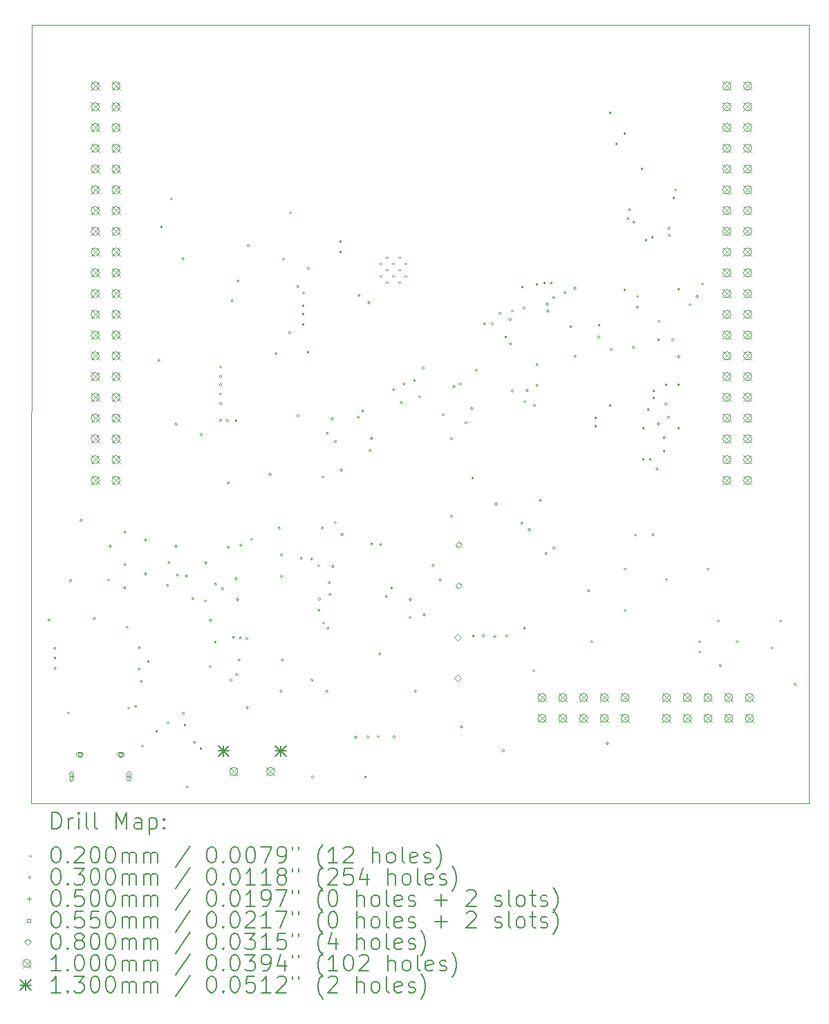
<source format=gbr>
%TF.GenerationSoftware,KiCad,Pcbnew,9.0.6-9.0.6~ubuntu25.04.1*%
%TF.CreationDate,2025-11-16T21:21:57+01:00*%
%TF.ProjectId,CPU,4350552e-6b69-4636-9164-5f7063625858,V0.2*%
%TF.SameCoordinates,Original*%
%TF.FileFunction,Drillmap*%
%TF.FilePolarity,Positive*%
%FSLAX45Y45*%
G04 Gerber Fmt 4.5, Leading zero omitted, Abs format (unit mm)*
G04 Created by KiCad (PCBNEW 9.0.6-9.0.6~ubuntu25.04.1) date 2025-11-16 21:21:57*
%MOMM*%
%LPD*%
G01*
G04 APERTURE LIST*
%ADD10C,0.050000*%
%ADD11C,0.200000*%
%ADD12C,0.100000*%
%ADD13C,0.130000*%
G04 APERTURE END LIST*
D10*
X18284400Y-15737000D02*
X18284400Y-6212000D01*
X8764400Y-6212000D02*
X8759400Y-15737000D01*
X8759400Y-15737000D02*
X18284400Y-15737000D01*
X18284400Y-6212000D02*
X8764400Y-6212000D01*
D11*
D12*
X13028900Y-9124750D02*
X13048900Y-9144750D01*
X13048900Y-9124750D02*
X13028900Y-9144750D01*
X13028900Y-9277250D02*
X13048900Y-9297250D01*
X13048900Y-9277250D02*
X13028900Y-9297250D01*
X13105150Y-9048500D02*
X13125150Y-9068500D01*
X13125150Y-9048500D02*
X13105150Y-9068500D01*
X13105150Y-9201000D02*
X13125150Y-9221000D01*
X13125150Y-9201000D02*
X13105150Y-9221000D01*
X13105150Y-9353500D02*
X13125150Y-9373500D01*
X13125150Y-9353500D02*
X13105150Y-9373500D01*
X13181400Y-9124750D02*
X13201400Y-9144750D01*
X13201400Y-9124750D02*
X13181400Y-9144750D01*
X13181400Y-9277250D02*
X13201400Y-9297250D01*
X13201400Y-9277250D02*
X13181400Y-9297250D01*
X13257650Y-9048500D02*
X13277650Y-9068500D01*
X13277650Y-9048500D02*
X13257650Y-9068500D01*
X13257650Y-9201000D02*
X13277650Y-9221000D01*
X13277650Y-9201000D02*
X13257650Y-9221000D01*
X13257650Y-9353500D02*
X13277650Y-9373500D01*
X13277650Y-9353500D02*
X13257650Y-9373500D01*
X13333900Y-9124750D02*
X13353900Y-9144750D01*
X13353900Y-9124750D02*
X13333900Y-9144750D01*
X13333900Y-9277250D02*
X13353900Y-9297250D01*
X13353900Y-9277250D02*
X13333900Y-9297250D01*
X8993900Y-13492480D02*
G75*
G02*
X8963900Y-13492480I-15000J0D01*
G01*
X8963900Y-13492480D02*
G75*
G02*
X8993900Y-13492480I15000J0D01*
G01*
X9065020Y-13843000D02*
G75*
G02*
X9035020Y-13843000I-15000J0D01*
G01*
X9035020Y-13843000D02*
G75*
G02*
X9065020Y-13843000I15000J0D01*
G01*
X9067560Y-13959840D02*
G75*
G02*
X9037560Y-13959840I-15000J0D01*
G01*
X9037560Y-13959840D02*
G75*
G02*
X9067560Y-13959840I15000J0D01*
G01*
X9070100Y-14089380D02*
G75*
G02*
X9040100Y-14089380I-15000J0D01*
G01*
X9040100Y-14089380D02*
G75*
G02*
X9070100Y-14089380I15000J0D01*
G01*
X9232660Y-14632940D02*
G75*
G02*
X9202660Y-14632940I-15000J0D01*
G01*
X9202660Y-14632940D02*
G75*
G02*
X9232660Y-14632940I15000J0D01*
G01*
X9258060Y-13012420D02*
G75*
G02*
X9228060Y-13012420I-15000J0D01*
G01*
X9228060Y-13012420D02*
G75*
G02*
X9258060Y-13012420I15000J0D01*
G01*
X9387600Y-12278360D02*
G75*
G02*
X9357600Y-12278360I-15000J0D01*
G01*
X9357600Y-12278360D02*
G75*
G02*
X9387600Y-12278360I15000J0D01*
G01*
X9548180Y-13481056D02*
G75*
G02*
X9518180Y-13481056I-15000J0D01*
G01*
X9518180Y-13481056D02*
G75*
G02*
X9548180Y-13481056I15000J0D01*
G01*
X9724125Y-13007630D02*
G75*
G02*
X9694125Y-13007630I-15000J0D01*
G01*
X9694125Y-13007630D02*
G75*
G02*
X9724125Y-13007630I15000J0D01*
G01*
X9743200Y-12593320D02*
G75*
G02*
X9713200Y-12593320I-15000J0D01*
G01*
X9713200Y-12593320D02*
G75*
G02*
X9743200Y-12593320I15000J0D01*
G01*
X9921000Y-13101320D02*
G75*
G02*
X9891000Y-13101320I-15000J0D01*
G01*
X9891000Y-13101320D02*
G75*
G02*
X9921000Y-13101320I15000J0D01*
G01*
X9923540Y-12423140D02*
G75*
G02*
X9893540Y-12423140I-15000J0D01*
G01*
X9893540Y-12423140D02*
G75*
G02*
X9923540Y-12423140I15000J0D01*
G01*
X9923540Y-12819380D02*
G75*
G02*
X9893540Y-12819380I-15000J0D01*
G01*
X9893540Y-12819380D02*
G75*
G02*
X9923540Y-12819380I15000J0D01*
G01*
X9951480Y-13583920D02*
G75*
G02*
X9921480Y-13583920I-15000J0D01*
G01*
X9921480Y-13583920D02*
G75*
G02*
X9951480Y-13583920I15000J0D01*
G01*
X9968750Y-14574520D02*
G75*
G02*
X9938750Y-14574520I-15000J0D01*
G01*
X9938750Y-14574520D02*
G75*
G02*
X9968750Y-14574520I15000J0D01*
G01*
X10054713Y-14550786D02*
G75*
G02*
X10024713Y-14550786I-15000J0D01*
G01*
X10024713Y-14550786D02*
G75*
G02*
X10054713Y-14550786I15000J0D01*
G01*
X10096260Y-13835380D02*
G75*
G02*
X10066260Y-13835380I-15000J0D01*
G01*
X10066260Y-13835380D02*
G75*
G02*
X10096260Y-13835380I15000J0D01*
G01*
X10096260Y-14097000D02*
G75*
G02*
X10066260Y-14097000I-15000J0D01*
G01*
X10066260Y-14097000D02*
G75*
G02*
X10096260Y-14097000I15000J0D01*
G01*
X10121660Y-14245780D02*
G75*
G02*
X10091660Y-14245780I-15000J0D01*
G01*
X10091660Y-14245780D02*
G75*
G02*
X10121660Y-14245780I15000J0D01*
G01*
X10138020Y-15041880D02*
G75*
G02*
X10108020Y-15041880I-15000J0D01*
G01*
X10108020Y-15041880D02*
G75*
G02*
X10138020Y-15041880I15000J0D01*
G01*
X10175000Y-12931140D02*
G75*
G02*
X10145000Y-12931140I-15000J0D01*
G01*
X10145000Y-12931140D02*
G75*
G02*
X10175000Y-12931140I15000J0D01*
G01*
X10177540Y-12517120D02*
G75*
G02*
X10147540Y-12517120I-15000J0D01*
G01*
X10147540Y-12517120D02*
G75*
G02*
X10177540Y-12517120I15000J0D01*
G01*
X10210560Y-14003020D02*
G75*
G02*
X10180560Y-14003020I-15000J0D01*
G01*
X10180560Y-14003020D02*
G75*
G02*
X10210560Y-14003020I15000J0D01*
G01*
X10312071Y-14858170D02*
G75*
G02*
X10282071Y-14858170I-15000J0D01*
G01*
X10282071Y-14858170D02*
G75*
G02*
X10312071Y-14858170I15000J0D01*
G01*
X10339400Y-10317000D02*
G75*
G02*
X10309400Y-10317000I-15000J0D01*
G01*
X10309400Y-10317000D02*
G75*
G02*
X10339400Y-10317000I15000J0D01*
G01*
X10371400Y-8687000D02*
G75*
G02*
X10341400Y-8687000I-15000J0D01*
G01*
X10341400Y-8687000D02*
G75*
G02*
X10371400Y-8687000I15000J0D01*
G01*
X10445614Y-13069659D02*
G75*
G02*
X10415614Y-13069659I-15000J0D01*
G01*
X10415614Y-13069659D02*
G75*
G02*
X10445614Y-13069659I15000J0D01*
G01*
X10450780Y-14752320D02*
G75*
G02*
X10420780Y-14752320I-15000J0D01*
G01*
X10420780Y-14752320D02*
G75*
G02*
X10450780Y-14752320I15000J0D01*
G01*
X10461304Y-12796140D02*
G75*
G02*
X10431304Y-12796140I-15000J0D01*
G01*
X10431304Y-12796140D02*
G75*
G02*
X10461304Y-12796140I15000J0D01*
G01*
X10493300Y-8343900D02*
G75*
G02*
X10463300Y-8343900I-15000J0D01*
G01*
X10463300Y-8343900D02*
G75*
G02*
X10493300Y-8343900I15000J0D01*
G01*
X10493300Y-8343900D02*
G75*
G02*
X10463300Y-8343900I-15000J0D01*
G01*
X10463300Y-8343900D02*
G75*
G02*
X10493300Y-8343900I15000J0D01*
G01*
X10549929Y-12593640D02*
G75*
G02*
X10519929Y-12593640I-15000J0D01*
G01*
X10519929Y-12593640D02*
G75*
G02*
X10549929Y-12593640I15000J0D01*
G01*
X10550920Y-11099800D02*
G75*
G02*
X10520920Y-11099800I-15000J0D01*
G01*
X10520920Y-11099800D02*
G75*
G02*
X10550920Y-11099800I15000J0D01*
G01*
X10565892Y-12946111D02*
G75*
G02*
X10535892Y-12946111I-15000J0D01*
G01*
X10535892Y-12946111D02*
G75*
G02*
X10565892Y-12946111I15000J0D01*
G01*
X10635550Y-9077950D02*
G75*
G02*
X10605550Y-9077950I-15000J0D01*
G01*
X10605550Y-9077950D02*
G75*
G02*
X10635550Y-9077950I15000J0D01*
G01*
X10636250Y-14638020D02*
G75*
G02*
X10606250Y-14638020I-15000J0D01*
G01*
X10606250Y-14638020D02*
G75*
G02*
X10636250Y-14638020I15000J0D01*
G01*
X10658380Y-14780260D02*
G75*
G02*
X10628380Y-14780260I-15000J0D01*
G01*
X10628380Y-14780260D02*
G75*
G02*
X10658380Y-14780260I15000J0D01*
G01*
X10676131Y-12958340D02*
G75*
G02*
X10646131Y-12958340I-15000J0D01*
G01*
X10646131Y-12958340D02*
G75*
G02*
X10676131Y-12958340I15000J0D01*
G01*
X10688080Y-15539720D02*
G75*
G02*
X10658080Y-15539720I-15000J0D01*
G01*
X10658080Y-15539720D02*
G75*
G02*
X10688080Y-15539720I15000J0D01*
G01*
X10754120Y-13233400D02*
G75*
G02*
X10724120Y-13233400I-15000J0D01*
G01*
X10724120Y-13233400D02*
G75*
G02*
X10754120Y-13233400I15000J0D01*
G01*
X10774440Y-14991080D02*
G75*
G02*
X10744440Y-14991080I-15000J0D01*
G01*
X10744440Y-14991080D02*
G75*
G02*
X10774440Y-14991080I15000J0D01*
G01*
X10853180Y-15069820D02*
G75*
G02*
X10823180Y-15069820I-15000J0D01*
G01*
X10823180Y-15069820D02*
G75*
G02*
X10853180Y-15069820I15000J0D01*
G01*
X10858260Y-11226800D02*
G75*
G02*
X10828260Y-11226800I-15000J0D01*
G01*
X10828260Y-11226800D02*
G75*
G02*
X10858260Y-11226800I15000J0D01*
G01*
X10909060Y-13261340D02*
G75*
G02*
X10879060Y-13261340I-15000J0D01*
G01*
X10879060Y-13261340D02*
G75*
G02*
X10909060Y-13261340I15000J0D01*
G01*
X10914140Y-12796140D02*
G75*
G02*
X10884140Y-12796140I-15000J0D01*
G01*
X10884140Y-12796140D02*
G75*
G02*
X10914140Y-12796140I15000J0D01*
G01*
X10965940Y-14066520D02*
G75*
G02*
X10935940Y-14066520I-15000J0D01*
G01*
X10935940Y-14066520D02*
G75*
G02*
X10965940Y-14066520I15000J0D01*
G01*
X10971020Y-13500100D02*
G75*
G02*
X10941020Y-13500100I-15000J0D01*
G01*
X10941020Y-13500100D02*
G75*
G02*
X10971020Y-13500100I15000J0D01*
G01*
X11030980Y-13764260D02*
G75*
G02*
X11000980Y-13764260I-15000J0D01*
G01*
X11000980Y-13764260D02*
G75*
G02*
X11030980Y-13764260I15000J0D01*
G01*
X11033520Y-13058140D02*
G75*
G02*
X11003520Y-13058140I-15000J0D01*
G01*
X11003520Y-13058140D02*
G75*
G02*
X11033520Y-13058140I15000J0D01*
G01*
X11094881Y-11050543D02*
G75*
G02*
X11064881Y-11050543I-15000J0D01*
G01*
X11064881Y-11050543D02*
G75*
G02*
X11094881Y-11050543I15000J0D01*
G01*
X11095200Y-10401000D02*
G75*
G02*
X11065200Y-10401000I-15000J0D01*
G01*
X11065200Y-10401000D02*
G75*
G02*
X11095200Y-10401000I15000J0D01*
G01*
X11095200Y-10515300D02*
G75*
G02*
X11065200Y-10515300I-15000J0D01*
G01*
X11065200Y-10515300D02*
G75*
G02*
X11095200Y-10515300I15000J0D01*
G01*
X11095200Y-10616900D02*
G75*
G02*
X11065200Y-10616900I-15000J0D01*
G01*
X11065200Y-10616900D02*
G75*
G02*
X11095200Y-10616900I15000J0D01*
G01*
X11095200Y-10731200D02*
G75*
G02*
X11065200Y-10731200I-15000J0D01*
G01*
X11065200Y-10731200D02*
G75*
G02*
X11095200Y-10731200I15000J0D01*
G01*
X11095200Y-10845500D02*
G75*
G02*
X11065200Y-10845500I-15000J0D01*
G01*
X11065200Y-10845500D02*
G75*
G02*
X11095200Y-10845500I15000J0D01*
G01*
X11120960Y-13112919D02*
G75*
G02*
X11090960Y-13112919I-15000J0D01*
G01*
X11090960Y-13112919D02*
G75*
G02*
X11120960Y-13112919I15000J0D01*
G01*
X11178903Y-11055360D02*
G75*
G02*
X11148903Y-11055360I-15000J0D01*
G01*
X11148903Y-11055360D02*
G75*
G02*
X11178903Y-11055360I15000J0D01*
G01*
X11190000Y-11821160D02*
G75*
G02*
X11160000Y-11821160I-15000J0D01*
G01*
X11160000Y-11821160D02*
G75*
G02*
X11190000Y-11821160I15000J0D01*
G01*
X11190000Y-12605000D02*
G75*
G02*
X11160000Y-12605000I-15000J0D01*
G01*
X11160000Y-12605000D02*
G75*
G02*
X11190000Y-12605000I15000J0D01*
G01*
X11221480Y-14231620D02*
G75*
G02*
X11191480Y-14231620I-15000J0D01*
G01*
X11191480Y-14231620D02*
G75*
G02*
X11221480Y-14231620I15000J0D01*
G01*
X11234400Y-9590000D02*
G75*
G02*
X11204400Y-9590000I-15000J0D01*
G01*
X11204400Y-9590000D02*
G75*
G02*
X11234400Y-9590000I15000J0D01*
G01*
X11251960Y-13705840D02*
G75*
G02*
X11221960Y-13705840I-15000J0D01*
G01*
X11221960Y-13705840D02*
G75*
G02*
X11251960Y-13705840I15000J0D01*
G01*
X11284400Y-11055360D02*
G75*
G02*
X11254400Y-11055360I-15000J0D01*
G01*
X11254400Y-11055360D02*
G75*
G02*
X11284400Y-11055360I15000J0D01*
G01*
X11285563Y-12989540D02*
G75*
G02*
X11255563Y-12989540I-15000J0D01*
G01*
X11255563Y-12989540D02*
G75*
G02*
X11285563Y-12989540I15000J0D01*
G01*
X11288980Y-14163808D02*
G75*
G02*
X11258980Y-14163808I-15000J0D01*
G01*
X11258980Y-14163808D02*
G75*
G02*
X11288980Y-14163808I15000J0D01*
G01*
X11301680Y-13244300D02*
G75*
G02*
X11271680Y-13244300I-15000J0D01*
G01*
X11271680Y-13244300D02*
G75*
G02*
X11301680Y-13244300I15000J0D01*
G01*
X11309400Y-9347200D02*
G75*
G02*
X11279400Y-9347200I-15000J0D01*
G01*
X11279400Y-9347200D02*
G75*
G02*
X11309400Y-9347200I15000J0D01*
G01*
X11320000Y-13985000D02*
G75*
G02*
X11290000Y-13985000I-15000J0D01*
G01*
X11290000Y-13985000D02*
G75*
G02*
X11320000Y-13985000I15000J0D01*
G01*
X11336627Y-13713353D02*
G75*
G02*
X11306627Y-13713353I-15000J0D01*
G01*
X11306627Y-13713353D02*
G75*
G02*
X11336627Y-13713353I15000J0D01*
G01*
X11341921Y-12578716D02*
G75*
G02*
X11311921Y-12578716I-15000J0D01*
G01*
X11311921Y-12578716D02*
G75*
G02*
X11341921Y-12578716I15000J0D01*
G01*
X11416924Y-13724015D02*
G75*
G02*
X11386924Y-13724015I-15000J0D01*
G01*
X11386924Y-13724015D02*
G75*
G02*
X11416924Y-13724015I15000J0D01*
G01*
X11422400Y-14567100D02*
G75*
G02*
X11392400Y-14567100I-15000J0D01*
G01*
X11392400Y-14567100D02*
G75*
G02*
X11422400Y-14567100I15000J0D01*
G01*
X11433100Y-8915400D02*
G75*
G02*
X11403100Y-8915400I-15000J0D01*
G01*
X11403100Y-8915400D02*
G75*
G02*
X11433100Y-8915400I15000J0D01*
G01*
X11474427Y-12508716D02*
G75*
G02*
X11444427Y-12508716I-15000J0D01*
G01*
X11444427Y-12508716D02*
G75*
G02*
X11474427Y-12508716I15000J0D01*
G01*
X11699400Y-11712000D02*
G75*
G02*
X11669400Y-11712000I-15000J0D01*
G01*
X11669400Y-11712000D02*
G75*
G02*
X11699400Y-11712000I15000J0D01*
G01*
X11774400Y-10236200D02*
G75*
G02*
X11744400Y-10236200I-15000J0D01*
G01*
X11744400Y-10236200D02*
G75*
G02*
X11774400Y-10236200I15000J0D01*
G01*
X11813315Y-12370880D02*
G75*
G02*
X11783315Y-12370880I-15000J0D01*
G01*
X11783315Y-12370880D02*
G75*
G02*
X11813315Y-12370880I15000J0D01*
G01*
X11835000Y-14365000D02*
G75*
G02*
X11805000Y-14365000I-15000J0D01*
G01*
X11805000Y-14365000D02*
G75*
G02*
X11835000Y-14365000I15000J0D01*
G01*
X11838700Y-12700000D02*
G75*
G02*
X11808700Y-12700000I-15000J0D01*
G01*
X11808700Y-12700000D02*
G75*
G02*
X11838700Y-12700000I15000J0D01*
G01*
X11838700Y-12961620D02*
G75*
G02*
X11808700Y-12961620I-15000J0D01*
G01*
X11808700Y-12961620D02*
G75*
G02*
X11838700Y-12961620I15000J0D01*
G01*
X11850000Y-13985000D02*
G75*
G02*
X11820000Y-13985000I-15000J0D01*
G01*
X11820000Y-13985000D02*
G75*
G02*
X11850000Y-13985000I15000J0D01*
G01*
X11864900Y-9080500D02*
G75*
G02*
X11834900Y-9080500I-15000J0D01*
G01*
X11834900Y-9080500D02*
G75*
G02*
X11864900Y-9080500I15000J0D01*
G01*
X11941100Y-9982200D02*
G75*
G02*
X11911100Y-9982200I-15000J0D01*
G01*
X11911100Y-9982200D02*
G75*
G02*
X11941100Y-9982200I15000J0D01*
G01*
X11949400Y-8512000D02*
G75*
G02*
X11919400Y-8512000I-15000J0D01*
G01*
X11919400Y-8512000D02*
G75*
G02*
X11949400Y-8512000I15000J0D01*
G01*
X12040000Y-9415000D02*
G75*
G02*
X12010000Y-9415000I-15000J0D01*
G01*
X12010000Y-9415000D02*
G75*
G02*
X12040000Y-9415000I15000J0D01*
G01*
X12041900Y-10998200D02*
G75*
G02*
X12011900Y-10998200I-15000J0D01*
G01*
X12011900Y-10998200D02*
G75*
G02*
X12041900Y-10998200I15000J0D01*
G01*
X12082540Y-12738100D02*
G75*
G02*
X12052540Y-12738100I-15000J0D01*
G01*
X12052540Y-12738100D02*
G75*
G02*
X12082540Y-12738100I15000J0D01*
G01*
X12106200Y-9652500D02*
G75*
G02*
X12076200Y-9652500I-15000J0D01*
G01*
X12076200Y-9652500D02*
G75*
G02*
X12106200Y-9652500I15000J0D01*
G01*
X12106200Y-9753600D02*
G75*
G02*
X12076200Y-9753600I-15000J0D01*
G01*
X12076200Y-9753600D02*
G75*
G02*
X12106200Y-9753600I15000J0D01*
G01*
X12106200Y-9880600D02*
G75*
G02*
X12076200Y-9880600I-15000J0D01*
G01*
X12076200Y-9880600D02*
G75*
G02*
X12106200Y-9880600I15000J0D01*
G01*
X12110000Y-9495000D02*
G75*
G02*
X12080000Y-9495000I-15000J0D01*
G01*
X12080000Y-9495000D02*
G75*
G02*
X12110000Y-9495000I15000J0D01*
G01*
X12166360Y-10218420D02*
G75*
G02*
X12136360Y-10218420I-15000J0D01*
G01*
X12136360Y-10218420D02*
G75*
G02*
X12166360Y-10218420I15000J0D01*
G01*
X12170000Y-9195000D02*
G75*
G02*
X12140000Y-9195000I-15000J0D01*
G01*
X12140000Y-9195000D02*
G75*
G02*
X12170000Y-9195000I15000J0D01*
G01*
X12210000Y-12748120D02*
G75*
G02*
X12180000Y-12748120I-15000J0D01*
G01*
X12180000Y-12748120D02*
G75*
G02*
X12210000Y-12748120I15000J0D01*
G01*
X12215000Y-14230000D02*
G75*
G02*
X12185000Y-14230000I-15000J0D01*
G01*
X12185000Y-14230000D02*
G75*
G02*
X12215000Y-14230000I15000J0D01*
G01*
X12219400Y-15417000D02*
G75*
G02*
X12189400Y-15417000I-15000J0D01*
G01*
X12189400Y-15417000D02*
G75*
G02*
X12219400Y-15417000I15000J0D01*
G01*
X12295900Y-12829540D02*
G75*
G02*
X12265900Y-12829540I-15000J0D01*
G01*
X12265900Y-12829540D02*
G75*
G02*
X12295900Y-12829540I15000J0D01*
G01*
X12297215Y-13374300D02*
G75*
G02*
X12267215Y-13374300I-15000J0D01*
G01*
X12267215Y-13374300D02*
G75*
G02*
X12297215Y-13374300I15000J0D01*
G01*
X12304866Y-13239300D02*
G75*
G02*
X12274866Y-13239300I-15000J0D01*
G01*
X12274866Y-13239300D02*
G75*
G02*
X12304866Y-13239300I15000J0D01*
G01*
X12340466Y-12370275D02*
G75*
G02*
X12310466Y-12370275I-15000J0D01*
G01*
X12310466Y-12370275D02*
G75*
G02*
X12340466Y-12370275I15000J0D01*
G01*
X12347500Y-11747500D02*
G75*
G02*
X12317500Y-11747500I-15000J0D01*
G01*
X12317500Y-11747500D02*
G75*
G02*
X12347500Y-11747500I15000J0D01*
G01*
X12356860Y-13532040D02*
G75*
G02*
X12326860Y-13532040I-15000J0D01*
G01*
X12326860Y-13532040D02*
G75*
G02*
X12356860Y-13532040I15000J0D01*
G01*
X12395000Y-14365000D02*
G75*
G02*
X12365000Y-14365000I-15000J0D01*
G01*
X12365000Y-14365000D02*
G75*
G02*
X12395000Y-14365000I15000J0D01*
G01*
X12399400Y-11212000D02*
G75*
G02*
X12369400Y-11212000I-15000J0D01*
G01*
X12369400Y-11212000D02*
G75*
G02*
X12399400Y-11212000I15000J0D01*
G01*
X12409050Y-13599132D02*
G75*
G02*
X12379050Y-13599132I-15000J0D01*
G01*
X12379050Y-13599132D02*
G75*
G02*
X12409050Y-13599132I15000J0D01*
G01*
X12425440Y-13039300D02*
G75*
G02*
X12395440Y-13039300I-15000J0D01*
G01*
X12395440Y-13039300D02*
G75*
G02*
X12425440Y-13039300I15000J0D01*
G01*
X12434021Y-13183865D02*
G75*
G02*
X12404021Y-13183865I-15000J0D01*
G01*
X12404021Y-13183865D02*
G75*
G02*
X12434021Y-13183865I15000J0D01*
G01*
X12461800Y-11036300D02*
G75*
G02*
X12431800Y-11036300I-15000J0D01*
G01*
X12431800Y-11036300D02*
G75*
G02*
X12461800Y-11036300I15000J0D01*
G01*
X12471160Y-12839700D02*
G75*
G02*
X12441160Y-12839700I-15000J0D01*
G01*
X12441160Y-12839700D02*
G75*
G02*
X12471160Y-12839700I15000J0D01*
G01*
X12499400Y-11312000D02*
G75*
G02*
X12469400Y-11312000I-15000J0D01*
G01*
X12469400Y-11312000D02*
G75*
G02*
X12499400Y-11312000I15000J0D01*
G01*
X12499900Y-12306300D02*
G75*
G02*
X12469900Y-12306300I-15000J0D01*
G01*
X12469900Y-12306300D02*
G75*
G02*
X12499900Y-12306300I15000J0D01*
G01*
X12563400Y-8864600D02*
G75*
G02*
X12533400Y-8864600I-15000J0D01*
G01*
X12533400Y-8864600D02*
G75*
G02*
X12563400Y-8864600I15000J0D01*
G01*
X12563400Y-8991600D02*
G75*
G02*
X12533400Y-8991600I-15000J0D01*
G01*
X12533400Y-8991600D02*
G75*
G02*
X12563400Y-8991600I15000J0D01*
G01*
X12569880Y-11662000D02*
G75*
G02*
X12539880Y-11662000I-15000J0D01*
G01*
X12539880Y-11662000D02*
G75*
G02*
X12569880Y-11662000I15000J0D01*
G01*
X12580380Y-12448540D02*
G75*
G02*
X12550380Y-12448540I-15000J0D01*
G01*
X12550380Y-12448540D02*
G75*
G02*
X12580380Y-12448540I15000J0D01*
G01*
X12750560Y-14930120D02*
G75*
G02*
X12720560Y-14930120I-15000J0D01*
G01*
X12720560Y-14930120D02*
G75*
G02*
X12750560Y-14930120I15000J0D01*
G01*
X12779960Y-11011961D02*
G75*
G02*
X12749960Y-11011961I-15000J0D01*
G01*
X12749960Y-11011961D02*
G75*
G02*
X12779960Y-11011961I15000J0D01*
G01*
X12789400Y-9522000D02*
G75*
G02*
X12759400Y-9522000I-15000J0D01*
G01*
X12759400Y-9522000D02*
G75*
G02*
X12789400Y-9522000I15000J0D01*
G01*
X12833365Y-10938307D02*
G75*
G02*
X12803365Y-10938307I-15000J0D01*
G01*
X12803365Y-10938307D02*
G75*
G02*
X12833365Y-10938307I15000J0D01*
G01*
X12869400Y-15417000D02*
G75*
G02*
X12839400Y-15417000I-15000J0D01*
G01*
X12839400Y-15417000D02*
G75*
G02*
X12869400Y-15417000I15000J0D01*
G01*
X12897880Y-14927580D02*
G75*
G02*
X12867880Y-14927580I-15000J0D01*
G01*
X12867880Y-14927580D02*
G75*
G02*
X12897880Y-14927580I15000J0D01*
G01*
X12909400Y-9613900D02*
G75*
G02*
X12879400Y-9613900I-15000J0D01*
G01*
X12879400Y-9613900D02*
G75*
G02*
X12909400Y-9613900I15000J0D01*
G01*
X12925520Y-11422060D02*
G75*
G02*
X12895520Y-11422060I-15000J0D01*
G01*
X12895520Y-11422060D02*
G75*
G02*
X12925520Y-11422060I15000J0D01*
G01*
X12943600Y-12562840D02*
G75*
G02*
X12913600Y-12562840I-15000J0D01*
G01*
X12913600Y-12562840D02*
G75*
G02*
X12943600Y-12562840I15000J0D01*
G01*
X12944400Y-11271500D02*
G75*
G02*
X12914400Y-11271500I-15000J0D01*
G01*
X12914400Y-11271500D02*
G75*
G02*
X12944400Y-11271500I15000J0D01*
G01*
X13024400Y-14922000D02*
G75*
G02*
X12994400Y-14922000I-15000J0D01*
G01*
X12994400Y-14922000D02*
G75*
G02*
X13024400Y-14922000I15000J0D01*
G01*
X13042660Y-13911580D02*
G75*
G02*
X13012660Y-13911580I-15000J0D01*
G01*
X13012660Y-13911580D02*
G75*
G02*
X13042660Y-13911580I15000J0D01*
G01*
X13057900Y-12569300D02*
G75*
G02*
X13027900Y-12569300I-15000J0D01*
G01*
X13027900Y-12569300D02*
G75*
G02*
X13057900Y-12569300I15000J0D01*
G01*
X13123940Y-13208000D02*
G75*
G02*
X13093940Y-13208000I-15000J0D01*
G01*
X13093940Y-13208000D02*
G75*
G02*
X13123940Y-13208000I15000J0D01*
G01*
X13189980Y-13106400D02*
G75*
G02*
X13159980Y-13106400I-15000J0D01*
G01*
X13159980Y-13106400D02*
G75*
G02*
X13189980Y-13106400I15000J0D01*
G01*
X13212840Y-10678160D02*
G75*
G02*
X13182840Y-10678160I-15000J0D01*
G01*
X13182840Y-10678160D02*
G75*
G02*
X13212840Y-10678160I15000J0D01*
G01*
X13219400Y-14927000D02*
G75*
G02*
X13189400Y-14927000I-15000J0D01*
G01*
X13189400Y-14927000D02*
G75*
G02*
X13219400Y-14927000I15000J0D01*
G01*
X13306820Y-10833100D02*
G75*
G02*
X13276820Y-10833100I-15000J0D01*
G01*
X13276820Y-10833100D02*
G75*
G02*
X13306820Y-10833100I15000J0D01*
G01*
X13339840Y-10607040D02*
G75*
G02*
X13309840Y-10607040I-15000J0D01*
G01*
X13309840Y-10607040D02*
G75*
G02*
X13339840Y-10607040I15000J0D01*
G01*
X13413500Y-13464540D02*
G75*
G02*
X13383500Y-13464540I-15000J0D01*
G01*
X13383500Y-13464540D02*
G75*
G02*
X13413500Y-13464540I15000J0D01*
G01*
X13418580Y-13243560D02*
G75*
G02*
X13388580Y-13243560I-15000J0D01*
G01*
X13388580Y-13243560D02*
G75*
G02*
X13418580Y-13243560I15000J0D01*
G01*
X13469400Y-10567000D02*
G75*
G02*
X13439400Y-10567000I-15000J0D01*
G01*
X13439400Y-10567000D02*
G75*
G02*
X13469400Y-10567000I15000J0D01*
G01*
X13480000Y-14365000D02*
G75*
G02*
X13450000Y-14365000I-15000J0D01*
G01*
X13450000Y-14365000D02*
G75*
G02*
X13480000Y-14365000I15000J0D01*
G01*
X13532880Y-10765453D02*
G75*
G02*
X13502880Y-10765453I-15000J0D01*
G01*
X13502880Y-10765453D02*
G75*
G02*
X13532880Y-10765453I15000J0D01*
G01*
X13574400Y-10412000D02*
G75*
G02*
X13544400Y-10412000I-15000J0D01*
G01*
X13544400Y-10412000D02*
G75*
G02*
X13574400Y-10412000I15000J0D01*
G01*
X13586220Y-13431520D02*
G75*
G02*
X13556220Y-13431520I-15000J0D01*
G01*
X13556220Y-13431520D02*
G75*
G02*
X13586220Y-13431520I15000J0D01*
G01*
X13696050Y-12830000D02*
G75*
G02*
X13666050Y-12830000I-15000J0D01*
G01*
X13666050Y-12830000D02*
G75*
G02*
X13696050Y-12830000I15000J0D01*
G01*
X13786340Y-13006800D02*
G75*
G02*
X13756340Y-13006800I-15000J0D01*
G01*
X13756340Y-13006800D02*
G75*
G02*
X13786340Y-13006800I15000J0D01*
G01*
X13820700Y-10985500D02*
G75*
G02*
X13790700Y-10985500I-15000J0D01*
G01*
X13790700Y-10985500D02*
G75*
G02*
X13820700Y-10985500I15000J0D01*
G01*
X13922300Y-11277600D02*
G75*
G02*
X13892300Y-11277600I-15000J0D01*
G01*
X13892300Y-11277600D02*
G75*
G02*
X13922300Y-11277600I15000J0D01*
G01*
X13922300Y-12227000D02*
G75*
G02*
X13892300Y-12227000I-15000J0D01*
G01*
X13892300Y-12227000D02*
G75*
G02*
X13922300Y-12227000I15000J0D01*
G01*
X13953503Y-10637953D02*
G75*
G02*
X13923503Y-10637953I-15000J0D01*
G01*
X13923503Y-10637953D02*
G75*
G02*
X13953503Y-10637953I15000J0D01*
G01*
X14031445Y-10608623D02*
G75*
G02*
X14001445Y-10608623I-15000J0D01*
G01*
X14001445Y-10608623D02*
G75*
G02*
X14031445Y-10608623I15000J0D01*
G01*
X14044400Y-14802000D02*
G75*
G02*
X14014400Y-14802000I-15000J0D01*
G01*
X14014400Y-14802000D02*
G75*
G02*
X14044400Y-14802000I15000J0D01*
G01*
X14099300Y-11082020D02*
G75*
G02*
X14069300Y-11082020I-15000J0D01*
G01*
X14069300Y-11082020D02*
G75*
G02*
X14099300Y-11082020I15000J0D01*
G01*
X14171800Y-10909300D02*
G75*
G02*
X14141800Y-10909300I-15000J0D01*
G01*
X14141800Y-10909300D02*
G75*
G02*
X14171800Y-10909300I15000J0D01*
G01*
X14180000Y-11760200D02*
G75*
G02*
X14150000Y-11760200I-15000J0D01*
G01*
X14150000Y-11760200D02*
G75*
G02*
X14180000Y-11760200I15000J0D01*
G01*
X14189000Y-13690600D02*
G75*
G02*
X14159000Y-13690600I-15000J0D01*
G01*
X14159000Y-13690600D02*
G75*
G02*
X14189000Y-13690600I15000J0D01*
G01*
X14227100Y-10439400D02*
G75*
G02*
X14197100Y-10439400I-15000J0D01*
G01*
X14197100Y-10439400D02*
G75*
G02*
X14227100Y-10439400I15000J0D01*
G01*
X14310000Y-13690000D02*
G75*
G02*
X14280000Y-13690000I-15000J0D01*
G01*
X14280000Y-13690000D02*
G75*
G02*
X14310000Y-13690000I15000J0D01*
G01*
X14327900Y-9874000D02*
G75*
G02*
X14297900Y-9874000I-15000J0D01*
G01*
X14297900Y-9874000D02*
G75*
G02*
X14327900Y-9874000I15000J0D01*
G01*
X14421207Y-9871113D02*
G75*
G02*
X14391207Y-9871113I-15000J0D01*
G01*
X14391207Y-9871113D02*
G75*
G02*
X14421207Y-9871113I15000J0D01*
G01*
X14452360Y-13695680D02*
G75*
G02*
X14422360Y-13695680I-15000J0D01*
G01*
X14422360Y-13695680D02*
G75*
G02*
X14452360Y-13695680I15000J0D01*
G01*
X14468400Y-12075160D02*
G75*
G02*
X14438400Y-12075160I-15000J0D01*
G01*
X14438400Y-12075160D02*
G75*
G02*
X14468400Y-12075160I15000J0D01*
G01*
X14515000Y-9745000D02*
G75*
G02*
X14485000Y-9745000I-15000J0D01*
G01*
X14485000Y-9745000D02*
G75*
G02*
X14515000Y-9745000I15000J0D01*
G01*
X14559040Y-15095220D02*
G75*
G02*
X14529040Y-15095220I-15000J0D01*
G01*
X14529040Y-15095220D02*
G75*
G02*
X14559040Y-15095220I15000J0D01*
G01*
X14587500Y-10033000D02*
G75*
G02*
X14557500Y-10033000I-15000J0D01*
G01*
X14557500Y-10033000D02*
G75*
G02*
X14587500Y-10033000I15000J0D01*
G01*
X14599400Y-13690000D02*
G75*
G02*
X14569400Y-13690000I-15000J0D01*
G01*
X14569400Y-13690000D02*
G75*
G02*
X14599400Y-13690000I15000J0D01*
G01*
X14643246Y-9820000D02*
G75*
G02*
X14613246Y-9820000I-15000J0D01*
G01*
X14613246Y-9820000D02*
G75*
G02*
X14643246Y-9820000I15000J0D01*
G01*
X14643246Y-10115452D02*
G75*
G02*
X14613246Y-10115452I-15000J0D01*
G01*
X14613246Y-10115452D02*
G75*
G02*
X14643246Y-10115452I15000J0D01*
G01*
X14666303Y-9714101D02*
G75*
G02*
X14636303Y-9714101I-15000J0D01*
G01*
X14636303Y-9714101D02*
G75*
G02*
X14666303Y-9714101I15000J0D01*
G01*
X14667756Y-10691960D02*
G75*
G02*
X14637756Y-10691960I-15000J0D01*
G01*
X14637756Y-10691960D02*
G75*
G02*
X14667756Y-10691960I15000J0D01*
G01*
X14785000Y-12307000D02*
G75*
G02*
X14755000Y-12307000I-15000J0D01*
G01*
X14755000Y-12307000D02*
G75*
G02*
X14785000Y-12307000I15000J0D01*
G01*
X14790282Y-9424029D02*
G75*
G02*
X14760282Y-9424029I-15000J0D01*
G01*
X14760282Y-9424029D02*
G75*
G02*
X14790282Y-9424029I15000J0D01*
G01*
X14811300Y-9677400D02*
G75*
G02*
X14781300Y-9677400I-15000J0D01*
G01*
X14781300Y-9677400D02*
G75*
G02*
X14811300Y-9677400I15000J0D01*
G01*
X14816500Y-13597300D02*
G75*
G02*
X14786500Y-13597300I-15000J0D01*
G01*
X14786500Y-13597300D02*
G75*
G02*
X14816500Y-13597300I15000J0D01*
G01*
X14818939Y-10823620D02*
G75*
G02*
X14788939Y-10823620I-15000J0D01*
G01*
X14788939Y-10823620D02*
G75*
G02*
X14818939Y-10823620I15000J0D01*
G01*
X14849401Y-10687091D02*
G75*
G02*
X14819401Y-10687091I-15000J0D01*
G01*
X14819401Y-10687091D02*
G75*
G02*
X14849401Y-10687091I15000J0D01*
G01*
X14875000Y-12390000D02*
G75*
G02*
X14845000Y-12390000I-15000J0D01*
G01*
X14845000Y-12390000D02*
G75*
G02*
X14875000Y-12390000I15000J0D01*
G01*
X14930800Y-14118000D02*
G75*
G02*
X14900800Y-14118000I-15000J0D01*
G01*
X14900800Y-14118000D02*
G75*
G02*
X14930800Y-14118000I15000J0D01*
G01*
X14938300Y-10871200D02*
G75*
G02*
X14908300Y-10871200I-15000J0D01*
G01*
X14908300Y-10871200D02*
G75*
G02*
X14938300Y-10871200I15000J0D01*
G01*
X14968834Y-10373278D02*
G75*
G02*
X14938834Y-10373278I-15000J0D01*
G01*
X14938834Y-10373278D02*
G75*
G02*
X14968834Y-10373278I15000J0D01*
G01*
X14969145Y-9389378D02*
G75*
G02*
X14939145Y-9389378I-15000J0D01*
G01*
X14939145Y-9389378D02*
G75*
G02*
X14969145Y-9389378I15000J0D01*
G01*
X14970678Y-10623562D02*
G75*
G02*
X14940678Y-10623562I-15000J0D01*
G01*
X14940678Y-10623562D02*
G75*
G02*
X14970678Y-10623562I15000J0D01*
G01*
X15008620Y-12032000D02*
G75*
G02*
X14978620Y-12032000I-15000J0D01*
G01*
X14978620Y-12032000D02*
G75*
G02*
X15008620Y-12032000I15000J0D01*
G01*
X15061266Y-9372500D02*
G75*
G02*
X15031266Y-9372500I-15000J0D01*
G01*
X15031266Y-9372500D02*
G75*
G02*
X15061266Y-9372500I15000J0D01*
G01*
X15079740Y-12679680D02*
G75*
G02*
X15049740Y-12679680I-15000J0D01*
G01*
X15049740Y-12679680D02*
G75*
G02*
X15079740Y-12679680I15000J0D01*
G01*
X15095157Y-9630164D02*
G75*
G02*
X15065157Y-9630164I-15000J0D01*
G01*
X15065157Y-9630164D02*
G75*
G02*
X15095157Y-9630164I15000J0D01*
G01*
X15101640Y-9714917D02*
G75*
G02*
X15071640Y-9714917I-15000J0D01*
G01*
X15071640Y-9714917D02*
G75*
G02*
X15101640Y-9714917I15000J0D01*
G01*
X15144622Y-9372500D02*
G75*
G02*
X15114622Y-9372500I-15000J0D01*
G01*
X15114622Y-9372500D02*
G75*
G02*
X15144622Y-9372500I15000J0D01*
G01*
X15172681Y-9550652D02*
G75*
G02*
X15142681Y-9550652I-15000J0D01*
G01*
X15142681Y-9550652D02*
G75*
G02*
X15172681Y-9550652I15000J0D01*
G01*
X15176260Y-12614720D02*
G75*
G02*
X15146260Y-12614720I-15000J0D01*
G01*
X15146260Y-12614720D02*
G75*
G02*
X15176260Y-12614720I15000J0D01*
G01*
X15313167Y-9493964D02*
G75*
G02*
X15283167Y-9493964I-15000J0D01*
G01*
X15283167Y-9493964D02*
G75*
G02*
X15313167Y-9493964I15000J0D01*
G01*
X15382800Y-9906000D02*
G75*
G02*
X15352800Y-9906000I-15000J0D01*
G01*
X15352800Y-9906000D02*
G75*
G02*
X15382800Y-9906000I15000J0D01*
G01*
X15433600Y-9436100D02*
G75*
G02*
X15403600Y-9436100I-15000J0D01*
G01*
X15403600Y-9436100D02*
G75*
G02*
X15433600Y-9436100I15000J0D01*
G01*
X15436658Y-10266300D02*
G75*
G02*
X15406658Y-10266300I-15000J0D01*
G01*
X15406658Y-10266300D02*
G75*
G02*
X15436658Y-10266300I15000J0D01*
G01*
X15600830Y-13137030D02*
G75*
G02*
X15570830Y-13137030I-15000J0D01*
G01*
X15570830Y-13137030D02*
G75*
G02*
X15600830Y-13137030I15000J0D01*
G01*
X15642000Y-13762400D02*
G75*
G02*
X15612000Y-13762400I-15000J0D01*
G01*
X15612000Y-13762400D02*
G75*
G02*
X15642000Y-13762400I15000J0D01*
G01*
X15687600Y-11023600D02*
G75*
G02*
X15657600Y-11023600I-15000J0D01*
G01*
X15657600Y-11023600D02*
G75*
G02*
X15687600Y-11023600I15000J0D01*
G01*
X15687600Y-11125200D02*
G75*
G02*
X15657600Y-11125200I-15000J0D01*
G01*
X15657600Y-11125200D02*
G75*
G02*
X15687600Y-11125200I15000J0D01*
G01*
X15725700Y-10033000D02*
G75*
G02*
X15695700Y-10033000I-15000J0D01*
G01*
X15695700Y-10033000D02*
G75*
G02*
X15725700Y-10033000I15000J0D01*
G01*
X15729403Y-9888000D02*
G75*
G02*
X15699403Y-9888000I-15000J0D01*
G01*
X15699403Y-9888000D02*
G75*
G02*
X15729403Y-9888000I15000J0D01*
G01*
X15832500Y-15007000D02*
G75*
G02*
X15802500Y-15007000I-15000J0D01*
G01*
X15802500Y-15007000D02*
G75*
G02*
X15832500Y-15007000I15000J0D01*
G01*
X15865400Y-7289800D02*
G75*
G02*
X15835400Y-7289800I-15000J0D01*
G01*
X15835400Y-7289800D02*
G75*
G02*
X15865400Y-7289800I15000J0D01*
G01*
X15865400Y-10871200D02*
G75*
G02*
X15835400Y-10871200I-15000J0D01*
G01*
X15835400Y-10871200D02*
G75*
G02*
X15865400Y-10871200I15000J0D01*
G01*
X15877881Y-10185900D02*
G75*
G02*
X15847881Y-10185900I-15000J0D01*
G01*
X15847881Y-10185900D02*
G75*
G02*
X15877881Y-10185900I15000J0D01*
G01*
X15941600Y-7670800D02*
G75*
G02*
X15911600Y-7670800I-15000J0D01*
G01*
X15911600Y-7670800D02*
G75*
G02*
X15941600Y-7670800I15000J0D01*
G01*
X16043200Y-7543800D02*
G75*
G02*
X16013200Y-7543800I-15000J0D01*
G01*
X16013200Y-7543800D02*
G75*
G02*
X16043200Y-7543800I15000J0D01*
G01*
X16043200Y-9457800D02*
G75*
G02*
X16013200Y-9457800I-15000J0D01*
G01*
X16013200Y-9457800D02*
G75*
G02*
X16043200Y-9457800I15000J0D01*
G01*
X16048400Y-12873400D02*
G75*
G02*
X16018400Y-12873400I-15000J0D01*
G01*
X16018400Y-12873400D02*
G75*
G02*
X16048400Y-12873400I15000J0D01*
G01*
X16048400Y-13381400D02*
G75*
G02*
X16018400Y-13381400I-15000J0D01*
G01*
X16018400Y-13381400D02*
G75*
G02*
X16048400Y-13381400I15000J0D01*
G01*
X16084294Y-8583137D02*
G75*
G02*
X16054294Y-8583137I-15000J0D01*
G01*
X16054294Y-8583137D02*
G75*
G02*
X16084294Y-8583137I15000J0D01*
G01*
X16101200Y-8476300D02*
G75*
G02*
X16071200Y-8476300I-15000J0D01*
G01*
X16071200Y-8476300D02*
G75*
G02*
X16101200Y-8476300I15000J0D01*
G01*
X16147832Y-10158752D02*
G75*
G02*
X16117832Y-10158752I-15000J0D01*
G01*
X16117832Y-10158752D02*
G75*
G02*
X16147832Y-10158752I15000J0D01*
G01*
X16156218Y-8628435D02*
G75*
G02*
X16126218Y-8628435I-15000J0D01*
G01*
X16126218Y-8628435D02*
G75*
G02*
X16156218Y-8628435I15000J0D01*
G01*
X16174400Y-12457000D02*
G75*
G02*
X16144400Y-12457000I-15000J0D01*
G01*
X16144400Y-12457000D02*
G75*
G02*
X16174400Y-12457000I15000J0D01*
G01*
X16198720Y-9536200D02*
G75*
G02*
X16168720Y-9536200I-15000J0D01*
G01*
X16168720Y-9536200D02*
G75*
G02*
X16198720Y-9536200I15000J0D01*
G01*
X16199269Y-9666200D02*
G75*
G02*
X16169269Y-9666200I-15000J0D01*
G01*
X16169269Y-9666200D02*
G75*
G02*
X16199269Y-9666200I15000J0D01*
G01*
X16255400Y-7975600D02*
G75*
G02*
X16225400Y-7975600I-15000J0D01*
G01*
X16225400Y-7975600D02*
G75*
G02*
X16255400Y-7975600I15000J0D01*
G01*
X16271800Y-11150600D02*
G75*
G02*
X16241800Y-11150600I-15000J0D01*
G01*
X16241800Y-11150600D02*
G75*
G02*
X16271800Y-11150600I15000J0D01*
G01*
X16271800Y-11531600D02*
G75*
G02*
X16241800Y-11531600I-15000J0D01*
G01*
X16241800Y-11531600D02*
G75*
G02*
X16271800Y-11531600I15000J0D01*
G01*
X16305788Y-8848465D02*
G75*
G02*
X16275788Y-8848465I-15000J0D01*
G01*
X16275788Y-8848465D02*
G75*
G02*
X16305788Y-8848465I15000J0D01*
G01*
X16330500Y-10922000D02*
G75*
G02*
X16300500Y-10922000I-15000J0D01*
G01*
X16300500Y-10922000D02*
G75*
G02*
X16330500Y-10922000I15000J0D01*
G01*
X16356800Y-11531600D02*
G75*
G02*
X16326800Y-11531600I-15000J0D01*
G01*
X16326800Y-11531600D02*
G75*
G02*
X16356800Y-11531600I15000J0D01*
G01*
X16383244Y-8813456D02*
G75*
G02*
X16353244Y-8813456I-15000J0D01*
G01*
X16353244Y-8813456D02*
G75*
G02*
X16383244Y-8813456I15000J0D01*
G01*
X16388600Y-12456200D02*
G75*
G02*
X16358600Y-12456200I-15000J0D01*
G01*
X16358600Y-12456200D02*
G75*
G02*
X16388600Y-12456200I15000J0D01*
G01*
X16398800Y-10693400D02*
G75*
G02*
X16368800Y-10693400I-15000J0D01*
G01*
X16368800Y-10693400D02*
G75*
G02*
X16398800Y-10693400I15000J0D01*
G01*
X16398800Y-10778400D02*
G75*
G02*
X16368800Y-10778400I-15000J0D01*
G01*
X16368800Y-10778400D02*
G75*
G02*
X16398800Y-10778400I15000J0D01*
G01*
X16439250Y-11648250D02*
G75*
G02*
X16409250Y-11648250I-15000J0D01*
G01*
X16409250Y-11648250D02*
G75*
G02*
X16439250Y-11648250I15000J0D01*
G01*
X16457274Y-11095569D02*
G75*
G02*
X16427274Y-11095569I-15000J0D01*
G01*
X16427274Y-11095569D02*
G75*
G02*
X16457274Y-11095569I15000J0D01*
G01*
X16459072Y-10066779D02*
G75*
G02*
X16429072Y-10066779I-15000J0D01*
G01*
X16429072Y-10066779D02*
G75*
G02*
X16459072Y-10066779I15000J0D01*
G01*
X16462300Y-9842500D02*
G75*
G02*
X16432300Y-9842500I-15000J0D01*
G01*
X16432300Y-9842500D02*
G75*
G02*
X16462300Y-9842500I15000J0D01*
G01*
X16525800Y-11262300D02*
G75*
G02*
X16495800Y-11262300I-15000J0D01*
G01*
X16495800Y-11262300D02*
G75*
G02*
X16525800Y-11262300I15000J0D01*
G01*
X16525800Y-11430000D02*
G75*
G02*
X16495800Y-11430000I-15000J0D01*
G01*
X16495800Y-11430000D02*
G75*
G02*
X16525800Y-11430000I15000J0D01*
G01*
X16546112Y-10852750D02*
G75*
G02*
X16516112Y-10852750I-15000J0D01*
G01*
X16516112Y-10852750D02*
G75*
G02*
X16546112Y-10852750I15000J0D01*
G01*
X16551200Y-10617200D02*
G75*
G02*
X16521200Y-10617200I-15000J0D01*
G01*
X16521200Y-10617200D02*
G75*
G02*
X16551200Y-10617200I15000J0D01*
G01*
X16556400Y-13000400D02*
G75*
G02*
X16526400Y-13000400I-15000J0D01*
G01*
X16526400Y-13000400D02*
G75*
G02*
X16556400Y-13000400I15000J0D01*
G01*
X16581845Y-11013075D02*
G75*
G02*
X16551845Y-11013075I-15000J0D01*
G01*
X16551845Y-11013075D02*
G75*
G02*
X16581845Y-11013075I15000J0D01*
G01*
X16588800Y-8704715D02*
G75*
G02*
X16558800Y-8704715I-15000J0D01*
G01*
X16558800Y-8704715D02*
G75*
G02*
X16588800Y-8704715I15000J0D01*
G01*
X16588800Y-8786254D02*
G75*
G02*
X16558800Y-8786254I-15000J0D01*
G01*
X16558800Y-8786254D02*
G75*
G02*
X16588800Y-8786254I15000J0D01*
G01*
X16631100Y-10064423D02*
G75*
G02*
X16601100Y-10064423I-15000J0D01*
G01*
X16601100Y-10064423D02*
G75*
G02*
X16631100Y-10064423I15000J0D01*
G01*
X16643800Y-8331077D02*
G75*
G02*
X16613800Y-8331077I-15000J0D01*
G01*
X16613800Y-8331077D02*
G75*
G02*
X16643800Y-8331077I15000J0D01*
G01*
X16665500Y-8232000D02*
G75*
G02*
X16635500Y-8232000I-15000J0D01*
G01*
X16635500Y-8232000D02*
G75*
G02*
X16665500Y-8232000I15000J0D01*
G01*
X16703600Y-9448800D02*
G75*
G02*
X16673600Y-9448800I-15000J0D01*
G01*
X16673600Y-9448800D02*
G75*
G02*
X16703600Y-9448800I15000J0D01*
G01*
X16703600Y-10274300D02*
G75*
G02*
X16673600Y-10274300I-15000J0D01*
G01*
X16673600Y-10274300D02*
G75*
G02*
X16703600Y-10274300I15000J0D01*
G01*
X16703600Y-10617200D02*
G75*
G02*
X16673600Y-10617200I-15000J0D01*
G01*
X16673600Y-10617200D02*
G75*
G02*
X16703600Y-10617200I15000J0D01*
G01*
X16703600Y-11148600D02*
G75*
G02*
X16673600Y-11148600I-15000J0D01*
G01*
X16673600Y-11148600D02*
G75*
G02*
X16703600Y-11148600I15000J0D01*
G01*
X16843300Y-9639300D02*
G75*
G02*
X16813300Y-9639300I-15000J0D01*
G01*
X16813300Y-9639300D02*
G75*
G02*
X16843300Y-9639300I15000J0D01*
G01*
X16932200Y-9537700D02*
G75*
G02*
X16902200Y-9537700I-15000J0D01*
G01*
X16902200Y-9537700D02*
G75*
G02*
X16932200Y-9537700I15000J0D01*
G01*
X16962800Y-13762400D02*
G75*
G02*
X16932800Y-13762400I-15000J0D01*
G01*
X16932800Y-13762400D02*
G75*
G02*
X16962800Y-13762400I15000J0D01*
G01*
X16962800Y-13889400D02*
G75*
G02*
X16932800Y-13889400I-15000J0D01*
G01*
X16932800Y-13889400D02*
G75*
G02*
X16962800Y-13889400I15000J0D01*
G01*
X16995700Y-9385300D02*
G75*
G02*
X16965700Y-9385300I-15000J0D01*
G01*
X16965700Y-9385300D02*
G75*
G02*
X16995700Y-9385300I15000J0D01*
G01*
X17064400Y-12872000D02*
G75*
G02*
X17034400Y-12872000I-15000J0D01*
G01*
X17034400Y-12872000D02*
G75*
G02*
X17064400Y-12872000I15000J0D01*
G01*
X17191400Y-13508400D02*
G75*
G02*
X17161400Y-13508400I-15000J0D01*
G01*
X17161400Y-13508400D02*
G75*
G02*
X17191400Y-13508400I15000J0D01*
G01*
X17214400Y-14057000D02*
G75*
G02*
X17184400Y-14057000I-15000J0D01*
G01*
X17184400Y-14057000D02*
G75*
G02*
X17214400Y-14057000I15000J0D01*
G01*
X17420000Y-13762400D02*
G75*
G02*
X17390000Y-13762400I-15000J0D01*
G01*
X17390000Y-13762400D02*
G75*
G02*
X17420000Y-13762400I15000J0D01*
G01*
X17851800Y-13838600D02*
G75*
G02*
X17821800Y-13838600I-15000J0D01*
G01*
X17821800Y-13838600D02*
G75*
G02*
X17851800Y-13838600I15000J0D01*
G01*
X17953400Y-13508400D02*
G75*
G02*
X17923400Y-13508400I-15000J0D01*
G01*
X17923400Y-13508400D02*
G75*
G02*
X17953400Y-13508400I15000J0D01*
G01*
X18131200Y-14282000D02*
G75*
G02*
X18101200Y-14282000I-15000J0D01*
G01*
X18101200Y-14282000D02*
G75*
G02*
X18131200Y-14282000I15000J0D01*
G01*
X9255200Y-15385940D02*
X9255200Y-15435940D01*
X9230200Y-15410940D02*
X9280200Y-15410940D01*
X9230200Y-15378440D02*
X9230200Y-15443440D01*
X9280200Y-15443440D02*
G75*
G02*
X9230200Y-15443440I-25000J0D01*
G01*
X9280200Y-15443440D02*
X9280200Y-15378440D01*
X9280200Y-15378440D02*
G75*
G03*
X9230200Y-15378440I-25000J0D01*
G01*
X9955200Y-15385940D02*
X9955200Y-15435940D01*
X9930200Y-15410940D02*
X9980200Y-15410940D01*
X9930200Y-15378440D02*
X9930200Y-15443440D01*
X9980200Y-15443440D02*
G75*
G02*
X9930200Y-15443440I-25000J0D01*
G01*
X9980200Y-15443440D02*
X9980200Y-15378440D01*
X9980200Y-15378440D02*
G75*
G03*
X9930200Y-15378440I-25000J0D01*
G01*
X9374646Y-15160386D02*
X9374646Y-15121494D01*
X9335754Y-15121494D01*
X9335754Y-15160386D01*
X9374646Y-15160386D01*
X9340200Y-15168440D02*
X9370200Y-15168440D01*
X9370200Y-15113440D02*
G75*
G02*
X9370200Y-15168440I0J-27500D01*
G01*
X9370200Y-15113440D02*
X9340200Y-15113440D01*
X9340200Y-15113440D02*
G75*
G03*
X9340200Y-15168440I0J-27500D01*
G01*
X9874646Y-15160386D02*
X9874646Y-15121494D01*
X9835754Y-15121494D01*
X9835754Y-15160386D01*
X9874646Y-15160386D01*
X9840200Y-15168440D02*
X9870200Y-15168440D01*
X9870200Y-15113440D02*
G75*
G02*
X9870200Y-15168440I0J-27500D01*
G01*
X9870200Y-15113440D02*
X9840200Y-15113440D01*
X9840200Y-15113440D02*
G75*
G03*
X9840200Y-15168440I0J-27500D01*
G01*
X13985000Y-13745000D02*
X14025000Y-13705000D01*
X13985000Y-13665000D01*
X13945000Y-13705000D01*
X13985000Y-13745000D01*
X13985000Y-14245000D02*
X14025000Y-14205000D01*
X13985000Y-14165000D01*
X13945000Y-14205000D01*
X13985000Y-14245000D01*
X13995000Y-12614107D02*
X14035000Y-12574107D01*
X13995000Y-12534107D01*
X13955000Y-12574107D01*
X13995000Y-12614107D01*
X13995000Y-13114107D02*
X14035000Y-13074107D01*
X13995000Y-13034107D01*
X13955000Y-13074107D01*
X13995000Y-13114107D01*
X9494400Y-6912000D02*
X9594400Y-7012000D01*
X9594400Y-6912000D02*
X9494400Y-7012000D01*
X9594400Y-6962000D02*
G75*
G02*
X9494400Y-6962000I-50000J0D01*
G01*
X9494400Y-6962000D02*
G75*
G02*
X9594400Y-6962000I50000J0D01*
G01*
X9494400Y-7166000D02*
X9594400Y-7266000D01*
X9594400Y-7166000D02*
X9494400Y-7266000D01*
X9594400Y-7216000D02*
G75*
G02*
X9494400Y-7216000I-50000J0D01*
G01*
X9494400Y-7216000D02*
G75*
G02*
X9594400Y-7216000I50000J0D01*
G01*
X9494400Y-7420000D02*
X9594400Y-7520000D01*
X9594400Y-7420000D02*
X9494400Y-7520000D01*
X9594400Y-7470000D02*
G75*
G02*
X9494400Y-7470000I-50000J0D01*
G01*
X9494400Y-7470000D02*
G75*
G02*
X9594400Y-7470000I50000J0D01*
G01*
X9494400Y-7674000D02*
X9594400Y-7774000D01*
X9594400Y-7674000D02*
X9494400Y-7774000D01*
X9594400Y-7724000D02*
G75*
G02*
X9494400Y-7724000I-50000J0D01*
G01*
X9494400Y-7724000D02*
G75*
G02*
X9594400Y-7724000I50000J0D01*
G01*
X9494400Y-7928000D02*
X9594400Y-8028000D01*
X9594400Y-7928000D02*
X9494400Y-8028000D01*
X9594400Y-7978000D02*
G75*
G02*
X9494400Y-7978000I-50000J0D01*
G01*
X9494400Y-7978000D02*
G75*
G02*
X9594400Y-7978000I50000J0D01*
G01*
X9494400Y-8182000D02*
X9594400Y-8282000D01*
X9594400Y-8182000D02*
X9494400Y-8282000D01*
X9594400Y-8232000D02*
G75*
G02*
X9494400Y-8232000I-50000J0D01*
G01*
X9494400Y-8232000D02*
G75*
G02*
X9594400Y-8232000I50000J0D01*
G01*
X9494400Y-8436000D02*
X9594400Y-8536000D01*
X9594400Y-8436000D02*
X9494400Y-8536000D01*
X9594400Y-8486000D02*
G75*
G02*
X9494400Y-8486000I-50000J0D01*
G01*
X9494400Y-8486000D02*
G75*
G02*
X9594400Y-8486000I50000J0D01*
G01*
X9494400Y-8690000D02*
X9594400Y-8790000D01*
X9594400Y-8690000D02*
X9494400Y-8790000D01*
X9594400Y-8740000D02*
G75*
G02*
X9494400Y-8740000I-50000J0D01*
G01*
X9494400Y-8740000D02*
G75*
G02*
X9594400Y-8740000I50000J0D01*
G01*
X9494400Y-8944000D02*
X9594400Y-9044000D01*
X9594400Y-8944000D02*
X9494400Y-9044000D01*
X9594400Y-8994000D02*
G75*
G02*
X9494400Y-8994000I-50000J0D01*
G01*
X9494400Y-8994000D02*
G75*
G02*
X9594400Y-8994000I50000J0D01*
G01*
X9494400Y-9198000D02*
X9594400Y-9298000D01*
X9594400Y-9198000D02*
X9494400Y-9298000D01*
X9594400Y-9248000D02*
G75*
G02*
X9494400Y-9248000I-50000J0D01*
G01*
X9494400Y-9248000D02*
G75*
G02*
X9594400Y-9248000I50000J0D01*
G01*
X9494400Y-9452000D02*
X9594400Y-9552000D01*
X9594400Y-9452000D02*
X9494400Y-9552000D01*
X9594400Y-9502000D02*
G75*
G02*
X9494400Y-9502000I-50000J0D01*
G01*
X9494400Y-9502000D02*
G75*
G02*
X9594400Y-9502000I50000J0D01*
G01*
X9494400Y-9706000D02*
X9594400Y-9806000D01*
X9594400Y-9706000D02*
X9494400Y-9806000D01*
X9594400Y-9756000D02*
G75*
G02*
X9494400Y-9756000I-50000J0D01*
G01*
X9494400Y-9756000D02*
G75*
G02*
X9594400Y-9756000I50000J0D01*
G01*
X9494400Y-9960000D02*
X9594400Y-10060000D01*
X9594400Y-9960000D02*
X9494400Y-10060000D01*
X9594400Y-10010000D02*
G75*
G02*
X9494400Y-10010000I-50000J0D01*
G01*
X9494400Y-10010000D02*
G75*
G02*
X9594400Y-10010000I50000J0D01*
G01*
X9494400Y-10214000D02*
X9594400Y-10314000D01*
X9594400Y-10214000D02*
X9494400Y-10314000D01*
X9594400Y-10264000D02*
G75*
G02*
X9494400Y-10264000I-50000J0D01*
G01*
X9494400Y-10264000D02*
G75*
G02*
X9594400Y-10264000I50000J0D01*
G01*
X9494400Y-10468000D02*
X9594400Y-10568000D01*
X9594400Y-10468000D02*
X9494400Y-10568000D01*
X9594400Y-10518000D02*
G75*
G02*
X9494400Y-10518000I-50000J0D01*
G01*
X9494400Y-10518000D02*
G75*
G02*
X9594400Y-10518000I50000J0D01*
G01*
X9494400Y-10722000D02*
X9594400Y-10822000D01*
X9594400Y-10722000D02*
X9494400Y-10822000D01*
X9594400Y-10772000D02*
G75*
G02*
X9494400Y-10772000I-50000J0D01*
G01*
X9494400Y-10772000D02*
G75*
G02*
X9594400Y-10772000I50000J0D01*
G01*
X9494400Y-10976000D02*
X9594400Y-11076000D01*
X9594400Y-10976000D02*
X9494400Y-11076000D01*
X9594400Y-11026000D02*
G75*
G02*
X9494400Y-11026000I-50000J0D01*
G01*
X9494400Y-11026000D02*
G75*
G02*
X9594400Y-11026000I50000J0D01*
G01*
X9494400Y-11230000D02*
X9594400Y-11330000D01*
X9594400Y-11230000D02*
X9494400Y-11330000D01*
X9594400Y-11280000D02*
G75*
G02*
X9494400Y-11280000I-50000J0D01*
G01*
X9494400Y-11280000D02*
G75*
G02*
X9594400Y-11280000I50000J0D01*
G01*
X9494400Y-11484000D02*
X9594400Y-11584000D01*
X9594400Y-11484000D02*
X9494400Y-11584000D01*
X9594400Y-11534000D02*
G75*
G02*
X9494400Y-11534000I-50000J0D01*
G01*
X9494400Y-11534000D02*
G75*
G02*
X9594400Y-11534000I50000J0D01*
G01*
X9494400Y-11738000D02*
X9594400Y-11838000D01*
X9594400Y-11738000D02*
X9494400Y-11838000D01*
X9594400Y-11788000D02*
G75*
G02*
X9494400Y-11788000I-50000J0D01*
G01*
X9494400Y-11788000D02*
G75*
G02*
X9594400Y-11788000I50000J0D01*
G01*
X9748400Y-6912000D02*
X9848400Y-7012000D01*
X9848400Y-6912000D02*
X9748400Y-7012000D01*
X9848400Y-6962000D02*
G75*
G02*
X9748400Y-6962000I-50000J0D01*
G01*
X9748400Y-6962000D02*
G75*
G02*
X9848400Y-6962000I50000J0D01*
G01*
X9748400Y-7166000D02*
X9848400Y-7266000D01*
X9848400Y-7166000D02*
X9748400Y-7266000D01*
X9848400Y-7216000D02*
G75*
G02*
X9748400Y-7216000I-50000J0D01*
G01*
X9748400Y-7216000D02*
G75*
G02*
X9848400Y-7216000I50000J0D01*
G01*
X9748400Y-7420000D02*
X9848400Y-7520000D01*
X9848400Y-7420000D02*
X9748400Y-7520000D01*
X9848400Y-7470000D02*
G75*
G02*
X9748400Y-7470000I-50000J0D01*
G01*
X9748400Y-7470000D02*
G75*
G02*
X9848400Y-7470000I50000J0D01*
G01*
X9748400Y-7674000D02*
X9848400Y-7774000D01*
X9848400Y-7674000D02*
X9748400Y-7774000D01*
X9848400Y-7724000D02*
G75*
G02*
X9748400Y-7724000I-50000J0D01*
G01*
X9748400Y-7724000D02*
G75*
G02*
X9848400Y-7724000I50000J0D01*
G01*
X9748400Y-7928000D02*
X9848400Y-8028000D01*
X9848400Y-7928000D02*
X9748400Y-8028000D01*
X9848400Y-7978000D02*
G75*
G02*
X9748400Y-7978000I-50000J0D01*
G01*
X9748400Y-7978000D02*
G75*
G02*
X9848400Y-7978000I50000J0D01*
G01*
X9748400Y-8182000D02*
X9848400Y-8282000D01*
X9848400Y-8182000D02*
X9748400Y-8282000D01*
X9848400Y-8232000D02*
G75*
G02*
X9748400Y-8232000I-50000J0D01*
G01*
X9748400Y-8232000D02*
G75*
G02*
X9848400Y-8232000I50000J0D01*
G01*
X9748400Y-8436000D02*
X9848400Y-8536000D01*
X9848400Y-8436000D02*
X9748400Y-8536000D01*
X9848400Y-8486000D02*
G75*
G02*
X9748400Y-8486000I-50000J0D01*
G01*
X9748400Y-8486000D02*
G75*
G02*
X9848400Y-8486000I50000J0D01*
G01*
X9748400Y-8690000D02*
X9848400Y-8790000D01*
X9848400Y-8690000D02*
X9748400Y-8790000D01*
X9848400Y-8740000D02*
G75*
G02*
X9748400Y-8740000I-50000J0D01*
G01*
X9748400Y-8740000D02*
G75*
G02*
X9848400Y-8740000I50000J0D01*
G01*
X9748400Y-8944000D02*
X9848400Y-9044000D01*
X9848400Y-8944000D02*
X9748400Y-9044000D01*
X9848400Y-8994000D02*
G75*
G02*
X9748400Y-8994000I-50000J0D01*
G01*
X9748400Y-8994000D02*
G75*
G02*
X9848400Y-8994000I50000J0D01*
G01*
X9748400Y-9198000D02*
X9848400Y-9298000D01*
X9848400Y-9198000D02*
X9748400Y-9298000D01*
X9848400Y-9248000D02*
G75*
G02*
X9748400Y-9248000I-50000J0D01*
G01*
X9748400Y-9248000D02*
G75*
G02*
X9848400Y-9248000I50000J0D01*
G01*
X9748400Y-9452000D02*
X9848400Y-9552000D01*
X9848400Y-9452000D02*
X9748400Y-9552000D01*
X9848400Y-9502000D02*
G75*
G02*
X9748400Y-9502000I-50000J0D01*
G01*
X9748400Y-9502000D02*
G75*
G02*
X9848400Y-9502000I50000J0D01*
G01*
X9748400Y-9706000D02*
X9848400Y-9806000D01*
X9848400Y-9706000D02*
X9748400Y-9806000D01*
X9848400Y-9756000D02*
G75*
G02*
X9748400Y-9756000I-50000J0D01*
G01*
X9748400Y-9756000D02*
G75*
G02*
X9848400Y-9756000I50000J0D01*
G01*
X9748400Y-9960000D02*
X9848400Y-10060000D01*
X9848400Y-9960000D02*
X9748400Y-10060000D01*
X9848400Y-10010000D02*
G75*
G02*
X9748400Y-10010000I-50000J0D01*
G01*
X9748400Y-10010000D02*
G75*
G02*
X9848400Y-10010000I50000J0D01*
G01*
X9748400Y-10214000D02*
X9848400Y-10314000D01*
X9848400Y-10214000D02*
X9748400Y-10314000D01*
X9848400Y-10264000D02*
G75*
G02*
X9748400Y-10264000I-50000J0D01*
G01*
X9748400Y-10264000D02*
G75*
G02*
X9848400Y-10264000I50000J0D01*
G01*
X9748400Y-10468000D02*
X9848400Y-10568000D01*
X9848400Y-10468000D02*
X9748400Y-10568000D01*
X9848400Y-10518000D02*
G75*
G02*
X9748400Y-10518000I-50000J0D01*
G01*
X9748400Y-10518000D02*
G75*
G02*
X9848400Y-10518000I50000J0D01*
G01*
X9748400Y-10722000D02*
X9848400Y-10822000D01*
X9848400Y-10722000D02*
X9748400Y-10822000D01*
X9848400Y-10772000D02*
G75*
G02*
X9748400Y-10772000I-50000J0D01*
G01*
X9748400Y-10772000D02*
G75*
G02*
X9848400Y-10772000I50000J0D01*
G01*
X9748400Y-10976000D02*
X9848400Y-11076000D01*
X9848400Y-10976000D02*
X9748400Y-11076000D01*
X9848400Y-11026000D02*
G75*
G02*
X9748400Y-11026000I-50000J0D01*
G01*
X9748400Y-11026000D02*
G75*
G02*
X9848400Y-11026000I50000J0D01*
G01*
X9748400Y-11230000D02*
X9848400Y-11330000D01*
X9848400Y-11230000D02*
X9748400Y-11330000D01*
X9848400Y-11280000D02*
G75*
G02*
X9748400Y-11280000I-50000J0D01*
G01*
X9748400Y-11280000D02*
G75*
G02*
X9848400Y-11280000I50000J0D01*
G01*
X9748400Y-11484000D02*
X9848400Y-11584000D01*
X9848400Y-11484000D02*
X9748400Y-11584000D01*
X9848400Y-11534000D02*
G75*
G02*
X9748400Y-11534000I-50000J0D01*
G01*
X9748400Y-11534000D02*
G75*
G02*
X9848400Y-11534000I50000J0D01*
G01*
X9748400Y-11738000D02*
X9848400Y-11838000D01*
X9848400Y-11738000D02*
X9748400Y-11838000D01*
X9848400Y-11788000D02*
G75*
G02*
X9748400Y-11788000I-50000J0D01*
G01*
X9748400Y-11788000D02*
G75*
G02*
X9848400Y-11788000I50000J0D01*
G01*
X11192400Y-15299000D02*
X11292400Y-15399000D01*
X11292400Y-15299000D02*
X11192400Y-15399000D01*
X11292400Y-15349000D02*
G75*
G02*
X11192400Y-15349000I-50000J0D01*
G01*
X11192400Y-15349000D02*
G75*
G02*
X11292400Y-15349000I50000J0D01*
G01*
X11642400Y-15299000D02*
X11742400Y-15399000D01*
X11742400Y-15299000D02*
X11642400Y-15399000D01*
X11742400Y-15349000D02*
G75*
G02*
X11642400Y-15349000I-50000J0D01*
G01*
X11642400Y-15349000D02*
G75*
G02*
X11742400Y-15349000I50000J0D01*
G01*
X14965400Y-14394500D02*
X15065400Y-14494500D01*
X15065400Y-14394500D02*
X14965400Y-14494500D01*
X15065400Y-14444500D02*
G75*
G02*
X14965400Y-14444500I-50000J0D01*
G01*
X14965400Y-14444500D02*
G75*
G02*
X15065400Y-14444500I50000J0D01*
G01*
X14965400Y-14648500D02*
X15065400Y-14748500D01*
X15065400Y-14648500D02*
X14965400Y-14748500D01*
X15065400Y-14698500D02*
G75*
G02*
X14965400Y-14698500I-50000J0D01*
G01*
X14965400Y-14698500D02*
G75*
G02*
X15065400Y-14698500I50000J0D01*
G01*
X15219400Y-14394500D02*
X15319400Y-14494500D01*
X15319400Y-14394500D02*
X15219400Y-14494500D01*
X15319400Y-14444500D02*
G75*
G02*
X15219400Y-14444500I-50000J0D01*
G01*
X15219400Y-14444500D02*
G75*
G02*
X15319400Y-14444500I50000J0D01*
G01*
X15219400Y-14648500D02*
X15319400Y-14748500D01*
X15319400Y-14648500D02*
X15219400Y-14748500D01*
X15319400Y-14698500D02*
G75*
G02*
X15219400Y-14698500I-50000J0D01*
G01*
X15219400Y-14698500D02*
G75*
G02*
X15319400Y-14698500I50000J0D01*
G01*
X15473400Y-14394500D02*
X15573400Y-14494500D01*
X15573400Y-14394500D02*
X15473400Y-14494500D01*
X15573400Y-14444500D02*
G75*
G02*
X15473400Y-14444500I-50000J0D01*
G01*
X15473400Y-14444500D02*
G75*
G02*
X15573400Y-14444500I50000J0D01*
G01*
X15473400Y-14648500D02*
X15573400Y-14748500D01*
X15573400Y-14648500D02*
X15473400Y-14748500D01*
X15573400Y-14698500D02*
G75*
G02*
X15473400Y-14698500I-50000J0D01*
G01*
X15473400Y-14698500D02*
G75*
G02*
X15573400Y-14698500I50000J0D01*
G01*
X15727400Y-14394500D02*
X15827400Y-14494500D01*
X15827400Y-14394500D02*
X15727400Y-14494500D01*
X15827400Y-14444500D02*
G75*
G02*
X15727400Y-14444500I-50000J0D01*
G01*
X15727400Y-14444500D02*
G75*
G02*
X15827400Y-14444500I50000J0D01*
G01*
X15727400Y-14648500D02*
X15827400Y-14748500D01*
X15827400Y-14648500D02*
X15727400Y-14748500D01*
X15827400Y-14698500D02*
G75*
G02*
X15727400Y-14698500I-50000J0D01*
G01*
X15727400Y-14698500D02*
G75*
G02*
X15827400Y-14698500I50000J0D01*
G01*
X15981400Y-14394500D02*
X16081400Y-14494500D01*
X16081400Y-14394500D02*
X15981400Y-14494500D01*
X16081400Y-14444500D02*
G75*
G02*
X15981400Y-14444500I-50000J0D01*
G01*
X15981400Y-14444500D02*
G75*
G02*
X16081400Y-14444500I50000J0D01*
G01*
X15981400Y-14648500D02*
X16081400Y-14748500D01*
X16081400Y-14648500D02*
X15981400Y-14748500D01*
X16081400Y-14698500D02*
G75*
G02*
X15981400Y-14698500I-50000J0D01*
G01*
X15981400Y-14698500D02*
G75*
G02*
X16081400Y-14698500I50000J0D01*
G01*
X16489400Y-14394500D02*
X16589400Y-14494500D01*
X16589400Y-14394500D02*
X16489400Y-14494500D01*
X16589400Y-14444500D02*
G75*
G02*
X16489400Y-14444500I-50000J0D01*
G01*
X16489400Y-14444500D02*
G75*
G02*
X16589400Y-14444500I50000J0D01*
G01*
X16489400Y-14648500D02*
X16589400Y-14748500D01*
X16589400Y-14648500D02*
X16489400Y-14748500D01*
X16589400Y-14698500D02*
G75*
G02*
X16489400Y-14698500I-50000J0D01*
G01*
X16489400Y-14698500D02*
G75*
G02*
X16589400Y-14698500I50000J0D01*
G01*
X16743400Y-14394500D02*
X16843400Y-14494500D01*
X16843400Y-14394500D02*
X16743400Y-14494500D01*
X16843400Y-14444500D02*
G75*
G02*
X16743400Y-14444500I-50000J0D01*
G01*
X16743400Y-14444500D02*
G75*
G02*
X16843400Y-14444500I50000J0D01*
G01*
X16743400Y-14648500D02*
X16843400Y-14748500D01*
X16843400Y-14648500D02*
X16743400Y-14748500D01*
X16843400Y-14698500D02*
G75*
G02*
X16743400Y-14698500I-50000J0D01*
G01*
X16743400Y-14698500D02*
G75*
G02*
X16843400Y-14698500I50000J0D01*
G01*
X16997400Y-14394500D02*
X17097400Y-14494500D01*
X17097400Y-14394500D02*
X16997400Y-14494500D01*
X17097400Y-14444500D02*
G75*
G02*
X16997400Y-14444500I-50000J0D01*
G01*
X16997400Y-14444500D02*
G75*
G02*
X17097400Y-14444500I50000J0D01*
G01*
X16997400Y-14648500D02*
X17097400Y-14748500D01*
X17097400Y-14648500D02*
X16997400Y-14748500D01*
X17097400Y-14698500D02*
G75*
G02*
X16997400Y-14698500I-50000J0D01*
G01*
X16997400Y-14698500D02*
G75*
G02*
X17097400Y-14698500I50000J0D01*
G01*
X17230400Y-6912000D02*
X17330400Y-7012000D01*
X17330400Y-6912000D02*
X17230400Y-7012000D01*
X17330400Y-6962000D02*
G75*
G02*
X17230400Y-6962000I-50000J0D01*
G01*
X17230400Y-6962000D02*
G75*
G02*
X17330400Y-6962000I50000J0D01*
G01*
X17230400Y-7166000D02*
X17330400Y-7266000D01*
X17330400Y-7166000D02*
X17230400Y-7266000D01*
X17330400Y-7216000D02*
G75*
G02*
X17230400Y-7216000I-50000J0D01*
G01*
X17230400Y-7216000D02*
G75*
G02*
X17330400Y-7216000I50000J0D01*
G01*
X17230400Y-7420000D02*
X17330400Y-7520000D01*
X17330400Y-7420000D02*
X17230400Y-7520000D01*
X17330400Y-7470000D02*
G75*
G02*
X17230400Y-7470000I-50000J0D01*
G01*
X17230400Y-7470000D02*
G75*
G02*
X17330400Y-7470000I50000J0D01*
G01*
X17230400Y-7674000D02*
X17330400Y-7774000D01*
X17330400Y-7674000D02*
X17230400Y-7774000D01*
X17330400Y-7724000D02*
G75*
G02*
X17230400Y-7724000I-50000J0D01*
G01*
X17230400Y-7724000D02*
G75*
G02*
X17330400Y-7724000I50000J0D01*
G01*
X17230400Y-7928000D02*
X17330400Y-8028000D01*
X17330400Y-7928000D02*
X17230400Y-8028000D01*
X17330400Y-7978000D02*
G75*
G02*
X17230400Y-7978000I-50000J0D01*
G01*
X17230400Y-7978000D02*
G75*
G02*
X17330400Y-7978000I50000J0D01*
G01*
X17230400Y-8182000D02*
X17330400Y-8282000D01*
X17330400Y-8182000D02*
X17230400Y-8282000D01*
X17330400Y-8232000D02*
G75*
G02*
X17230400Y-8232000I-50000J0D01*
G01*
X17230400Y-8232000D02*
G75*
G02*
X17330400Y-8232000I50000J0D01*
G01*
X17230400Y-8436000D02*
X17330400Y-8536000D01*
X17330400Y-8436000D02*
X17230400Y-8536000D01*
X17330400Y-8486000D02*
G75*
G02*
X17230400Y-8486000I-50000J0D01*
G01*
X17230400Y-8486000D02*
G75*
G02*
X17330400Y-8486000I50000J0D01*
G01*
X17230400Y-8690000D02*
X17330400Y-8790000D01*
X17330400Y-8690000D02*
X17230400Y-8790000D01*
X17330400Y-8740000D02*
G75*
G02*
X17230400Y-8740000I-50000J0D01*
G01*
X17230400Y-8740000D02*
G75*
G02*
X17330400Y-8740000I50000J0D01*
G01*
X17230400Y-8944000D02*
X17330400Y-9044000D01*
X17330400Y-8944000D02*
X17230400Y-9044000D01*
X17330400Y-8994000D02*
G75*
G02*
X17230400Y-8994000I-50000J0D01*
G01*
X17230400Y-8994000D02*
G75*
G02*
X17330400Y-8994000I50000J0D01*
G01*
X17230400Y-9198000D02*
X17330400Y-9298000D01*
X17330400Y-9198000D02*
X17230400Y-9298000D01*
X17330400Y-9248000D02*
G75*
G02*
X17230400Y-9248000I-50000J0D01*
G01*
X17230400Y-9248000D02*
G75*
G02*
X17330400Y-9248000I50000J0D01*
G01*
X17230400Y-9452000D02*
X17330400Y-9552000D01*
X17330400Y-9452000D02*
X17230400Y-9552000D01*
X17330400Y-9502000D02*
G75*
G02*
X17230400Y-9502000I-50000J0D01*
G01*
X17230400Y-9502000D02*
G75*
G02*
X17330400Y-9502000I50000J0D01*
G01*
X17230400Y-9706000D02*
X17330400Y-9806000D01*
X17330400Y-9706000D02*
X17230400Y-9806000D01*
X17330400Y-9756000D02*
G75*
G02*
X17230400Y-9756000I-50000J0D01*
G01*
X17230400Y-9756000D02*
G75*
G02*
X17330400Y-9756000I50000J0D01*
G01*
X17230400Y-9960000D02*
X17330400Y-10060000D01*
X17330400Y-9960000D02*
X17230400Y-10060000D01*
X17330400Y-10010000D02*
G75*
G02*
X17230400Y-10010000I-50000J0D01*
G01*
X17230400Y-10010000D02*
G75*
G02*
X17330400Y-10010000I50000J0D01*
G01*
X17230400Y-10214000D02*
X17330400Y-10314000D01*
X17330400Y-10214000D02*
X17230400Y-10314000D01*
X17330400Y-10264000D02*
G75*
G02*
X17230400Y-10264000I-50000J0D01*
G01*
X17230400Y-10264000D02*
G75*
G02*
X17330400Y-10264000I50000J0D01*
G01*
X17230400Y-10468000D02*
X17330400Y-10568000D01*
X17330400Y-10468000D02*
X17230400Y-10568000D01*
X17330400Y-10518000D02*
G75*
G02*
X17230400Y-10518000I-50000J0D01*
G01*
X17230400Y-10518000D02*
G75*
G02*
X17330400Y-10518000I50000J0D01*
G01*
X17230400Y-10722000D02*
X17330400Y-10822000D01*
X17330400Y-10722000D02*
X17230400Y-10822000D01*
X17330400Y-10772000D02*
G75*
G02*
X17230400Y-10772000I-50000J0D01*
G01*
X17230400Y-10772000D02*
G75*
G02*
X17330400Y-10772000I50000J0D01*
G01*
X17230400Y-10976000D02*
X17330400Y-11076000D01*
X17330400Y-10976000D02*
X17230400Y-11076000D01*
X17330400Y-11026000D02*
G75*
G02*
X17230400Y-11026000I-50000J0D01*
G01*
X17230400Y-11026000D02*
G75*
G02*
X17330400Y-11026000I50000J0D01*
G01*
X17230400Y-11230000D02*
X17330400Y-11330000D01*
X17330400Y-11230000D02*
X17230400Y-11330000D01*
X17330400Y-11280000D02*
G75*
G02*
X17230400Y-11280000I-50000J0D01*
G01*
X17230400Y-11280000D02*
G75*
G02*
X17330400Y-11280000I50000J0D01*
G01*
X17230400Y-11484000D02*
X17330400Y-11584000D01*
X17330400Y-11484000D02*
X17230400Y-11584000D01*
X17330400Y-11534000D02*
G75*
G02*
X17230400Y-11534000I-50000J0D01*
G01*
X17230400Y-11534000D02*
G75*
G02*
X17330400Y-11534000I50000J0D01*
G01*
X17230400Y-11738000D02*
X17330400Y-11838000D01*
X17330400Y-11738000D02*
X17230400Y-11838000D01*
X17330400Y-11788000D02*
G75*
G02*
X17230400Y-11788000I-50000J0D01*
G01*
X17230400Y-11788000D02*
G75*
G02*
X17330400Y-11788000I50000J0D01*
G01*
X17251400Y-14394500D02*
X17351400Y-14494500D01*
X17351400Y-14394500D02*
X17251400Y-14494500D01*
X17351400Y-14444500D02*
G75*
G02*
X17251400Y-14444500I-50000J0D01*
G01*
X17251400Y-14444500D02*
G75*
G02*
X17351400Y-14444500I50000J0D01*
G01*
X17251400Y-14648500D02*
X17351400Y-14748500D01*
X17351400Y-14648500D02*
X17251400Y-14748500D01*
X17351400Y-14698500D02*
G75*
G02*
X17251400Y-14698500I-50000J0D01*
G01*
X17251400Y-14698500D02*
G75*
G02*
X17351400Y-14698500I50000J0D01*
G01*
X17484400Y-6912000D02*
X17584400Y-7012000D01*
X17584400Y-6912000D02*
X17484400Y-7012000D01*
X17584400Y-6962000D02*
G75*
G02*
X17484400Y-6962000I-50000J0D01*
G01*
X17484400Y-6962000D02*
G75*
G02*
X17584400Y-6962000I50000J0D01*
G01*
X17484400Y-7166000D02*
X17584400Y-7266000D01*
X17584400Y-7166000D02*
X17484400Y-7266000D01*
X17584400Y-7216000D02*
G75*
G02*
X17484400Y-7216000I-50000J0D01*
G01*
X17484400Y-7216000D02*
G75*
G02*
X17584400Y-7216000I50000J0D01*
G01*
X17484400Y-7420000D02*
X17584400Y-7520000D01*
X17584400Y-7420000D02*
X17484400Y-7520000D01*
X17584400Y-7470000D02*
G75*
G02*
X17484400Y-7470000I-50000J0D01*
G01*
X17484400Y-7470000D02*
G75*
G02*
X17584400Y-7470000I50000J0D01*
G01*
X17484400Y-7674000D02*
X17584400Y-7774000D01*
X17584400Y-7674000D02*
X17484400Y-7774000D01*
X17584400Y-7724000D02*
G75*
G02*
X17484400Y-7724000I-50000J0D01*
G01*
X17484400Y-7724000D02*
G75*
G02*
X17584400Y-7724000I50000J0D01*
G01*
X17484400Y-7928000D02*
X17584400Y-8028000D01*
X17584400Y-7928000D02*
X17484400Y-8028000D01*
X17584400Y-7978000D02*
G75*
G02*
X17484400Y-7978000I-50000J0D01*
G01*
X17484400Y-7978000D02*
G75*
G02*
X17584400Y-7978000I50000J0D01*
G01*
X17484400Y-8182000D02*
X17584400Y-8282000D01*
X17584400Y-8182000D02*
X17484400Y-8282000D01*
X17584400Y-8232000D02*
G75*
G02*
X17484400Y-8232000I-50000J0D01*
G01*
X17484400Y-8232000D02*
G75*
G02*
X17584400Y-8232000I50000J0D01*
G01*
X17484400Y-8436000D02*
X17584400Y-8536000D01*
X17584400Y-8436000D02*
X17484400Y-8536000D01*
X17584400Y-8486000D02*
G75*
G02*
X17484400Y-8486000I-50000J0D01*
G01*
X17484400Y-8486000D02*
G75*
G02*
X17584400Y-8486000I50000J0D01*
G01*
X17484400Y-8690000D02*
X17584400Y-8790000D01*
X17584400Y-8690000D02*
X17484400Y-8790000D01*
X17584400Y-8740000D02*
G75*
G02*
X17484400Y-8740000I-50000J0D01*
G01*
X17484400Y-8740000D02*
G75*
G02*
X17584400Y-8740000I50000J0D01*
G01*
X17484400Y-8944000D02*
X17584400Y-9044000D01*
X17584400Y-8944000D02*
X17484400Y-9044000D01*
X17584400Y-8994000D02*
G75*
G02*
X17484400Y-8994000I-50000J0D01*
G01*
X17484400Y-8994000D02*
G75*
G02*
X17584400Y-8994000I50000J0D01*
G01*
X17484400Y-9198000D02*
X17584400Y-9298000D01*
X17584400Y-9198000D02*
X17484400Y-9298000D01*
X17584400Y-9248000D02*
G75*
G02*
X17484400Y-9248000I-50000J0D01*
G01*
X17484400Y-9248000D02*
G75*
G02*
X17584400Y-9248000I50000J0D01*
G01*
X17484400Y-9452000D02*
X17584400Y-9552000D01*
X17584400Y-9452000D02*
X17484400Y-9552000D01*
X17584400Y-9502000D02*
G75*
G02*
X17484400Y-9502000I-50000J0D01*
G01*
X17484400Y-9502000D02*
G75*
G02*
X17584400Y-9502000I50000J0D01*
G01*
X17484400Y-9706000D02*
X17584400Y-9806000D01*
X17584400Y-9706000D02*
X17484400Y-9806000D01*
X17584400Y-9756000D02*
G75*
G02*
X17484400Y-9756000I-50000J0D01*
G01*
X17484400Y-9756000D02*
G75*
G02*
X17584400Y-9756000I50000J0D01*
G01*
X17484400Y-9960000D02*
X17584400Y-10060000D01*
X17584400Y-9960000D02*
X17484400Y-10060000D01*
X17584400Y-10010000D02*
G75*
G02*
X17484400Y-10010000I-50000J0D01*
G01*
X17484400Y-10010000D02*
G75*
G02*
X17584400Y-10010000I50000J0D01*
G01*
X17484400Y-10214000D02*
X17584400Y-10314000D01*
X17584400Y-10214000D02*
X17484400Y-10314000D01*
X17584400Y-10264000D02*
G75*
G02*
X17484400Y-10264000I-50000J0D01*
G01*
X17484400Y-10264000D02*
G75*
G02*
X17584400Y-10264000I50000J0D01*
G01*
X17484400Y-10468000D02*
X17584400Y-10568000D01*
X17584400Y-10468000D02*
X17484400Y-10568000D01*
X17584400Y-10518000D02*
G75*
G02*
X17484400Y-10518000I-50000J0D01*
G01*
X17484400Y-10518000D02*
G75*
G02*
X17584400Y-10518000I50000J0D01*
G01*
X17484400Y-10722000D02*
X17584400Y-10822000D01*
X17584400Y-10722000D02*
X17484400Y-10822000D01*
X17584400Y-10772000D02*
G75*
G02*
X17484400Y-10772000I-50000J0D01*
G01*
X17484400Y-10772000D02*
G75*
G02*
X17584400Y-10772000I50000J0D01*
G01*
X17484400Y-10976000D02*
X17584400Y-11076000D01*
X17584400Y-10976000D02*
X17484400Y-11076000D01*
X17584400Y-11026000D02*
G75*
G02*
X17484400Y-11026000I-50000J0D01*
G01*
X17484400Y-11026000D02*
G75*
G02*
X17584400Y-11026000I50000J0D01*
G01*
X17484400Y-11230000D02*
X17584400Y-11330000D01*
X17584400Y-11230000D02*
X17484400Y-11330000D01*
X17584400Y-11280000D02*
G75*
G02*
X17484400Y-11280000I-50000J0D01*
G01*
X17484400Y-11280000D02*
G75*
G02*
X17584400Y-11280000I50000J0D01*
G01*
X17484400Y-11484000D02*
X17584400Y-11584000D01*
X17584400Y-11484000D02*
X17484400Y-11584000D01*
X17584400Y-11534000D02*
G75*
G02*
X17484400Y-11534000I-50000J0D01*
G01*
X17484400Y-11534000D02*
G75*
G02*
X17584400Y-11534000I50000J0D01*
G01*
X17484400Y-11738000D02*
X17584400Y-11838000D01*
X17584400Y-11738000D02*
X17484400Y-11838000D01*
X17584400Y-11788000D02*
G75*
G02*
X17484400Y-11788000I-50000J0D01*
G01*
X17484400Y-11788000D02*
G75*
G02*
X17584400Y-11788000I50000J0D01*
G01*
X17505400Y-14394500D02*
X17605400Y-14494500D01*
X17605400Y-14394500D02*
X17505400Y-14494500D01*
X17605400Y-14444500D02*
G75*
G02*
X17505400Y-14444500I-50000J0D01*
G01*
X17505400Y-14444500D02*
G75*
G02*
X17605400Y-14444500I50000J0D01*
G01*
X17505400Y-14648500D02*
X17605400Y-14748500D01*
X17605400Y-14648500D02*
X17505400Y-14748500D01*
X17605400Y-14698500D02*
G75*
G02*
X17505400Y-14698500I-50000J0D01*
G01*
X17505400Y-14698500D02*
G75*
G02*
X17605400Y-14698500I50000J0D01*
G01*
D13*
X11052400Y-15034000D02*
X11182400Y-15164000D01*
X11182400Y-15034000D02*
X11052400Y-15164000D01*
X11117400Y-15034000D02*
X11117400Y-15164000D01*
X11052400Y-15099000D02*
X11182400Y-15099000D01*
X11752400Y-15034000D02*
X11882400Y-15164000D01*
X11882400Y-15034000D02*
X11752400Y-15164000D01*
X11817400Y-15034000D02*
X11817400Y-15164000D01*
X11752400Y-15099000D02*
X11882400Y-15099000D01*
D11*
X9017677Y-16050984D02*
X9017677Y-15850984D01*
X9017677Y-15850984D02*
X9065296Y-15850984D01*
X9065296Y-15850984D02*
X9093867Y-15860508D01*
X9093867Y-15860508D02*
X9112915Y-15879555D01*
X9112915Y-15879555D02*
X9122439Y-15898603D01*
X9122439Y-15898603D02*
X9131963Y-15936698D01*
X9131963Y-15936698D02*
X9131963Y-15965269D01*
X9131963Y-15965269D02*
X9122439Y-16003365D01*
X9122439Y-16003365D02*
X9112915Y-16022412D01*
X9112915Y-16022412D02*
X9093867Y-16041460D01*
X9093867Y-16041460D02*
X9065296Y-16050984D01*
X9065296Y-16050984D02*
X9017677Y-16050984D01*
X9217677Y-16050984D02*
X9217677Y-15917650D01*
X9217677Y-15955746D02*
X9227201Y-15936698D01*
X9227201Y-15936698D02*
X9236724Y-15927174D01*
X9236724Y-15927174D02*
X9255772Y-15917650D01*
X9255772Y-15917650D02*
X9274820Y-15917650D01*
X9341486Y-16050984D02*
X9341486Y-15917650D01*
X9341486Y-15850984D02*
X9331963Y-15860508D01*
X9331963Y-15860508D02*
X9341486Y-15870031D01*
X9341486Y-15870031D02*
X9351010Y-15860508D01*
X9351010Y-15860508D02*
X9341486Y-15850984D01*
X9341486Y-15850984D02*
X9341486Y-15870031D01*
X9465296Y-16050984D02*
X9446248Y-16041460D01*
X9446248Y-16041460D02*
X9436724Y-16022412D01*
X9436724Y-16022412D02*
X9436724Y-15850984D01*
X9570058Y-16050984D02*
X9551010Y-16041460D01*
X9551010Y-16041460D02*
X9541486Y-16022412D01*
X9541486Y-16022412D02*
X9541486Y-15850984D01*
X9798629Y-16050984D02*
X9798629Y-15850984D01*
X9798629Y-15850984D02*
X9865296Y-15993841D01*
X9865296Y-15993841D02*
X9931963Y-15850984D01*
X9931963Y-15850984D02*
X9931963Y-16050984D01*
X10112915Y-16050984D02*
X10112915Y-15946222D01*
X10112915Y-15946222D02*
X10103391Y-15927174D01*
X10103391Y-15927174D02*
X10084344Y-15917650D01*
X10084344Y-15917650D02*
X10046248Y-15917650D01*
X10046248Y-15917650D02*
X10027201Y-15927174D01*
X10112915Y-16041460D02*
X10093867Y-16050984D01*
X10093867Y-16050984D02*
X10046248Y-16050984D01*
X10046248Y-16050984D02*
X10027201Y-16041460D01*
X10027201Y-16041460D02*
X10017677Y-16022412D01*
X10017677Y-16022412D02*
X10017677Y-16003365D01*
X10017677Y-16003365D02*
X10027201Y-15984317D01*
X10027201Y-15984317D02*
X10046248Y-15974793D01*
X10046248Y-15974793D02*
X10093867Y-15974793D01*
X10093867Y-15974793D02*
X10112915Y-15965269D01*
X10208153Y-15917650D02*
X10208153Y-16117650D01*
X10208153Y-15927174D02*
X10227201Y-15917650D01*
X10227201Y-15917650D02*
X10265296Y-15917650D01*
X10265296Y-15917650D02*
X10284344Y-15927174D01*
X10284344Y-15927174D02*
X10293867Y-15936698D01*
X10293867Y-15936698D02*
X10303391Y-15955746D01*
X10303391Y-15955746D02*
X10303391Y-16012888D01*
X10303391Y-16012888D02*
X10293867Y-16031936D01*
X10293867Y-16031936D02*
X10284344Y-16041460D01*
X10284344Y-16041460D02*
X10265296Y-16050984D01*
X10265296Y-16050984D02*
X10227201Y-16050984D01*
X10227201Y-16050984D02*
X10208153Y-16041460D01*
X10389105Y-16031936D02*
X10398629Y-16041460D01*
X10398629Y-16041460D02*
X10389105Y-16050984D01*
X10389105Y-16050984D02*
X10379582Y-16041460D01*
X10379582Y-16041460D02*
X10389105Y-16031936D01*
X10389105Y-16031936D02*
X10389105Y-16050984D01*
X10389105Y-15927174D02*
X10398629Y-15936698D01*
X10398629Y-15936698D02*
X10389105Y-15946222D01*
X10389105Y-15946222D02*
X10379582Y-15936698D01*
X10379582Y-15936698D02*
X10389105Y-15927174D01*
X10389105Y-15927174D02*
X10389105Y-15946222D01*
D12*
X8736900Y-16369500D02*
X8756900Y-16389500D01*
X8756900Y-16369500D02*
X8736900Y-16389500D01*
D11*
X9055772Y-16270984D02*
X9074820Y-16270984D01*
X9074820Y-16270984D02*
X9093867Y-16280508D01*
X9093867Y-16280508D02*
X9103391Y-16290031D01*
X9103391Y-16290031D02*
X9112915Y-16309079D01*
X9112915Y-16309079D02*
X9122439Y-16347174D01*
X9122439Y-16347174D02*
X9122439Y-16394793D01*
X9122439Y-16394793D02*
X9112915Y-16432888D01*
X9112915Y-16432888D02*
X9103391Y-16451936D01*
X9103391Y-16451936D02*
X9093867Y-16461460D01*
X9093867Y-16461460D02*
X9074820Y-16470984D01*
X9074820Y-16470984D02*
X9055772Y-16470984D01*
X9055772Y-16470984D02*
X9036724Y-16461460D01*
X9036724Y-16461460D02*
X9027201Y-16451936D01*
X9027201Y-16451936D02*
X9017677Y-16432888D01*
X9017677Y-16432888D02*
X9008153Y-16394793D01*
X9008153Y-16394793D02*
X9008153Y-16347174D01*
X9008153Y-16347174D02*
X9017677Y-16309079D01*
X9017677Y-16309079D02*
X9027201Y-16290031D01*
X9027201Y-16290031D02*
X9036724Y-16280508D01*
X9036724Y-16280508D02*
X9055772Y-16270984D01*
X9208153Y-16451936D02*
X9217677Y-16461460D01*
X9217677Y-16461460D02*
X9208153Y-16470984D01*
X9208153Y-16470984D02*
X9198629Y-16461460D01*
X9198629Y-16461460D02*
X9208153Y-16451936D01*
X9208153Y-16451936D02*
X9208153Y-16470984D01*
X9293867Y-16290031D02*
X9303391Y-16280508D01*
X9303391Y-16280508D02*
X9322439Y-16270984D01*
X9322439Y-16270984D02*
X9370058Y-16270984D01*
X9370058Y-16270984D02*
X9389105Y-16280508D01*
X9389105Y-16280508D02*
X9398629Y-16290031D01*
X9398629Y-16290031D02*
X9408153Y-16309079D01*
X9408153Y-16309079D02*
X9408153Y-16328127D01*
X9408153Y-16328127D02*
X9398629Y-16356698D01*
X9398629Y-16356698D02*
X9284344Y-16470984D01*
X9284344Y-16470984D02*
X9408153Y-16470984D01*
X9531963Y-16270984D02*
X9551010Y-16270984D01*
X9551010Y-16270984D02*
X9570058Y-16280508D01*
X9570058Y-16280508D02*
X9579582Y-16290031D01*
X9579582Y-16290031D02*
X9589105Y-16309079D01*
X9589105Y-16309079D02*
X9598629Y-16347174D01*
X9598629Y-16347174D02*
X9598629Y-16394793D01*
X9598629Y-16394793D02*
X9589105Y-16432888D01*
X9589105Y-16432888D02*
X9579582Y-16451936D01*
X9579582Y-16451936D02*
X9570058Y-16461460D01*
X9570058Y-16461460D02*
X9551010Y-16470984D01*
X9551010Y-16470984D02*
X9531963Y-16470984D01*
X9531963Y-16470984D02*
X9512915Y-16461460D01*
X9512915Y-16461460D02*
X9503391Y-16451936D01*
X9503391Y-16451936D02*
X9493867Y-16432888D01*
X9493867Y-16432888D02*
X9484344Y-16394793D01*
X9484344Y-16394793D02*
X9484344Y-16347174D01*
X9484344Y-16347174D02*
X9493867Y-16309079D01*
X9493867Y-16309079D02*
X9503391Y-16290031D01*
X9503391Y-16290031D02*
X9512915Y-16280508D01*
X9512915Y-16280508D02*
X9531963Y-16270984D01*
X9722439Y-16270984D02*
X9741486Y-16270984D01*
X9741486Y-16270984D02*
X9760534Y-16280508D01*
X9760534Y-16280508D02*
X9770058Y-16290031D01*
X9770058Y-16290031D02*
X9779582Y-16309079D01*
X9779582Y-16309079D02*
X9789105Y-16347174D01*
X9789105Y-16347174D02*
X9789105Y-16394793D01*
X9789105Y-16394793D02*
X9779582Y-16432888D01*
X9779582Y-16432888D02*
X9770058Y-16451936D01*
X9770058Y-16451936D02*
X9760534Y-16461460D01*
X9760534Y-16461460D02*
X9741486Y-16470984D01*
X9741486Y-16470984D02*
X9722439Y-16470984D01*
X9722439Y-16470984D02*
X9703391Y-16461460D01*
X9703391Y-16461460D02*
X9693867Y-16451936D01*
X9693867Y-16451936D02*
X9684344Y-16432888D01*
X9684344Y-16432888D02*
X9674820Y-16394793D01*
X9674820Y-16394793D02*
X9674820Y-16347174D01*
X9674820Y-16347174D02*
X9684344Y-16309079D01*
X9684344Y-16309079D02*
X9693867Y-16290031D01*
X9693867Y-16290031D02*
X9703391Y-16280508D01*
X9703391Y-16280508D02*
X9722439Y-16270984D01*
X9874820Y-16470984D02*
X9874820Y-16337650D01*
X9874820Y-16356698D02*
X9884344Y-16347174D01*
X9884344Y-16347174D02*
X9903391Y-16337650D01*
X9903391Y-16337650D02*
X9931963Y-16337650D01*
X9931963Y-16337650D02*
X9951010Y-16347174D01*
X9951010Y-16347174D02*
X9960534Y-16366222D01*
X9960534Y-16366222D02*
X9960534Y-16470984D01*
X9960534Y-16366222D02*
X9970058Y-16347174D01*
X9970058Y-16347174D02*
X9989105Y-16337650D01*
X9989105Y-16337650D02*
X10017677Y-16337650D01*
X10017677Y-16337650D02*
X10036725Y-16347174D01*
X10036725Y-16347174D02*
X10046248Y-16366222D01*
X10046248Y-16366222D02*
X10046248Y-16470984D01*
X10141486Y-16470984D02*
X10141486Y-16337650D01*
X10141486Y-16356698D02*
X10151010Y-16347174D01*
X10151010Y-16347174D02*
X10170058Y-16337650D01*
X10170058Y-16337650D02*
X10198629Y-16337650D01*
X10198629Y-16337650D02*
X10217677Y-16347174D01*
X10217677Y-16347174D02*
X10227201Y-16366222D01*
X10227201Y-16366222D02*
X10227201Y-16470984D01*
X10227201Y-16366222D02*
X10236725Y-16347174D01*
X10236725Y-16347174D02*
X10255772Y-16337650D01*
X10255772Y-16337650D02*
X10284344Y-16337650D01*
X10284344Y-16337650D02*
X10303391Y-16347174D01*
X10303391Y-16347174D02*
X10312915Y-16366222D01*
X10312915Y-16366222D02*
X10312915Y-16470984D01*
X10703391Y-16261460D02*
X10531963Y-16518603D01*
X10960534Y-16270984D02*
X10979582Y-16270984D01*
X10979582Y-16270984D02*
X10998629Y-16280508D01*
X10998629Y-16280508D02*
X11008153Y-16290031D01*
X11008153Y-16290031D02*
X11017677Y-16309079D01*
X11017677Y-16309079D02*
X11027201Y-16347174D01*
X11027201Y-16347174D02*
X11027201Y-16394793D01*
X11027201Y-16394793D02*
X11017677Y-16432888D01*
X11017677Y-16432888D02*
X11008153Y-16451936D01*
X11008153Y-16451936D02*
X10998629Y-16461460D01*
X10998629Y-16461460D02*
X10979582Y-16470984D01*
X10979582Y-16470984D02*
X10960534Y-16470984D01*
X10960534Y-16470984D02*
X10941487Y-16461460D01*
X10941487Y-16461460D02*
X10931963Y-16451936D01*
X10931963Y-16451936D02*
X10922439Y-16432888D01*
X10922439Y-16432888D02*
X10912915Y-16394793D01*
X10912915Y-16394793D02*
X10912915Y-16347174D01*
X10912915Y-16347174D02*
X10922439Y-16309079D01*
X10922439Y-16309079D02*
X10931963Y-16290031D01*
X10931963Y-16290031D02*
X10941487Y-16280508D01*
X10941487Y-16280508D02*
X10960534Y-16270984D01*
X11112915Y-16451936D02*
X11122439Y-16461460D01*
X11122439Y-16461460D02*
X11112915Y-16470984D01*
X11112915Y-16470984D02*
X11103391Y-16461460D01*
X11103391Y-16461460D02*
X11112915Y-16451936D01*
X11112915Y-16451936D02*
X11112915Y-16470984D01*
X11246248Y-16270984D02*
X11265296Y-16270984D01*
X11265296Y-16270984D02*
X11284344Y-16280508D01*
X11284344Y-16280508D02*
X11293867Y-16290031D01*
X11293867Y-16290031D02*
X11303391Y-16309079D01*
X11303391Y-16309079D02*
X11312915Y-16347174D01*
X11312915Y-16347174D02*
X11312915Y-16394793D01*
X11312915Y-16394793D02*
X11303391Y-16432888D01*
X11303391Y-16432888D02*
X11293867Y-16451936D01*
X11293867Y-16451936D02*
X11284344Y-16461460D01*
X11284344Y-16461460D02*
X11265296Y-16470984D01*
X11265296Y-16470984D02*
X11246248Y-16470984D01*
X11246248Y-16470984D02*
X11227201Y-16461460D01*
X11227201Y-16461460D02*
X11217677Y-16451936D01*
X11217677Y-16451936D02*
X11208153Y-16432888D01*
X11208153Y-16432888D02*
X11198629Y-16394793D01*
X11198629Y-16394793D02*
X11198629Y-16347174D01*
X11198629Y-16347174D02*
X11208153Y-16309079D01*
X11208153Y-16309079D02*
X11217677Y-16290031D01*
X11217677Y-16290031D02*
X11227201Y-16280508D01*
X11227201Y-16280508D02*
X11246248Y-16270984D01*
X11436725Y-16270984D02*
X11455772Y-16270984D01*
X11455772Y-16270984D02*
X11474820Y-16280508D01*
X11474820Y-16280508D02*
X11484344Y-16290031D01*
X11484344Y-16290031D02*
X11493867Y-16309079D01*
X11493867Y-16309079D02*
X11503391Y-16347174D01*
X11503391Y-16347174D02*
X11503391Y-16394793D01*
X11503391Y-16394793D02*
X11493867Y-16432888D01*
X11493867Y-16432888D02*
X11484344Y-16451936D01*
X11484344Y-16451936D02*
X11474820Y-16461460D01*
X11474820Y-16461460D02*
X11455772Y-16470984D01*
X11455772Y-16470984D02*
X11436725Y-16470984D01*
X11436725Y-16470984D02*
X11417677Y-16461460D01*
X11417677Y-16461460D02*
X11408153Y-16451936D01*
X11408153Y-16451936D02*
X11398629Y-16432888D01*
X11398629Y-16432888D02*
X11389106Y-16394793D01*
X11389106Y-16394793D02*
X11389106Y-16347174D01*
X11389106Y-16347174D02*
X11398629Y-16309079D01*
X11398629Y-16309079D02*
X11408153Y-16290031D01*
X11408153Y-16290031D02*
X11417677Y-16280508D01*
X11417677Y-16280508D02*
X11436725Y-16270984D01*
X11570058Y-16270984D02*
X11703391Y-16270984D01*
X11703391Y-16270984D02*
X11617677Y-16470984D01*
X11789106Y-16470984D02*
X11827201Y-16470984D01*
X11827201Y-16470984D02*
X11846248Y-16461460D01*
X11846248Y-16461460D02*
X11855772Y-16451936D01*
X11855772Y-16451936D02*
X11874820Y-16423365D01*
X11874820Y-16423365D02*
X11884344Y-16385269D01*
X11884344Y-16385269D02*
X11884344Y-16309079D01*
X11884344Y-16309079D02*
X11874820Y-16290031D01*
X11874820Y-16290031D02*
X11865296Y-16280508D01*
X11865296Y-16280508D02*
X11846248Y-16270984D01*
X11846248Y-16270984D02*
X11808153Y-16270984D01*
X11808153Y-16270984D02*
X11789106Y-16280508D01*
X11789106Y-16280508D02*
X11779582Y-16290031D01*
X11779582Y-16290031D02*
X11770058Y-16309079D01*
X11770058Y-16309079D02*
X11770058Y-16356698D01*
X11770058Y-16356698D02*
X11779582Y-16375746D01*
X11779582Y-16375746D02*
X11789106Y-16385269D01*
X11789106Y-16385269D02*
X11808153Y-16394793D01*
X11808153Y-16394793D02*
X11846248Y-16394793D01*
X11846248Y-16394793D02*
X11865296Y-16385269D01*
X11865296Y-16385269D02*
X11874820Y-16375746D01*
X11874820Y-16375746D02*
X11884344Y-16356698D01*
X11960534Y-16270984D02*
X11960534Y-16309079D01*
X12036725Y-16270984D02*
X12036725Y-16309079D01*
X12331963Y-16547174D02*
X12322439Y-16537650D01*
X12322439Y-16537650D02*
X12303391Y-16509079D01*
X12303391Y-16509079D02*
X12293868Y-16490031D01*
X12293868Y-16490031D02*
X12284344Y-16461460D01*
X12284344Y-16461460D02*
X12274820Y-16413841D01*
X12274820Y-16413841D02*
X12274820Y-16375746D01*
X12274820Y-16375746D02*
X12284344Y-16328127D01*
X12284344Y-16328127D02*
X12293868Y-16299555D01*
X12293868Y-16299555D02*
X12303391Y-16280508D01*
X12303391Y-16280508D02*
X12322439Y-16251936D01*
X12322439Y-16251936D02*
X12331963Y-16242412D01*
X12512915Y-16470984D02*
X12398629Y-16470984D01*
X12455772Y-16470984D02*
X12455772Y-16270984D01*
X12455772Y-16270984D02*
X12436725Y-16299555D01*
X12436725Y-16299555D02*
X12417677Y-16318603D01*
X12417677Y-16318603D02*
X12398629Y-16328127D01*
X12589106Y-16290031D02*
X12598629Y-16280508D01*
X12598629Y-16280508D02*
X12617677Y-16270984D01*
X12617677Y-16270984D02*
X12665296Y-16270984D01*
X12665296Y-16270984D02*
X12684344Y-16280508D01*
X12684344Y-16280508D02*
X12693868Y-16290031D01*
X12693868Y-16290031D02*
X12703391Y-16309079D01*
X12703391Y-16309079D02*
X12703391Y-16328127D01*
X12703391Y-16328127D02*
X12693868Y-16356698D01*
X12693868Y-16356698D02*
X12579582Y-16470984D01*
X12579582Y-16470984D02*
X12703391Y-16470984D01*
X12941487Y-16470984D02*
X12941487Y-16270984D01*
X13027201Y-16470984D02*
X13027201Y-16366222D01*
X13027201Y-16366222D02*
X13017677Y-16347174D01*
X13017677Y-16347174D02*
X12998630Y-16337650D01*
X12998630Y-16337650D02*
X12970058Y-16337650D01*
X12970058Y-16337650D02*
X12951010Y-16347174D01*
X12951010Y-16347174D02*
X12941487Y-16356698D01*
X13151010Y-16470984D02*
X13131963Y-16461460D01*
X13131963Y-16461460D02*
X13122439Y-16451936D01*
X13122439Y-16451936D02*
X13112915Y-16432888D01*
X13112915Y-16432888D02*
X13112915Y-16375746D01*
X13112915Y-16375746D02*
X13122439Y-16356698D01*
X13122439Y-16356698D02*
X13131963Y-16347174D01*
X13131963Y-16347174D02*
X13151010Y-16337650D01*
X13151010Y-16337650D02*
X13179582Y-16337650D01*
X13179582Y-16337650D02*
X13198630Y-16347174D01*
X13198630Y-16347174D02*
X13208153Y-16356698D01*
X13208153Y-16356698D02*
X13217677Y-16375746D01*
X13217677Y-16375746D02*
X13217677Y-16432888D01*
X13217677Y-16432888D02*
X13208153Y-16451936D01*
X13208153Y-16451936D02*
X13198630Y-16461460D01*
X13198630Y-16461460D02*
X13179582Y-16470984D01*
X13179582Y-16470984D02*
X13151010Y-16470984D01*
X13331963Y-16470984D02*
X13312915Y-16461460D01*
X13312915Y-16461460D02*
X13303391Y-16442412D01*
X13303391Y-16442412D02*
X13303391Y-16270984D01*
X13484344Y-16461460D02*
X13465296Y-16470984D01*
X13465296Y-16470984D02*
X13427201Y-16470984D01*
X13427201Y-16470984D02*
X13408153Y-16461460D01*
X13408153Y-16461460D02*
X13398630Y-16442412D01*
X13398630Y-16442412D02*
X13398630Y-16366222D01*
X13398630Y-16366222D02*
X13408153Y-16347174D01*
X13408153Y-16347174D02*
X13427201Y-16337650D01*
X13427201Y-16337650D02*
X13465296Y-16337650D01*
X13465296Y-16337650D02*
X13484344Y-16347174D01*
X13484344Y-16347174D02*
X13493868Y-16366222D01*
X13493868Y-16366222D02*
X13493868Y-16385269D01*
X13493868Y-16385269D02*
X13398630Y-16404317D01*
X13570058Y-16461460D02*
X13589106Y-16470984D01*
X13589106Y-16470984D02*
X13627201Y-16470984D01*
X13627201Y-16470984D02*
X13646249Y-16461460D01*
X13646249Y-16461460D02*
X13655772Y-16442412D01*
X13655772Y-16442412D02*
X13655772Y-16432888D01*
X13655772Y-16432888D02*
X13646249Y-16413841D01*
X13646249Y-16413841D02*
X13627201Y-16404317D01*
X13627201Y-16404317D02*
X13598630Y-16404317D01*
X13598630Y-16404317D02*
X13579582Y-16394793D01*
X13579582Y-16394793D02*
X13570058Y-16375746D01*
X13570058Y-16375746D02*
X13570058Y-16366222D01*
X13570058Y-16366222D02*
X13579582Y-16347174D01*
X13579582Y-16347174D02*
X13598630Y-16337650D01*
X13598630Y-16337650D02*
X13627201Y-16337650D01*
X13627201Y-16337650D02*
X13646249Y-16347174D01*
X13722439Y-16547174D02*
X13731963Y-16537650D01*
X13731963Y-16537650D02*
X13751011Y-16509079D01*
X13751011Y-16509079D02*
X13760534Y-16490031D01*
X13760534Y-16490031D02*
X13770058Y-16461460D01*
X13770058Y-16461460D02*
X13779582Y-16413841D01*
X13779582Y-16413841D02*
X13779582Y-16375746D01*
X13779582Y-16375746D02*
X13770058Y-16328127D01*
X13770058Y-16328127D02*
X13760534Y-16299555D01*
X13760534Y-16299555D02*
X13751011Y-16280508D01*
X13751011Y-16280508D02*
X13731963Y-16251936D01*
X13731963Y-16251936D02*
X13722439Y-16242412D01*
D12*
X8756900Y-16643500D02*
G75*
G02*
X8726900Y-16643500I-15000J0D01*
G01*
X8726900Y-16643500D02*
G75*
G02*
X8756900Y-16643500I15000J0D01*
G01*
D11*
X9055772Y-16534984D02*
X9074820Y-16534984D01*
X9074820Y-16534984D02*
X9093867Y-16544508D01*
X9093867Y-16544508D02*
X9103391Y-16554031D01*
X9103391Y-16554031D02*
X9112915Y-16573079D01*
X9112915Y-16573079D02*
X9122439Y-16611174D01*
X9122439Y-16611174D02*
X9122439Y-16658793D01*
X9122439Y-16658793D02*
X9112915Y-16696888D01*
X9112915Y-16696888D02*
X9103391Y-16715936D01*
X9103391Y-16715936D02*
X9093867Y-16725460D01*
X9093867Y-16725460D02*
X9074820Y-16734984D01*
X9074820Y-16734984D02*
X9055772Y-16734984D01*
X9055772Y-16734984D02*
X9036724Y-16725460D01*
X9036724Y-16725460D02*
X9027201Y-16715936D01*
X9027201Y-16715936D02*
X9017677Y-16696888D01*
X9017677Y-16696888D02*
X9008153Y-16658793D01*
X9008153Y-16658793D02*
X9008153Y-16611174D01*
X9008153Y-16611174D02*
X9017677Y-16573079D01*
X9017677Y-16573079D02*
X9027201Y-16554031D01*
X9027201Y-16554031D02*
X9036724Y-16544508D01*
X9036724Y-16544508D02*
X9055772Y-16534984D01*
X9208153Y-16715936D02*
X9217677Y-16725460D01*
X9217677Y-16725460D02*
X9208153Y-16734984D01*
X9208153Y-16734984D02*
X9198629Y-16725460D01*
X9198629Y-16725460D02*
X9208153Y-16715936D01*
X9208153Y-16715936D02*
X9208153Y-16734984D01*
X9284344Y-16534984D02*
X9408153Y-16534984D01*
X9408153Y-16534984D02*
X9341486Y-16611174D01*
X9341486Y-16611174D02*
X9370058Y-16611174D01*
X9370058Y-16611174D02*
X9389105Y-16620698D01*
X9389105Y-16620698D02*
X9398629Y-16630222D01*
X9398629Y-16630222D02*
X9408153Y-16649269D01*
X9408153Y-16649269D02*
X9408153Y-16696888D01*
X9408153Y-16696888D02*
X9398629Y-16715936D01*
X9398629Y-16715936D02*
X9389105Y-16725460D01*
X9389105Y-16725460D02*
X9370058Y-16734984D01*
X9370058Y-16734984D02*
X9312915Y-16734984D01*
X9312915Y-16734984D02*
X9293867Y-16725460D01*
X9293867Y-16725460D02*
X9284344Y-16715936D01*
X9531963Y-16534984D02*
X9551010Y-16534984D01*
X9551010Y-16534984D02*
X9570058Y-16544508D01*
X9570058Y-16544508D02*
X9579582Y-16554031D01*
X9579582Y-16554031D02*
X9589105Y-16573079D01*
X9589105Y-16573079D02*
X9598629Y-16611174D01*
X9598629Y-16611174D02*
X9598629Y-16658793D01*
X9598629Y-16658793D02*
X9589105Y-16696888D01*
X9589105Y-16696888D02*
X9579582Y-16715936D01*
X9579582Y-16715936D02*
X9570058Y-16725460D01*
X9570058Y-16725460D02*
X9551010Y-16734984D01*
X9551010Y-16734984D02*
X9531963Y-16734984D01*
X9531963Y-16734984D02*
X9512915Y-16725460D01*
X9512915Y-16725460D02*
X9503391Y-16715936D01*
X9503391Y-16715936D02*
X9493867Y-16696888D01*
X9493867Y-16696888D02*
X9484344Y-16658793D01*
X9484344Y-16658793D02*
X9484344Y-16611174D01*
X9484344Y-16611174D02*
X9493867Y-16573079D01*
X9493867Y-16573079D02*
X9503391Y-16554031D01*
X9503391Y-16554031D02*
X9512915Y-16544508D01*
X9512915Y-16544508D02*
X9531963Y-16534984D01*
X9722439Y-16534984D02*
X9741486Y-16534984D01*
X9741486Y-16534984D02*
X9760534Y-16544508D01*
X9760534Y-16544508D02*
X9770058Y-16554031D01*
X9770058Y-16554031D02*
X9779582Y-16573079D01*
X9779582Y-16573079D02*
X9789105Y-16611174D01*
X9789105Y-16611174D02*
X9789105Y-16658793D01*
X9789105Y-16658793D02*
X9779582Y-16696888D01*
X9779582Y-16696888D02*
X9770058Y-16715936D01*
X9770058Y-16715936D02*
X9760534Y-16725460D01*
X9760534Y-16725460D02*
X9741486Y-16734984D01*
X9741486Y-16734984D02*
X9722439Y-16734984D01*
X9722439Y-16734984D02*
X9703391Y-16725460D01*
X9703391Y-16725460D02*
X9693867Y-16715936D01*
X9693867Y-16715936D02*
X9684344Y-16696888D01*
X9684344Y-16696888D02*
X9674820Y-16658793D01*
X9674820Y-16658793D02*
X9674820Y-16611174D01*
X9674820Y-16611174D02*
X9684344Y-16573079D01*
X9684344Y-16573079D02*
X9693867Y-16554031D01*
X9693867Y-16554031D02*
X9703391Y-16544508D01*
X9703391Y-16544508D02*
X9722439Y-16534984D01*
X9874820Y-16734984D02*
X9874820Y-16601650D01*
X9874820Y-16620698D02*
X9884344Y-16611174D01*
X9884344Y-16611174D02*
X9903391Y-16601650D01*
X9903391Y-16601650D02*
X9931963Y-16601650D01*
X9931963Y-16601650D02*
X9951010Y-16611174D01*
X9951010Y-16611174D02*
X9960534Y-16630222D01*
X9960534Y-16630222D02*
X9960534Y-16734984D01*
X9960534Y-16630222D02*
X9970058Y-16611174D01*
X9970058Y-16611174D02*
X9989105Y-16601650D01*
X9989105Y-16601650D02*
X10017677Y-16601650D01*
X10017677Y-16601650D02*
X10036725Y-16611174D01*
X10036725Y-16611174D02*
X10046248Y-16630222D01*
X10046248Y-16630222D02*
X10046248Y-16734984D01*
X10141486Y-16734984D02*
X10141486Y-16601650D01*
X10141486Y-16620698D02*
X10151010Y-16611174D01*
X10151010Y-16611174D02*
X10170058Y-16601650D01*
X10170058Y-16601650D02*
X10198629Y-16601650D01*
X10198629Y-16601650D02*
X10217677Y-16611174D01*
X10217677Y-16611174D02*
X10227201Y-16630222D01*
X10227201Y-16630222D02*
X10227201Y-16734984D01*
X10227201Y-16630222D02*
X10236725Y-16611174D01*
X10236725Y-16611174D02*
X10255772Y-16601650D01*
X10255772Y-16601650D02*
X10284344Y-16601650D01*
X10284344Y-16601650D02*
X10303391Y-16611174D01*
X10303391Y-16611174D02*
X10312915Y-16630222D01*
X10312915Y-16630222D02*
X10312915Y-16734984D01*
X10703391Y-16525460D02*
X10531963Y-16782603D01*
X10960534Y-16534984D02*
X10979582Y-16534984D01*
X10979582Y-16534984D02*
X10998629Y-16544508D01*
X10998629Y-16544508D02*
X11008153Y-16554031D01*
X11008153Y-16554031D02*
X11017677Y-16573079D01*
X11017677Y-16573079D02*
X11027201Y-16611174D01*
X11027201Y-16611174D02*
X11027201Y-16658793D01*
X11027201Y-16658793D02*
X11017677Y-16696888D01*
X11017677Y-16696888D02*
X11008153Y-16715936D01*
X11008153Y-16715936D02*
X10998629Y-16725460D01*
X10998629Y-16725460D02*
X10979582Y-16734984D01*
X10979582Y-16734984D02*
X10960534Y-16734984D01*
X10960534Y-16734984D02*
X10941487Y-16725460D01*
X10941487Y-16725460D02*
X10931963Y-16715936D01*
X10931963Y-16715936D02*
X10922439Y-16696888D01*
X10922439Y-16696888D02*
X10912915Y-16658793D01*
X10912915Y-16658793D02*
X10912915Y-16611174D01*
X10912915Y-16611174D02*
X10922439Y-16573079D01*
X10922439Y-16573079D02*
X10931963Y-16554031D01*
X10931963Y-16554031D02*
X10941487Y-16544508D01*
X10941487Y-16544508D02*
X10960534Y-16534984D01*
X11112915Y-16715936D02*
X11122439Y-16725460D01*
X11122439Y-16725460D02*
X11112915Y-16734984D01*
X11112915Y-16734984D02*
X11103391Y-16725460D01*
X11103391Y-16725460D02*
X11112915Y-16715936D01*
X11112915Y-16715936D02*
X11112915Y-16734984D01*
X11246248Y-16534984D02*
X11265296Y-16534984D01*
X11265296Y-16534984D02*
X11284344Y-16544508D01*
X11284344Y-16544508D02*
X11293867Y-16554031D01*
X11293867Y-16554031D02*
X11303391Y-16573079D01*
X11303391Y-16573079D02*
X11312915Y-16611174D01*
X11312915Y-16611174D02*
X11312915Y-16658793D01*
X11312915Y-16658793D02*
X11303391Y-16696888D01*
X11303391Y-16696888D02*
X11293867Y-16715936D01*
X11293867Y-16715936D02*
X11284344Y-16725460D01*
X11284344Y-16725460D02*
X11265296Y-16734984D01*
X11265296Y-16734984D02*
X11246248Y-16734984D01*
X11246248Y-16734984D02*
X11227201Y-16725460D01*
X11227201Y-16725460D02*
X11217677Y-16715936D01*
X11217677Y-16715936D02*
X11208153Y-16696888D01*
X11208153Y-16696888D02*
X11198629Y-16658793D01*
X11198629Y-16658793D02*
X11198629Y-16611174D01*
X11198629Y-16611174D02*
X11208153Y-16573079D01*
X11208153Y-16573079D02*
X11217677Y-16554031D01*
X11217677Y-16554031D02*
X11227201Y-16544508D01*
X11227201Y-16544508D02*
X11246248Y-16534984D01*
X11503391Y-16734984D02*
X11389106Y-16734984D01*
X11446248Y-16734984D02*
X11446248Y-16534984D01*
X11446248Y-16534984D02*
X11427201Y-16563555D01*
X11427201Y-16563555D02*
X11408153Y-16582603D01*
X11408153Y-16582603D02*
X11389106Y-16592127D01*
X11693867Y-16734984D02*
X11579582Y-16734984D01*
X11636725Y-16734984D02*
X11636725Y-16534984D01*
X11636725Y-16534984D02*
X11617677Y-16563555D01*
X11617677Y-16563555D02*
X11598629Y-16582603D01*
X11598629Y-16582603D02*
X11579582Y-16592127D01*
X11808153Y-16620698D02*
X11789106Y-16611174D01*
X11789106Y-16611174D02*
X11779582Y-16601650D01*
X11779582Y-16601650D02*
X11770058Y-16582603D01*
X11770058Y-16582603D02*
X11770058Y-16573079D01*
X11770058Y-16573079D02*
X11779582Y-16554031D01*
X11779582Y-16554031D02*
X11789106Y-16544508D01*
X11789106Y-16544508D02*
X11808153Y-16534984D01*
X11808153Y-16534984D02*
X11846248Y-16534984D01*
X11846248Y-16534984D02*
X11865296Y-16544508D01*
X11865296Y-16544508D02*
X11874820Y-16554031D01*
X11874820Y-16554031D02*
X11884344Y-16573079D01*
X11884344Y-16573079D02*
X11884344Y-16582603D01*
X11884344Y-16582603D02*
X11874820Y-16601650D01*
X11874820Y-16601650D02*
X11865296Y-16611174D01*
X11865296Y-16611174D02*
X11846248Y-16620698D01*
X11846248Y-16620698D02*
X11808153Y-16620698D01*
X11808153Y-16620698D02*
X11789106Y-16630222D01*
X11789106Y-16630222D02*
X11779582Y-16639746D01*
X11779582Y-16639746D02*
X11770058Y-16658793D01*
X11770058Y-16658793D02*
X11770058Y-16696888D01*
X11770058Y-16696888D02*
X11779582Y-16715936D01*
X11779582Y-16715936D02*
X11789106Y-16725460D01*
X11789106Y-16725460D02*
X11808153Y-16734984D01*
X11808153Y-16734984D02*
X11846248Y-16734984D01*
X11846248Y-16734984D02*
X11865296Y-16725460D01*
X11865296Y-16725460D02*
X11874820Y-16715936D01*
X11874820Y-16715936D02*
X11884344Y-16696888D01*
X11884344Y-16696888D02*
X11884344Y-16658793D01*
X11884344Y-16658793D02*
X11874820Y-16639746D01*
X11874820Y-16639746D02*
X11865296Y-16630222D01*
X11865296Y-16630222D02*
X11846248Y-16620698D01*
X11960534Y-16534984D02*
X11960534Y-16573079D01*
X12036725Y-16534984D02*
X12036725Y-16573079D01*
X12331963Y-16811174D02*
X12322439Y-16801650D01*
X12322439Y-16801650D02*
X12303391Y-16773079D01*
X12303391Y-16773079D02*
X12293868Y-16754031D01*
X12293868Y-16754031D02*
X12284344Y-16725460D01*
X12284344Y-16725460D02*
X12274820Y-16677841D01*
X12274820Y-16677841D02*
X12274820Y-16639746D01*
X12274820Y-16639746D02*
X12284344Y-16592127D01*
X12284344Y-16592127D02*
X12293868Y-16563555D01*
X12293868Y-16563555D02*
X12303391Y-16544508D01*
X12303391Y-16544508D02*
X12322439Y-16515936D01*
X12322439Y-16515936D02*
X12331963Y-16506412D01*
X12398629Y-16554031D02*
X12408153Y-16544508D01*
X12408153Y-16544508D02*
X12427201Y-16534984D01*
X12427201Y-16534984D02*
X12474820Y-16534984D01*
X12474820Y-16534984D02*
X12493868Y-16544508D01*
X12493868Y-16544508D02*
X12503391Y-16554031D01*
X12503391Y-16554031D02*
X12512915Y-16573079D01*
X12512915Y-16573079D02*
X12512915Y-16592127D01*
X12512915Y-16592127D02*
X12503391Y-16620698D01*
X12503391Y-16620698D02*
X12389106Y-16734984D01*
X12389106Y-16734984D02*
X12512915Y-16734984D01*
X12693868Y-16534984D02*
X12598629Y-16534984D01*
X12598629Y-16534984D02*
X12589106Y-16630222D01*
X12589106Y-16630222D02*
X12598629Y-16620698D01*
X12598629Y-16620698D02*
X12617677Y-16611174D01*
X12617677Y-16611174D02*
X12665296Y-16611174D01*
X12665296Y-16611174D02*
X12684344Y-16620698D01*
X12684344Y-16620698D02*
X12693868Y-16630222D01*
X12693868Y-16630222D02*
X12703391Y-16649269D01*
X12703391Y-16649269D02*
X12703391Y-16696888D01*
X12703391Y-16696888D02*
X12693868Y-16715936D01*
X12693868Y-16715936D02*
X12684344Y-16725460D01*
X12684344Y-16725460D02*
X12665296Y-16734984D01*
X12665296Y-16734984D02*
X12617677Y-16734984D01*
X12617677Y-16734984D02*
X12598629Y-16725460D01*
X12598629Y-16725460D02*
X12589106Y-16715936D01*
X12874820Y-16601650D02*
X12874820Y-16734984D01*
X12827201Y-16525460D02*
X12779582Y-16668317D01*
X12779582Y-16668317D02*
X12903391Y-16668317D01*
X13131963Y-16734984D02*
X13131963Y-16534984D01*
X13217677Y-16734984D02*
X13217677Y-16630222D01*
X13217677Y-16630222D02*
X13208153Y-16611174D01*
X13208153Y-16611174D02*
X13189106Y-16601650D01*
X13189106Y-16601650D02*
X13160534Y-16601650D01*
X13160534Y-16601650D02*
X13141487Y-16611174D01*
X13141487Y-16611174D02*
X13131963Y-16620698D01*
X13341487Y-16734984D02*
X13322439Y-16725460D01*
X13322439Y-16725460D02*
X13312915Y-16715936D01*
X13312915Y-16715936D02*
X13303391Y-16696888D01*
X13303391Y-16696888D02*
X13303391Y-16639746D01*
X13303391Y-16639746D02*
X13312915Y-16620698D01*
X13312915Y-16620698D02*
X13322439Y-16611174D01*
X13322439Y-16611174D02*
X13341487Y-16601650D01*
X13341487Y-16601650D02*
X13370058Y-16601650D01*
X13370058Y-16601650D02*
X13389106Y-16611174D01*
X13389106Y-16611174D02*
X13398630Y-16620698D01*
X13398630Y-16620698D02*
X13408153Y-16639746D01*
X13408153Y-16639746D02*
X13408153Y-16696888D01*
X13408153Y-16696888D02*
X13398630Y-16715936D01*
X13398630Y-16715936D02*
X13389106Y-16725460D01*
X13389106Y-16725460D02*
X13370058Y-16734984D01*
X13370058Y-16734984D02*
X13341487Y-16734984D01*
X13522439Y-16734984D02*
X13503391Y-16725460D01*
X13503391Y-16725460D02*
X13493868Y-16706412D01*
X13493868Y-16706412D02*
X13493868Y-16534984D01*
X13674820Y-16725460D02*
X13655772Y-16734984D01*
X13655772Y-16734984D02*
X13617677Y-16734984D01*
X13617677Y-16734984D02*
X13598630Y-16725460D01*
X13598630Y-16725460D02*
X13589106Y-16706412D01*
X13589106Y-16706412D02*
X13589106Y-16630222D01*
X13589106Y-16630222D02*
X13598630Y-16611174D01*
X13598630Y-16611174D02*
X13617677Y-16601650D01*
X13617677Y-16601650D02*
X13655772Y-16601650D01*
X13655772Y-16601650D02*
X13674820Y-16611174D01*
X13674820Y-16611174D02*
X13684344Y-16630222D01*
X13684344Y-16630222D02*
X13684344Y-16649269D01*
X13684344Y-16649269D02*
X13589106Y-16668317D01*
X13760534Y-16725460D02*
X13779582Y-16734984D01*
X13779582Y-16734984D02*
X13817677Y-16734984D01*
X13817677Y-16734984D02*
X13836725Y-16725460D01*
X13836725Y-16725460D02*
X13846249Y-16706412D01*
X13846249Y-16706412D02*
X13846249Y-16696888D01*
X13846249Y-16696888D02*
X13836725Y-16677841D01*
X13836725Y-16677841D02*
X13817677Y-16668317D01*
X13817677Y-16668317D02*
X13789106Y-16668317D01*
X13789106Y-16668317D02*
X13770058Y-16658793D01*
X13770058Y-16658793D02*
X13760534Y-16639746D01*
X13760534Y-16639746D02*
X13760534Y-16630222D01*
X13760534Y-16630222D02*
X13770058Y-16611174D01*
X13770058Y-16611174D02*
X13789106Y-16601650D01*
X13789106Y-16601650D02*
X13817677Y-16601650D01*
X13817677Y-16601650D02*
X13836725Y-16611174D01*
X13912915Y-16811174D02*
X13922439Y-16801650D01*
X13922439Y-16801650D02*
X13941487Y-16773079D01*
X13941487Y-16773079D02*
X13951011Y-16754031D01*
X13951011Y-16754031D02*
X13960534Y-16725460D01*
X13960534Y-16725460D02*
X13970058Y-16677841D01*
X13970058Y-16677841D02*
X13970058Y-16639746D01*
X13970058Y-16639746D02*
X13960534Y-16592127D01*
X13960534Y-16592127D02*
X13951011Y-16563555D01*
X13951011Y-16563555D02*
X13941487Y-16544508D01*
X13941487Y-16544508D02*
X13922439Y-16515936D01*
X13922439Y-16515936D02*
X13912915Y-16506412D01*
D12*
X8731900Y-16882500D02*
X8731900Y-16932500D01*
X8706900Y-16907500D02*
X8756900Y-16907500D01*
D11*
X9055772Y-16798984D02*
X9074820Y-16798984D01*
X9074820Y-16798984D02*
X9093867Y-16808508D01*
X9093867Y-16808508D02*
X9103391Y-16818031D01*
X9103391Y-16818031D02*
X9112915Y-16837079D01*
X9112915Y-16837079D02*
X9122439Y-16875174D01*
X9122439Y-16875174D02*
X9122439Y-16922793D01*
X9122439Y-16922793D02*
X9112915Y-16960889D01*
X9112915Y-16960889D02*
X9103391Y-16979936D01*
X9103391Y-16979936D02*
X9093867Y-16989460D01*
X9093867Y-16989460D02*
X9074820Y-16998984D01*
X9074820Y-16998984D02*
X9055772Y-16998984D01*
X9055772Y-16998984D02*
X9036724Y-16989460D01*
X9036724Y-16989460D02*
X9027201Y-16979936D01*
X9027201Y-16979936D02*
X9017677Y-16960889D01*
X9017677Y-16960889D02*
X9008153Y-16922793D01*
X9008153Y-16922793D02*
X9008153Y-16875174D01*
X9008153Y-16875174D02*
X9017677Y-16837079D01*
X9017677Y-16837079D02*
X9027201Y-16818031D01*
X9027201Y-16818031D02*
X9036724Y-16808508D01*
X9036724Y-16808508D02*
X9055772Y-16798984D01*
X9208153Y-16979936D02*
X9217677Y-16989460D01*
X9217677Y-16989460D02*
X9208153Y-16998984D01*
X9208153Y-16998984D02*
X9198629Y-16989460D01*
X9198629Y-16989460D02*
X9208153Y-16979936D01*
X9208153Y-16979936D02*
X9208153Y-16998984D01*
X9398629Y-16798984D02*
X9303391Y-16798984D01*
X9303391Y-16798984D02*
X9293867Y-16894222D01*
X9293867Y-16894222D02*
X9303391Y-16884698D01*
X9303391Y-16884698D02*
X9322439Y-16875174D01*
X9322439Y-16875174D02*
X9370058Y-16875174D01*
X9370058Y-16875174D02*
X9389105Y-16884698D01*
X9389105Y-16884698D02*
X9398629Y-16894222D01*
X9398629Y-16894222D02*
X9408153Y-16913270D01*
X9408153Y-16913270D02*
X9408153Y-16960889D01*
X9408153Y-16960889D02*
X9398629Y-16979936D01*
X9398629Y-16979936D02*
X9389105Y-16989460D01*
X9389105Y-16989460D02*
X9370058Y-16998984D01*
X9370058Y-16998984D02*
X9322439Y-16998984D01*
X9322439Y-16998984D02*
X9303391Y-16989460D01*
X9303391Y-16989460D02*
X9293867Y-16979936D01*
X9531963Y-16798984D02*
X9551010Y-16798984D01*
X9551010Y-16798984D02*
X9570058Y-16808508D01*
X9570058Y-16808508D02*
X9579582Y-16818031D01*
X9579582Y-16818031D02*
X9589105Y-16837079D01*
X9589105Y-16837079D02*
X9598629Y-16875174D01*
X9598629Y-16875174D02*
X9598629Y-16922793D01*
X9598629Y-16922793D02*
X9589105Y-16960889D01*
X9589105Y-16960889D02*
X9579582Y-16979936D01*
X9579582Y-16979936D02*
X9570058Y-16989460D01*
X9570058Y-16989460D02*
X9551010Y-16998984D01*
X9551010Y-16998984D02*
X9531963Y-16998984D01*
X9531963Y-16998984D02*
X9512915Y-16989460D01*
X9512915Y-16989460D02*
X9503391Y-16979936D01*
X9503391Y-16979936D02*
X9493867Y-16960889D01*
X9493867Y-16960889D02*
X9484344Y-16922793D01*
X9484344Y-16922793D02*
X9484344Y-16875174D01*
X9484344Y-16875174D02*
X9493867Y-16837079D01*
X9493867Y-16837079D02*
X9503391Y-16818031D01*
X9503391Y-16818031D02*
X9512915Y-16808508D01*
X9512915Y-16808508D02*
X9531963Y-16798984D01*
X9722439Y-16798984D02*
X9741486Y-16798984D01*
X9741486Y-16798984D02*
X9760534Y-16808508D01*
X9760534Y-16808508D02*
X9770058Y-16818031D01*
X9770058Y-16818031D02*
X9779582Y-16837079D01*
X9779582Y-16837079D02*
X9789105Y-16875174D01*
X9789105Y-16875174D02*
X9789105Y-16922793D01*
X9789105Y-16922793D02*
X9779582Y-16960889D01*
X9779582Y-16960889D02*
X9770058Y-16979936D01*
X9770058Y-16979936D02*
X9760534Y-16989460D01*
X9760534Y-16989460D02*
X9741486Y-16998984D01*
X9741486Y-16998984D02*
X9722439Y-16998984D01*
X9722439Y-16998984D02*
X9703391Y-16989460D01*
X9703391Y-16989460D02*
X9693867Y-16979936D01*
X9693867Y-16979936D02*
X9684344Y-16960889D01*
X9684344Y-16960889D02*
X9674820Y-16922793D01*
X9674820Y-16922793D02*
X9674820Y-16875174D01*
X9674820Y-16875174D02*
X9684344Y-16837079D01*
X9684344Y-16837079D02*
X9693867Y-16818031D01*
X9693867Y-16818031D02*
X9703391Y-16808508D01*
X9703391Y-16808508D02*
X9722439Y-16798984D01*
X9874820Y-16998984D02*
X9874820Y-16865650D01*
X9874820Y-16884698D02*
X9884344Y-16875174D01*
X9884344Y-16875174D02*
X9903391Y-16865650D01*
X9903391Y-16865650D02*
X9931963Y-16865650D01*
X9931963Y-16865650D02*
X9951010Y-16875174D01*
X9951010Y-16875174D02*
X9960534Y-16894222D01*
X9960534Y-16894222D02*
X9960534Y-16998984D01*
X9960534Y-16894222D02*
X9970058Y-16875174D01*
X9970058Y-16875174D02*
X9989105Y-16865650D01*
X9989105Y-16865650D02*
X10017677Y-16865650D01*
X10017677Y-16865650D02*
X10036725Y-16875174D01*
X10036725Y-16875174D02*
X10046248Y-16894222D01*
X10046248Y-16894222D02*
X10046248Y-16998984D01*
X10141486Y-16998984D02*
X10141486Y-16865650D01*
X10141486Y-16884698D02*
X10151010Y-16875174D01*
X10151010Y-16875174D02*
X10170058Y-16865650D01*
X10170058Y-16865650D02*
X10198629Y-16865650D01*
X10198629Y-16865650D02*
X10217677Y-16875174D01*
X10217677Y-16875174D02*
X10227201Y-16894222D01*
X10227201Y-16894222D02*
X10227201Y-16998984D01*
X10227201Y-16894222D02*
X10236725Y-16875174D01*
X10236725Y-16875174D02*
X10255772Y-16865650D01*
X10255772Y-16865650D02*
X10284344Y-16865650D01*
X10284344Y-16865650D02*
X10303391Y-16875174D01*
X10303391Y-16875174D02*
X10312915Y-16894222D01*
X10312915Y-16894222D02*
X10312915Y-16998984D01*
X10703391Y-16789460D02*
X10531963Y-17046603D01*
X10960534Y-16798984D02*
X10979582Y-16798984D01*
X10979582Y-16798984D02*
X10998629Y-16808508D01*
X10998629Y-16808508D02*
X11008153Y-16818031D01*
X11008153Y-16818031D02*
X11017677Y-16837079D01*
X11017677Y-16837079D02*
X11027201Y-16875174D01*
X11027201Y-16875174D02*
X11027201Y-16922793D01*
X11027201Y-16922793D02*
X11017677Y-16960889D01*
X11017677Y-16960889D02*
X11008153Y-16979936D01*
X11008153Y-16979936D02*
X10998629Y-16989460D01*
X10998629Y-16989460D02*
X10979582Y-16998984D01*
X10979582Y-16998984D02*
X10960534Y-16998984D01*
X10960534Y-16998984D02*
X10941487Y-16989460D01*
X10941487Y-16989460D02*
X10931963Y-16979936D01*
X10931963Y-16979936D02*
X10922439Y-16960889D01*
X10922439Y-16960889D02*
X10912915Y-16922793D01*
X10912915Y-16922793D02*
X10912915Y-16875174D01*
X10912915Y-16875174D02*
X10922439Y-16837079D01*
X10922439Y-16837079D02*
X10931963Y-16818031D01*
X10931963Y-16818031D02*
X10941487Y-16808508D01*
X10941487Y-16808508D02*
X10960534Y-16798984D01*
X11112915Y-16979936D02*
X11122439Y-16989460D01*
X11122439Y-16989460D02*
X11112915Y-16998984D01*
X11112915Y-16998984D02*
X11103391Y-16989460D01*
X11103391Y-16989460D02*
X11112915Y-16979936D01*
X11112915Y-16979936D02*
X11112915Y-16998984D01*
X11246248Y-16798984D02*
X11265296Y-16798984D01*
X11265296Y-16798984D02*
X11284344Y-16808508D01*
X11284344Y-16808508D02*
X11293867Y-16818031D01*
X11293867Y-16818031D02*
X11303391Y-16837079D01*
X11303391Y-16837079D02*
X11312915Y-16875174D01*
X11312915Y-16875174D02*
X11312915Y-16922793D01*
X11312915Y-16922793D02*
X11303391Y-16960889D01*
X11303391Y-16960889D02*
X11293867Y-16979936D01*
X11293867Y-16979936D02*
X11284344Y-16989460D01*
X11284344Y-16989460D02*
X11265296Y-16998984D01*
X11265296Y-16998984D02*
X11246248Y-16998984D01*
X11246248Y-16998984D02*
X11227201Y-16989460D01*
X11227201Y-16989460D02*
X11217677Y-16979936D01*
X11217677Y-16979936D02*
X11208153Y-16960889D01*
X11208153Y-16960889D02*
X11198629Y-16922793D01*
X11198629Y-16922793D02*
X11198629Y-16875174D01*
X11198629Y-16875174D02*
X11208153Y-16837079D01*
X11208153Y-16837079D02*
X11217677Y-16818031D01*
X11217677Y-16818031D02*
X11227201Y-16808508D01*
X11227201Y-16808508D02*
X11246248Y-16798984D01*
X11503391Y-16998984D02*
X11389106Y-16998984D01*
X11446248Y-16998984D02*
X11446248Y-16798984D01*
X11446248Y-16798984D02*
X11427201Y-16827555D01*
X11427201Y-16827555D02*
X11408153Y-16846603D01*
X11408153Y-16846603D02*
X11389106Y-16856127D01*
X11598629Y-16998984D02*
X11636725Y-16998984D01*
X11636725Y-16998984D02*
X11655772Y-16989460D01*
X11655772Y-16989460D02*
X11665296Y-16979936D01*
X11665296Y-16979936D02*
X11684344Y-16951365D01*
X11684344Y-16951365D02*
X11693867Y-16913270D01*
X11693867Y-16913270D02*
X11693867Y-16837079D01*
X11693867Y-16837079D02*
X11684344Y-16818031D01*
X11684344Y-16818031D02*
X11674820Y-16808508D01*
X11674820Y-16808508D02*
X11655772Y-16798984D01*
X11655772Y-16798984D02*
X11617677Y-16798984D01*
X11617677Y-16798984D02*
X11598629Y-16808508D01*
X11598629Y-16808508D02*
X11589106Y-16818031D01*
X11589106Y-16818031D02*
X11579582Y-16837079D01*
X11579582Y-16837079D02*
X11579582Y-16884698D01*
X11579582Y-16884698D02*
X11589106Y-16903746D01*
X11589106Y-16903746D02*
X11598629Y-16913270D01*
X11598629Y-16913270D02*
X11617677Y-16922793D01*
X11617677Y-16922793D02*
X11655772Y-16922793D01*
X11655772Y-16922793D02*
X11674820Y-16913270D01*
X11674820Y-16913270D02*
X11684344Y-16903746D01*
X11684344Y-16903746D02*
X11693867Y-16884698D01*
X11760534Y-16798984D02*
X11893867Y-16798984D01*
X11893867Y-16798984D02*
X11808153Y-16998984D01*
X11960534Y-16798984D02*
X11960534Y-16837079D01*
X12036725Y-16798984D02*
X12036725Y-16837079D01*
X12331963Y-17075174D02*
X12322439Y-17065650D01*
X12322439Y-17065650D02*
X12303391Y-17037079D01*
X12303391Y-17037079D02*
X12293868Y-17018031D01*
X12293868Y-17018031D02*
X12284344Y-16989460D01*
X12284344Y-16989460D02*
X12274820Y-16941841D01*
X12274820Y-16941841D02*
X12274820Y-16903746D01*
X12274820Y-16903746D02*
X12284344Y-16856127D01*
X12284344Y-16856127D02*
X12293868Y-16827555D01*
X12293868Y-16827555D02*
X12303391Y-16808508D01*
X12303391Y-16808508D02*
X12322439Y-16779936D01*
X12322439Y-16779936D02*
X12331963Y-16770412D01*
X12446248Y-16798984D02*
X12465296Y-16798984D01*
X12465296Y-16798984D02*
X12484344Y-16808508D01*
X12484344Y-16808508D02*
X12493868Y-16818031D01*
X12493868Y-16818031D02*
X12503391Y-16837079D01*
X12503391Y-16837079D02*
X12512915Y-16875174D01*
X12512915Y-16875174D02*
X12512915Y-16922793D01*
X12512915Y-16922793D02*
X12503391Y-16960889D01*
X12503391Y-16960889D02*
X12493868Y-16979936D01*
X12493868Y-16979936D02*
X12484344Y-16989460D01*
X12484344Y-16989460D02*
X12465296Y-16998984D01*
X12465296Y-16998984D02*
X12446248Y-16998984D01*
X12446248Y-16998984D02*
X12427201Y-16989460D01*
X12427201Y-16989460D02*
X12417677Y-16979936D01*
X12417677Y-16979936D02*
X12408153Y-16960889D01*
X12408153Y-16960889D02*
X12398629Y-16922793D01*
X12398629Y-16922793D02*
X12398629Y-16875174D01*
X12398629Y-16875174D02*
X12408153Y-16837079D01*
X12408153Y-16837079D02*
X12417677Y-16818031D01*
X12417677Y-16818031D02*
X12427201Y-16808508D01*
X12427201Y-16808508D02*
X12446248Y-16798984D01*
X12751010Y-16998984D02*
X12751010Y-16798984D01*
X12836725Y-16998984D02*
X12836725Y-16894222D01*
X12836725Y-16894222D02*
X12827201Y-16875174D01*
X12827201Y-16875174D02*
X12808153Y-16865650D01*
X12808153Y-16865650D02*
X12779582Y-16865650D01*
X12779582Y-16865650D02*
X12760534Y-16875174D01*
X12760534Y-16875174D02*
X12751010Y-16884698D01*
X12960534Y-16998984D02*
X12941487Y-16989460D01*
X12941487Y-16989460D02*
X12931963Y-16979936D01*
X12931963Y-16979936D02*
X12922439Y-16960889D01*
X12922439Y-16960889D02*
X12922439Y-16903746D01*
X12922439Y-16903746D02*
X12931963Y-16884698D01*
X12931963Y-16884698D02*
X12941487Y-16875174D01*
X12941487Y-16875174D02*
X12960534Y-16865650D01*
X12960534Y-16865650D02*
X12989106Y-16865650D01*
X12989106Y-16865650D02*
X13008153Y-16875174D01*
X13008153Y-16875174D02*
X13017677Y-16884698D01*
X13017677Y-16884698D02*
X13027201Y-16903746D01*
X13027201Y-16903746D02*
X13027201Y-16960889D01*
X13027201Y-16960889D02*
X13017677Y-16979936D01*
X13017677Y-16979936D02*
X13008153Y-16989460D01*
X13008153Y-16989460D02*
X12989106Y-16998984D01*
X12989106Y-16998984D02*
X12960534Y-16998984D01*
X13141487Y-16998984D02*
X13122439Y-16989460D01*
X13122439Y-16989460D02*
X13112915Y-16970412D01*
X13112915Y-16970412D02*
X13112915Y-16798984D01*
X13293868Y-16989460D02*
X13274820Y-16998984D01*
X13274820Y-16998984D02*
X13236725Y-16998984D01*
X13236725Y-16998984D02*
X13217677Y-16989460D01*
X13217677Y-16989460D02*
X13208153Y-16970412D01*
X13208153Y-16970412D02*
X13208153Y-16894222D01*
X13208153Y-16894222D02*
X13217677Y-16875174D01*
X13217677Y-16875174D02*
X13236725Y-16865650D01*
X13236725Y-16865650D02*
X13274820Y-16865650D01*
X13274820Y-16865650D02*
X13293868Y-16875174D01*
X13293868Y-16875174D02*
X13303391Y-16894222D01*
X13303391Y-16894222D02*
X13303391Y-16913270D01*
X13303391Y-16913270D02*
X13208153Y-16932317D01*
X13379582Y-16989460D02*
X13398630Y-16998984D01*
X13398630Y-16998984D02*
X13436725Y-16998984D01*
X13436725Y-16998984D02*
X13455772Y-16989460D01*
X13455772Y-16989460D02*
X13465296Y-16970412D01*
X13465296Y-16970412D02*
X13465296Y-16960889D01*
X13465296Y-16960889D02*
X13455772Y-16941841D01*
X13455772Y-16941841D02*
X13436725Y-16932317D01*
X13436725Y-16932317D02*
X13408153Y-16932317D01*
X13408153Y-16932317D02*
X13389106Y-16922793D01*
X13389106Y-16922793D02*
X13379582Y-16903746D01*
X13379582Y-16903746D02*
X13379582Y-16894222D01*
X13379582Y-16894222D02*
X13389106Y-16875174D01*
X13389106Y-16875174D02*
X13408153Y-16865650D01*
X13408153Y-16865650D02*
X13436725Y-16865650D01*
X13436725Y-16865650D02*
X13455772Y-16875174D01*
X13703392Y-16922793D02*
X13855773Y-16922793D01*
X13779582Y-16998984D02*
X13779582Y-16846603D01*
X14093868Y-16818031D02*
X14103392Y-16808508D01*
X14103392Y-16808508D02*
X14122439Y-16798984D01*
X14122439Y-16798984D02*
X14170058Y-16798984D01*
X14170058Y-16798984D02*
X14189106Y-16808508D01*
X14189106Y-16808508D02*
X14198630Y-16818031D01*
X14198630Y-16818031D02*
X14208153Y-16837079D01*
X14208153Y-16837079D02*
X14208153Y-16856127D01*
X14208153Y-16856127D02*
X14198630Y-16884698D01*
X14198630Y-16884698D02*
X14084344Y-16998984D01*
X14084344Y-16998984D02*
X14208153Y-16998984D01*
X14436725Y-16989460D02*
X14455773Y-16998984D01*
X14455773Y-16998984D02*
X14493868Y-16998984D01*
X14493868Y-16998984D02*
X14512915Y-16989460D01*
X14512915Y-16989460D02*
X14522439Y-16970412D01*
X14522439Y-16970412D02*
X14522439Y-16960889D01*
X14522439Y-16960889D02*
X14512915Y-16941841D01*
X14512915Y-16941841D02*
X14493868Y-16932317D01*
X14493868Y-16932317D02*
X14465296Y-16932317D01*
X14465296Y-16932317D02*
X14446249Y-16922793D01*
X14446249Y-16922793D02*
X14436725Y-16903746D01*
X14436725Y-16903746D02*
X14436725Y-16894222D01*
X14436725Y-16894222D02*
X14446249Y-16875174D01*
X14446249Y-16875174D02*
X14465296Y-16865650D01*
X14465296Y-16865650D02*
X14493868Y-16865650D01*
X14493868Y-16865650D02*
X14512915Y-16875174D01*
X14636725Y-16998984D02*
X14617677Y-16989460D01*
X14617677Y-16989460D02*
X14608154Y-16970412D01*
X14608154Y-16970412D02*
X14608154Y-16798984D01*
X14741487Y-16998984D02*
X14722439Y-16989460D01*
X14722439Y-16989460D02*
X14712915Y-16979936D01*
X14712915Y-16979936D02*
X14703392Y-16960889D01*
X14703392Y-16960889D02*
X14703392Y-16903746D01*
X14703392Y-16903746D02*
X14712915Y-16884698D01*
X14712915Y-16884698D02*
X14722439Y-16875174D01*
X14722439Y-16875174D02*
X14741487Y-16865650D01*
X14741487Y-16865650D02*
X14770058Y-16865650D01*
X14770058Y-16865650D02*
X14789106Y-16875174D01*
X14789106Y-16875174D02*
X14798630Y-16884698D01*
X14798630Y-16884698D02*
X14808154Y-16903746D01*
X14808154Y-16903746D02*
X14808154Y-16960889D01*
X14808154Y-16960889D02*
X14798630Y-16979936D01*
X14798630Y-16979936D02*
X14789106Y-16989460D01*
X14789106Y-16989460D02*
X14770058Y-16998984D01*
X14770058Y-16998984D02*
X14741487Y-16998984D01*
X14865296Y-16865650D02*
X14941487Y-16865650D01*
X14893868Y-16798984D02*
X14893868Y-16970412D01*
X14893868Y-16970412D02*
X14903392Y-16989460D01*
X14903392Y-16989460D02*
X14922439Y-16998984D01*
X14922439Y-16998984D02*
X14941487Y-16998984D01*
X14998630Y-16989460D02*
X15017677Y-16998984D01*
X15017677Y-16998984D02*
X15055773Y-16998984D01*
X15055773Y-16998984D02*
X15074820Y-16989460D01*
X15074820Y-16989460D02*
X15084344Y-16970412D01*
X15084344Y-16970412D02*
X15084344Y-16960889D01*
X15084344Y-16960889D02*
X15074820Y-16941841D01*
X15074820Y-16941841D02*
X15055773Y-16932317D01*
X15055773Y-16932317D02*
X15027201Y-16932317D01*
X15027201Y-16932317D02*
X15008154Y-16922793D01*
X15008154Y-16922793D02*
X14998630Y-16903746D01*
X14998630Y-16903746D02*
X14998630Y-16894222D01*
X14998630Y-16894222D02*
X15008154Y-16875174D01*
X15008154Y-16875174D02*
X15027201Y-16865650D01*
X15027201Y-16865650D02*
X15055773Y-16865650D01*
X15055773Y-16865650D02*
X15074820Y-16875174D01*
X15151011Y-17075174D02*
X15160535Y-17065650D01*
X15160535Y-17065650D02*
X15179582Y-17037079D01*
X15179582Y-17037079D02*
X15189106Y-17018031D01*
X15189106Y-17018031D02*
X15198630Y-16989460D01*
X15198630Y-16989460D02*
X15208154Y-16941841D01*
X15208154Y-16941841D02*
X15208154Y-16903746D01*
X15208154Y-16903746D02*
X15198630Y-16856127D01*
X15198630Y-16856127D02*
X15189106Y-16827555D01*
X15189106Y-16827555D02*
X15179582Y-16808508D01*
X15179582Y-16808508D02*
X15160535Y-16779936D01*
X15160535Y-16779936D02*
X15151011Y-16770412D01*
D12*
X8748846Y-17190946D02*
X8748846Y-17152054D01*
X8709954Y-17152054D01*
X8709954Y-17190946D01*
X8748846Y-17190946D01*
D11*
X9055772Y-17062984D02*
X9074820Y-17062984D01*
X9074820Y-17062984D02*
X9093867Y-17072508D01*
X9093867Y-17072508D02*
X9103391Y-17082031D01*
X9103391Y-17082031D02*
X9112915Y-17101079D01*
X9112915Y-17101079D02*
X9122439Y-17139174D01*
X9122439Y-17139174D02*
X9122439Y-17186793D01*
X9122439Y-17186793D02*
X9112915Y-17224889D01*
X9112915Y-17224889D02*
X9103391Y-17243936D01*
X9103391Y-17243936D02*
X9093867Y-17253460D01*
X9093867Y-17253460D02*
X9074820Y-17262984D01*
X9074820Y-17262984D02*
X9055772Y-17262984D01*
X9055772Y-17262984D02*
X9036724Y-17253460D01*
X9036724Y-17253460D02*
X9027201Y-17243936D01*
X9027201Y-17243936D02*
X9017677Y-17224889D01*
X9017677Y-17224889D02*
X9008153Y-17186793D01*
X9008153Y-17186793D02*
X9008153Y-17139174D01*
X9008153Y-17139174D02*
X9017677Y-17101079D01*
X9017677Y-17101079D02*
X9027201Y-17082031D01*
X9027201Y-17082031D02*
X9036724Y-17072508D01*
X9036724Y-17072508D02*
X9055772Y-17062984D01*
X9208153Y-17243936D02*
X9217677Y-17253460D01*
X9217677Y-17253460D02*
X9208153Y-17262984D01*
X9208153Y-17262984D02*
X9198629Y-17253460D01*
X9198629Y-17253460D02*
X9208153Y-17243936D01*
X9208153Y-17243936D02*
X9208153Y-17262984D01*
X9398629Y-17062984D02*
X9303391Y-17062984D01*
X9303391Y-17062984D02*
X9293867Y-17158222D01*
X9293867Y-17158222D02*
X9303391Y-17148698D01*
X9303391Y-17148698D02*
X9322439Y-17139174D01*
X9322439Y-17139174D02*
X9370058Y-17139174D01*
X9370058Y-17139174D02*
X9389105Y-17148698D01*
X9389105Y-17148698D02*
X9398629Y-17158222D01*
X9398629Y-17158222D02*
X9408153Y-17177270D01*
X9408153Y-17177270D02*
X9408153Y-17224889D01*
X9408153Y-17224889D02*
X9398629Y-17243936D01*
X9398629Y-17243936D02*
X9389105Y-17253460D01*
X9389105Y-17253460D02*
X9370058Y-17262984D01*
X9370058Y-17262984D02*
X9322439Y-17262984D01*
X9322439Y-17262984D02*
X9303391Y-17253460D01*
X9303391Y-17253460D02*
X9293867Y-17243936D01*
X9589105Y-17062984D02*
X9493867Y-17062984D01*
X9493867Y-17062984D02*
X9484344Y-17158222D01*
X9484344Y-17158222D02*
X9493867Y-17148698D01*
X9493867Y-17148698D02*
X9512915Y-17139174D01*
X9512915Y-17139174D02*
X9560534Y-17139174D01*
X9560534Y-17139174D02*
X9579582Y-17148698D01*
X9579582Y-17148698D02*
X9589105Y-17158222D01*
X9589105Y-17158222D02*
X9598629Y-17177270D01*
X9598629Y-17177270D02*
X9598629Y-17224889D01*
X9598629Y-17224889D02*
X9589105Y-17243936D01*
X9589105Y-17243936D02*
X9579582Y-17253460D01*
X9579582Y-17253460D02*
X9560534Y-17262984D01*
X9560534Y-17262984D02*
X9512915Y-17262984D01*
X9512915Y-17262984D02*
X9493867Y-17253460D01*
X9493867Y-17253460D02*
X9484344Y-17243936D01*
X9722439Y-17062984D02*
X9741486Y-17062984D01*
X9741486Y-17062984D02*
X9760534Y-17072508D01*
X9760534Y-17072508D02*
X9770058Y-17082031D01*
X9770058Y-17082031D02*
X9779582Y-17101079D01*
X9779582Y-17101079D02*
X9789105Y-17139174D01*
X9789105Y-17139174D02*
X9789105Y-17186793D01*
X9789105Y-17186793D02*
X9779582Y-17224889D01*
X9779582Y-17224889D02*
X9770058Y-17243936D01*
X9770058Y-17243936D02*
X9760534Y-17253460D01*
X9760534Y-17253460D02*
X9741486Y-17262984D01*
X9741486Y-17262984D02*
X9722439Y-17262984D01*
X9722439Y-17262984D02*
X9703391Y-17253460D01*
X9703391Y-17253460D02*
X9693867Y-17243936D01*
X9693867Y-17243936D02*
X9684344Y-17224889D01*
X9684344Y-17224889D02*
X9674820Y-17186793D01*
X9674820Y-17186793D02*
X9674820Y-17139174D01*
X9674820Y-17139174D02*
X9684344Y-17101079D01*
X9684344Y-17101079D02*
X9693867Y-17082031D01*
X9693867Y-17082031D02*
X9703391Y-17072508D01*
X9703391Y-17072508D02*
X9722439Y-17062984D01*
X9874820Y-17262984D02*
X9874820Y-17129650D01*
X9874820Y-17148698D02*
X9884344Y-17139174D01*
X9884344Y-17139174D02*
X9903391Y-17129650D01*
X9903391Y-17129650D02*
X9931963Y-17129650D01*
X9931963Y-17129650D02*
X9951010Y-17139174D01*
X9951010Y-17139174D02*
X9960534Y-17158222D01*
X9960534Y-17158222D02*
X9960534Y-17262984D01*
X9960534Y-17158222D02*
X9970058Y-17139174D01*
X9970058Y-17139174D02*
X9989105Y-17129650D01*
X9989105Y-17129650D02*
X10017677Y-17129650D01*
X10017677Y-17129650D02*
X10036725Y-17139174D01*
X10036725Y-17139174D02*
X10046248Y-17158222D01*
X10046248Y-17158222D02*
X10046248Y-17262984D01*
X10141486Y-17262984D02*
X10141486Y-17129650D01*
X10141486Y-17148698D02*
X10151010Y-17139174D01*
X10151010Y-17139174D02*
X10170058Y-17129650D01*
X10170058Y-17129650D02*
X10198629Y-17129650D01*
X10198629Y-17129650D02*
X10217677Y-17139174D01*
X10217677Y-17139174D02*
X10227201Y-17158222D01*
X10227201Y-17158222D02*
X10227201Y-17262984D01*
X10227201Y-17158222D02*
X10236725Y-17139174D01*
X10236725Y-17139174D02*
X10255772Y-17129650D01*
X10255772Y-17129650D02*
X10284344Y-17129650D01*
X10284344Y-17129650D02*
X10303391Y-17139174D01*
X10303391Y-17139174D02*
X10312915Y-17158222D01*
X10312915Y-17158222D02*
X10312915Y-17262984D01*
X10703391Y-17053460D02*
X10531963Y-17310603D01*
X10960534Y-17062984D02*
X10979582Y-17062984D01*
X10979582Y-17062984D02*
X10998629Y-17072508D01*
X10998629Y-17072508D02*
X11008153Y-17082031D01*
X11008153Y-17082031D02*
X11017677Y-17101079D01*
X11017677Y-17101079D02*
X11027201Y-17139174D01*
X11027201Y-17139174D02*
X11027201Y-17186793D01*
X11027201Y-17186793D02*
X11017677Y-17224889D01*
X11017677Y-17224889D02*
X11008153Y-17243936D01*
X11008153Y-17243936D02*
X10998629Y-17253460D01*
X10998629Y-17253460D02*
X10979582Y-17262984D01*
X10979582Y-17262984D02*
X10960534Y-17262984D01*
X10960534Y-17262984D02*
X10941487Y-17253460D01*
X10941487Y-17253460D02*
X10931963Y-17243936D01*
X10931963Y-17243936D02*
X10922439Y-17224889D01*
X10922439Y-17224889D02*
X10912915Y-17186793D01*
X10912915Y-17186793D02*
X10912915Y-17139174D01*
X10912915Y-17139174D02*
X10922439Y-17101079D01*
X10922439Y-17101079D02*
X10931963Y-17082031D01*
X10931963Y-17082031D02*
X10941487Y-17072508D01*
X10941487Y-17072508D02*
X10960534Y-17062984D01*
X11112915Y-17243936D02*
X11122439Y-17253460D01*
X11122439Y-17253460D02*
X11112915Y-17262984D01*
X11112915Y-17262984D02*
X11103391Y-17253460D01*
X11103391Y-17253460D02*
X11112915Y-17243936D01*
X11112915Y-17243936D02*
X11112915Y-17262984D01*
X11246248Y-17062984D02*
X11265296Y-17062984D01*
X11265296Y-17062984D02*
X11284344Y-17072508D01*
X11284344Y-17072508D02*
X11293867Y-17082031D01*
X11293867Y-17082031D02*
X11303391Y-17101079D01*
X11303391Y-17101079D02*
X11312915Y-17139174D01*
X11312915Y-17139174D02*
X11312915Y-17186793D01*
X11312915Y-17186793D02*
X11303391Y-17224889D01*
X11303391Y-17224889D02*
X11293867Y-17243936D01*
X11293867Y-17243936D02*
X11284344Y-17253460D01*
X11284344Y-17253460D02*
X11265296Y-17262984D01*
X11265296Y-17262984D02*
X11246248Y-17262984D01*
X11246248Y-17262984D02*
X11227201Y-17253460D01*
X11227201Y-17253460D02*
X11217677Y-17243936D01*
X11217677Y-17243936D02*
X11208153Y-17224889D01*
X11208153Y-17224889D02*
X11198629Y-17186793D01*
X11198629Y-17186793D02*
X11198629Y-17139174D01*
X11198629Y-17139174D02*
X11208153Y-17101079D01*
X11208153Y-17101079D02*
X11217677Y-17082031D01*
X11217677Y-17082031D02*
X11227201Y-17072508D01*
X11227201Y-17072508D02*
X11246248Y-17062984D01*
X11389106Y-17082031D02*
X11398629Y-17072508D01*
X11398629Y-17072508D02*
X11417677Y-17062984D01*
X11417677Y-17062984D02*
X11465296Y-17062984D01*
X11465296Y-17062984D02*
X11484344Y-17072508D01*
X11484344Y-17072508D02*
X11493867Y-17082031D01*
X11493867Y-17082031D02*
X11503391Y-17101079D01*
X11503391Y-17101079D02*
X11503391Y-17120127D01*
X11503391Y-17120127D02*
X11493867Y-17148698D01*
X11493867Y-17148698D02*
X11379582Y-17262984D01*
X11379582Y-17262984D02*
X11503391Y-17262984D01*
X11693867Y-17262984D02*
X11579582Y-17262984D01*
X11636725Y-17262984D02*
X11636725Y-17062984D01*
X11636725Y-17062984D02*
X11617677Y-17091555D01*
X11617677Y-17091555D02*
X11598629Y-17110603D01*
X11598629Y-17110603D02*
X11579582Y-17120127D01*
X11760534Y-17062984D02*
X11893867Y-17062984D01*
X11893867Y-17062984D02*
X11808153Y-17262984D01*
X11960534Y-17062984D02*
X11960534Y-17101079D01*
X12036725Y-17062984D02*
X12036725Y-17101079D01*
X12331963Y-17339174D02*
X12322439Y-17329650D01*
X12322439Y-17329650D02*
X12303391Y-17301079D01*
X12303391Y-17301079D02*
X12293868Y-17282031D01*
X12293868Y-17282031D02*
X12284344Y-17253460D01*
X12284344Y-17253460D02*
X12274820Y-17205841D01*
X12274820Y-17205841D02*
X12274820Y-17167746D01*
X12274820Y-17167746D02*
X12284344Y-17120127D01*
X12284344Y-17120127D02*
X12293868Y-17091555D01*
X12293868Y-17091555D02*
X12303391Y-17072508D01*
X12303391Y-17072508D02*
X12322439Y-17043936D01*
X12322439Y-17043936D02*
X12331963Y-17034412D01*
X12446248Y-17062984D02*
X12465296Y-17062984D01*
X12465296Y-17062984D02*
X12484344Y-17072508D01*
X12484344Y-17072508D02*
X12493868Y-17082031D01*
X12493868Y-17082031D02*
X12503391Y-17101079D01*
X12503391Y-17101079D02*
X12512915Y-17139174D01*
X12512915Y-17139174D02*
X12512915Y-17186793D01*
X12512915Y-17186793D02*
X12503391Y-17224889D01*
X12503391Y-17224889D02*
X12493868Y-17243936D01*
X12493868Y-17243936D02*
X12484344Y-17253460D01*
X12484344Y-17253460D02*
X12465296Y-17262984D01*
X12465296Y-17262984D02*
X12446248Y-17262984D01*
X12446248Y-17262984D02*
X12427201Y-17253460D01*
X12427201Y-17253460D02*
X12417677Y-17243936D01*
X12417677Y-17243936D02*
X12408153Y-17224889D01*
X12408153Y-17224889D02*
X12398629Y-17186793D01*
X12398629Y-17186793D02*
X12398629Y-17139174D01*
X12398629Y-17139174D02*
X12408153Y-17101079D01*
X12408153Y-17101079D02*
X12417677Y-17082031D01*
X12417677Y-17082031D02*
X12427201Y-17072508D01*
X12427201Y-17072508D02*
X12446248Y-17062984D01*
X12751010Y-17262984D02*
X12751010Y-17062984D01*
X12836725Y-17262984D02*
X12836725Y-17158222D01*
X12836725Y-17158222D02*
X12827201Y-17139174D01*
X12827201Y-17139174D02*
X12808153Y-17129650D01*
X12808153Y-17129650D02*
X12779582Y-17129650D01*
X12779582Y-17129650D02*
X12760534Y-17139174D01*
X12760534Y-17139174D02*
X12751010Y-17148698D01*
X12960534Y-17262984D02*
X12941487Y-17253460D01*
X12941487Y-17253460D02*
X12931963Y-17243936D01*
X12931963Y-17243936D02*
X12922439Y-17224889D01*
X12922439Y-17224889D02*
X12922439Y-17167746D01*
X12922439Y-17167746D02*
X12931963Y-17148698D01*
X12931963Y-17148698D02*
X12941487Y-17139174D01*
X12941487Y-17139174D02*
X12960534Y-17129650D01*
X12960534Y-17129650D02*
X12989106Y-17129650D01*
X12989106Y-17129650D02*
X13008153Y-17139174D01*
X13008153Y-17139174D02*
X13017677Y-17148698D01*
X13017677Y-17148698D02*
X13027201Y-17167746D01*
X13027201Y-17167746D02*
X13027201Y-17224889D01*
X13027201Y-17224889D02*
X13017677Y-17243936D01*
X13017677Y-17243936D02*
X13008153Y-17253460D01*
X13008153Y-17253460D02*
X12989106Y-17262984D01*
X12989106Y-17262984D02*
X12960534Y-17262984D01*
X13141487Y-17262984D02*
X13122439Y-17253460D01*
X13122439Y-17253460D02*
X13112915Y-17234412D01*
X13112915Y-17234412D02*
X13112915Y-17062984D01*
X13293868Y-17253460D02*
X13274820Y-17262984D01*
X13274820Y-17262984D02*
X13236725Y-17262984D01*
X13236725Y-17262984D02*
X13217677Y-17253460D01*
X13217677Y-17253460D02*
X13208153Y-17234412D01*
X13208153Y-17234412D02*
X13208153Y-17158222D01*
X13208153Y-17158222D02*
X13217677Y-17139174D01*
X13217677Y-17139174D02*
X13236725Y-17129650D01*
X13236725Y-17129650D02*
X13274820Y-17129650D01*
X13274820Y-17129650D02*
X13293868Y-17139174D01*
X13293868Y-17139174D02*
X13303391Y-17158222D01*
X13303391Y-17158222D02*
X13303391Y-17177270D01*
X13303391Y-17177270D02*
X13208153Y-17196317D01*
X13379582Y-17253460D02*
X13398630Y-17262984D01*
X13398630Y-17262984D02*
X13436725Y-17262984D01*
X13436725Y-17262984D02*
X13455772Y-17253460D01*
X13455772Y-17253460D02*
X13465296Y-17234412D01*
X13465296Y-17234412D02*
X13465296Y-17224889D01*
X13465296Y-17224889D02*
X13455772Y-17205841D01*
X13455772Y-17205841D02*
X13436725Y-17196317D01*
X13436725Y-17196317D02*
X13408153Y-17196317D01*
X13408153Y-17196317D02*
X13389106Y-17186793D01*
X13389106Y-17186793D02*
X13379582Y-17167746D01*
X13379582Y-17167746D02*
X13379582Y-17158222D01*
X13379582Y-17158222D02*
X13389106Y-17139174D01*
X13389106Y-17139174D02*
X13408153Y-17129650D01*
X13408153Y-17129650D02*
X13436725Y-17129650D01*
X13436725Y-17129650D02*
X13455772Y-17139174D01*
X13703392Y-17186793D02*
X13855773Y-17186793D01*
X13779582Y-17262984D02*
X13779582Y-17110603D01*
X14093868Y-17082031D02*
X14103392Y-17072508D01*
X14103392Y-17072508D02*
X14122439Y-17062984D01*
X14122439Y-17062984D02*
X14170058Y-17062984D01*
X14170058Y-17062984D02*
X14189106Y-17072508D01*
X14189106Y-17072508D02*
X14198630Y-17082031D01*
X14198630Y-17082031D02*
X14208153Y-17101079D01*
X14208153Y-17101079D02*
X14208153Y-17120127D01*
X14208153Y-17120127D02*
X14198630Y-17148698D01*
X14198630Y-17148698D02*
X14084344Y-17262984D01*
X14084344Y-17262984D02*
X14208153Y-17262984D01*
X14436725Y-17253460D02*
X14455773Y-17262984D01*
X14455773Y-17262984D02*
X14493868Y-17262984D01*
X14493868Y-17262984D02*
X14512915Y-17253460D01*
X14512915Y-17253460D02*
X14522439Y-17234412D01*
X14522439Y-17234412D02*
X14522439Y-17224889D01*
X14522439Y-17224889D02*
X14512915Y-17205841D01*
X14512915Y-17205841D02*
X14493868Y-17196317D01*
X14493868Y-17196317D02*
X14465296Y-17196317D01*
X14465296Y-17196317D02*
X14446249Y-17186793D01*
X14446249Y-17186793D02*
X14436725Y-17167746D01*
X14436725Y-17167746D02*
X14436725Y-17158222D01*
X14436725Y-17158222D02*
X14446249Y-17139174D01*
X14446249Y-17139174D02*
X14465296Y-17129650D01*
X14465296Y-17129650D02*
X14493868Y-17129650D01*
X14493868Y-17129650D02*
X14512915Y-17139174D01*
X14636725Y-17262984D02*
X14617677Y-17253460D01*
X14617677Y-17253460D02*
X14608154Y-17234412D01*
X14608154Y-17234412D02*
X14608154Y-17062984D01*
X14741487Y-17262984D02*
X14722439Y-17253460D01*
X14722439Y-17253460D02*
X14712915Y-17243936D01*
X14712915Y-17243936D02*
X14703392Y-17224889D01*
X14703392Y-17224889D02*
X14703392Y-17167746D01*
X14703392Y-17167746D02*
X14712915Y-17148698D01*
X14712915Y-17148698D02*
X14722439Y-17139174D01*
X14722439Y-17139174D02*
X14741487Y-17129650D01*
X14741487Y-17129650D02*
X14770058Y-17129650D01*
X14770058Y-17129650D02*
X14789106Y-17139174D01*
X14789106Y-17139174D02*
X14798630Y-17148698D01*
X14798630Y-17148698D02*
X14808154Y-17167746D01*
X14808154Y-17167746D02*
X14808154Y-17224889D01*
X14808154Y-17224889D02*
X14798630Y-17243936D01*
X14798630Y-17243936D02*
X14789106Y-17253460D01*
X14789106Y-17253460D02*
X14770058Y-17262984D01*
X14770058Y-17262984D02*
X14741487Y-17262984D01*
X14865296Y-17129650D02*
X14941487Y-17129650D01*
X14893868Y-17062984D02*
X14893868Y-17234412D01*
X14893868Y-17234412D02*
X14903392Y-17253460D01*
X14903392Y-17253460D02*
X14922439Y-17262984D01*
X14922439Y-17262984D02*
X14941487Y-17262984D01*
X14998630Y-17253460D02*
X15017677Y-17262984D01*
X15017677Y-17262984D02*
X15055773Y-17262984D01*
X15055773Y-17262984D02*
X15074820Y-17253460D01*
X15074820Y-17253460D02*
X15084344Y-17234412D01*
X15084344Y-17234412D02*
X15084344Y-17224889D01*
X15084344Y-17224889D02*
X15074820Y-17205841D01*
X15074820Y-17205841D02*
X15055773Y-17196317D01*
X15055773Y-17196317D02*
X15027201Y-17196317D01*
X15027201Y-17196317D02*
X15008154Y-17186793D01*
X15008154Y-17186793D02*
X14998630Y-17167746D01*
X14998630Y-17167746D02*
X14998630Y-17158222D01*
X14998630Y-17158222D02*
X15008154Y-17139174D01*
X15008154Y-17139174D02*
X15027201Y-17129650D01*
X15027201Y-17129650D02*
X15055773Y-17129650D01*
X15055773Y-17129650D02*
X15074820Y-17139174D01*
X15151011Y-17339174D02*
X15160535Y-17329650D01*
X15160535Y-17329650D02*
X15179582Y-17301079D01*
X15179582Y-17301079D02*
X15189106Y-17282031D01*
X15189106Y-17282031D02*
X15198630Y-17253460D01*
X15198630Y-17253460D02*
X15208154Y-17205841D01*
X15208154Y-17205841D02*
X15208154Y-17167746D01*
X15208154Y-17167746D02*
X15198630Y-17120127D01*
X15198630Y-17120127D02*
X15189106Y-17091555D01*
X15189106Y-17091555D02*
X15179582Y-17072508D01*
X15179582Y-17072508D02*
X15160535Y-17043936D01*
X15160535Y-17043936D02*
X15151011Y-17034412D01*
D12*
X8716900Y-17475500D02*
X8756900Y-17435500D01*
X8716900Y-17395500D01*
X8676900Y-17435500D01*
X8716900Y-17475500D01*
D11*
X9055772Y-17326984D02*
X9074820Y-17326984D01*
X9074820Y-17326984D02*
X9093867Y-17336508D01*
X9093867Y-17336508D02*
X9103391Y-17346031D01*
X9103391Y-17346031D02*
X9112915Y-17365079D01*
X9112915Y-17365079D02*
X9122439Y-17403174D01*
X9122439Y-17403174D02*
X9122439Y-17450793D01*
X9122439Y-17450793D02*
X9112915Y-17488889D01*
X9112915Y-17488889D02*
X9103391Y-17507936D01*
X9103391Y-17507936D02*
X9093867Y-17517460D01*
X9093867Y-17517460D02*
X9074820Y-17526984D01*
X9074820Y-17526984D02*
X9055772Y-17526984D01*
X9055772Y-17526984D02*
X9036724Y-17517460D01*
X9036724Y-17517460D02*
X9027201Y-17507936D01*
X9027201Y-17507936D02*
X9017677Y-17488889D01*
X9017677Y-17488889D02*
X9008153Y-17450793D01*
X9008153Y-17450793D02*
X9008153Y-17403174D01*
X9008153Y-17403174D02*
X9017677Y-17365079D01*
X9017677Y-17365079D02*
X9027201Y-17346031D01*
X9027201Y-17346031D02*
X9036724Y-17336508D01*
X9036724Y-17336508D02*
X9055772Y-17326984D01*
X9208153Y-17507936D02*
X9217677Y-17517460D01*
X9217677Y-17517460D02*
X9208153Y-17526984D01*
X9208153Y-17526984D02*
X9198629Y-17517460D01*
X9198629Y-17517460D02*
X9208153Y-17507936D01*
X9208153Y-17507936D02*
X9208153Y-17526984D01*
X9331963Y-17412698D02*
X9312915Y-17403174D01*
X9312915Y-17403174D02*
X9303391Y-17393650D01*
X9303391Y-17393650D02*
X9293867Y-17374603D01*
X9293867Y-17374603D02*
X9293867Y-17365079D01*
X9293867Y-17365079D02*
X9303391Y-17346031D01*
X9303391Y-17346031D02*
X9312915Y-17336508D01*
X9312915Y-17336508D02*
X9331963Y-17326984D01*
X9331963Y-17326984D02*
X9370058Y-17326984D01*
X9370058Y-17326984D02*
X9389105Y-17336508D01*
X9389105Y-17336508D02*
X9398629Y-17346031D01*
X9398629Y-17346031D02*
X9408153Y-17365079D01*
X9408153Y-17365079D02*
X9408153Y-17374603D01*
X9408153Y-17374603D02*
X9398629Y-17393650D01*
X9398629Y-17393650D02*
X9389105Y-17403174D01*
X9389105Y-17403174D02*
X9370058Y-17412698D01*
X9370058Y-17412698D02*
X9331963Y-17412698D01*
X9331963Y-17412698D02*
X9312915Y-17422222D01*
X9312915Y-17422222D02*
X9303391Y-17431746D01*
X9303391Y-17431746D02*
X9293867Y-17450793D01*
X9293867Y-17450793D02*
X9293867Y-17488889D01*
X9293867Y-17488889D02*
X9303391Y-17507936D01*
X9303391Y-17507936D02*
X9312915Y-17517460D01*
X9312915Y-17517460D02*
X9331963Y-17526984D01*
X9331963Y-17526984D02*
X9370058Y-17526984D01*
X9370058Y-17526984D02*
X9389105Y-17517460D01*
X9389105Y-17517460D02*
X9398629Y-17507936D01*
X9398629Y-17507936D02*
X9408153Y-17488889D01*
X9408153Y-17488889D02*
X9408153Y-17450793D01*
X9408153Y-17450793D02*
X9398629Y-17431746D01*
X9398629Y-17431746D02*
X9389105Y-17422222D01*
X9389105Y-17422222D02*
X9370058Y-17412698D01*
X9531963Y-17326984D02*
X9551010Y-17326984D01*
X9551010Y-17326984D02*
X9570058Y-17336508D01*
X9570058Y-17336508D02*
X9579582Y-17346031D01*
X9579582Y-17346031D02*
X9589105Y-17365079D01*
X9589105Y-17365079D02*
X9598629Y-17403174D01*
X9598629Y-17403174D02*
X9598629Y-17450793D01*
X9598629Y-17450793D02*
X9589105Y-17488889D01*
X9589105Y-17488889D02*
X9579582Y-17507936D01*
X9579582Y-17507936D02*
X9570058Y-17517460D01*
X9570058Y-17517460D02*
X9551010Y-17526984D01*
X9551010Y-17526984D02*
X9531963Y-17526984D01*
X9531963Y-17526984D02*
X9512915Y-17517460D01*
X9512915Y-17517460D02*
X9503391Y-17507936D01*
X9503391Y-17507936D02*
X9493867Y-17488889D01*
X9493867Y-17488889D02*
X9484344Y-17450793D01*
X9484344Y-17450793D02*
X9484344Y-17403174D01*
X9484344Y-17403174D02*
X9493867Y-17365079D01*
X9493867Y-17365079D02*
X9503391Y-17346031D01*
X9503391Y-17346031D02*
X9512915Y-17336508D01*
X9512915Y-17336508D02*
X9531963Y-17326984D01*
X9722439Y-17326984D02*
X9741486Y-17326984D01*
X9741486Y-17326984D02*
X9760534Y-17336508D01*
X9760534Y-17336508D02*
X9770058Y-17346031D01*
X9770058Y-17346031D02*
X9779582Y-17365079D01*
X9779582Y-17365079D02*
X9789105Y-17403174D01*
X9789105Y-17403174D02*
X9789105Y-17450793D01*
X9789105Y-17450793D02*
X9779582Y-17488889D01*
X9779582Y-17488889D02*
X9770058Y-17507936D01*
X9770058Y-17507936D02*
X9760534Y-17517460D01*
X9760534Y-17517460D02*
X9741486Y-17526984D01*
X9741486Y-17526984D02*
X9722439Y-17526984D01*
X9722439Y-17526984D02*
X9703391Y-17517460D01*
X9703391Y-17517460D02*
X9693867Y-17507936D01*
X9693867Y-17507936D02*
X9684344Y-17488889D01*
X9684344Y-17488889D02*
X9674820Y-17450793D01*
X9674820Y-17450793D02*
X9674820Y-17403174D01*
X9674820Y-17403174D02*
X9684344Y-17365079D01*
X9684344Y-17365079D02*
X9693867Y-17346031D01*
X9693867Y-17346031D02*
X9703391Y-17336508D01*
X9703391Y-17336508D02*
X9722439Y-17326984D01*
X9874820Y-17526984D02*
X9874820Y-17393650D01*
X9874820Y-17412698D02*
X9884344Y-17403174D01*
X9884344Y-17403174D02*
X9903391Y-17393650D01*
X9903391Y-17393650D02*
X9931963Y-17393650D01*
X9931963Y-17393650D02*
X9951010Y-17403174D01*
X9951010Y-17403174D02*
X9960534Y-17422222D01*
X9960534Y-17422222D02*
X9960534Y-17526984D01*
X9960534Y-17422222D02*
X9970058Y-17403174D01*
X9970058Y-17403174D02*
X9989105Y-17393650D01*
X9989105Y-17393650D02*
X10017677Y-17393650D01*
X10017677Y-17393650D02*
X10036725Y-17403174D01*
X10036725Y-17403174D02*
X10046248Y-17422222D01*
X10046248Y-17422222D02*
X10046248Y-17526984D01*
X10141486Y-17526984D02*
X10141486Y-17393650D01*
X10141486Y-17412698D02*
X10151010Y-17403174D01*
X10151010Y-17403174D02*
X10170058Y-17393650D01*
X10170058Y-17393650D02*
X10198629Y-17393650D01*
X10198629Y-17393650D02*
X10217677Y-17403174D01*
X10217677Y-17403174D02*
X10227201Y-17422222D01*
X10227201Y-17422222D02*
X10227201Y-17526984D01*
X10227201Y-17422222D02*
X10236725Y-17403174D01*
X10236725Y-17403174D02*
X10255772Y-17393650D01*
X10255772Y-17393650D02*
X10284344Y-17393650D01*
X10284344Y-17393650D02*
X10303391Y-17403174D01*
X10303391Y-17403174D02*
X10312915Y-17422222D01*
X10312915Y-17422222D02*
X10312915Y-17526984D01*
X10703391Y-17317460D02*
X10531963Y-17574603D01*
X10960534Y-17326984D02*
X10979582Y-17326984D01*
X10979582Y-17326984D02*
X10998629Y-17336508D01*
X10998629Y-17336508D02*
X11008153Y-17346031D01*
X11008153Y-17346031D02*
X11017677Y-17365079D01*
X11017677Y-17365079D02*
X11027201Y-17403174D01*
X11027201Y-17403174D02*
X11027201Y-17450793D01*
X11027201Y-17450793D02*
X11017677Y-17488889D01*
X11017677Y-17488889D02*
X11008153Y-17507936D01*
X11008153Y-17507936D02*
X10998629Y-17517460D01*
X10998629Y-17517460D02*
X10979582Y-17526984D01*
X10979582Y-17526984D02*
X10960534Y-17526984D01*
X10960534Y-17526984D02*
X10941487Y-17517460D01*
X10941487Y-17517460D02*
X10931963Y-17507936D01*
X10931963Y-17507936D02*
X10922439Y-17488889D01*
X10922439Y-17488889D02*
X10912915Y-17450793D01*
X10912915Y-17450793D02*
X10912915Y-17403174D01*
X10912915Y-17403174D02*
X10922439Y-17365079D01*
X10922439Y-17365079D02*
X10931963Y-17346031D01*
X10931963Y-17346031D02*
X10941487Y-17336508D01*
X10941487Y-17336508D02*
X10960534Y-17326984D01*
X11112915Y-17507936D02*
X11122439Y-17517460D01*
X11122439Y-17517460D02*
X11112915Y-17526984D01*
X11112915Y-17526984D02*
X11103391Y-17517460D01*
X11103391Y-17517460D02*
X11112915Y-17507936D01*
X11112915Y-17507936D02*
X11112915Y-17526984D01*
X11246248Y-17326984D02*
X11265296Y-17326984D01*
X11265296Y-17326984D02*
X11284344Y-17336508D01*
X11284344Y-17336508D02*
X11293867Y-17346031D01*
X11293867Y-17346031D02*
X11303391Y-17365079D01*
X11303391Y-17365079D02*
X11312915Y-17403174D01*
X11312915Y-17403174D02*
X11312915Y-17450793D01*
X11312915Y-17450793D02*
X11303391Y-17488889D01*
X11303391Y-17488889D02*
X11293867Y-17507936D01*
X11293867Y-17507936D02*
X11284344Y-17517460D01*
X11284344Y-17517460D02*
X11265296Y-17526984D01*
X11265296Y-17526984D02*
X11246248Y-17526984D01*
X11246248Y-17526984D02*
X11227201Y-17517460D01*
X11227201Y-17517460D02*
X11217677Y-17507936D01*
X11217677Y-17507936D02*
X11208153Y-17488889D01*
X11208153Y-17488889D02*
X11198629Y-17450793D01*
X11198629Y-17450793D02*
X11198629Y-17403174D01*
X11198629Y-17403174D02*
X11208153Y-17365079D01*
X11208153Y-17365079D02*
X11217677Y-17346031D01*
X11217677Y-17346031D02*
X11227201Y-17336508D01*
X11227201Y-17336508D02*
X11246248Y-17326984D01*
X11379582Y-17326984D02*
X11503391Y-17326984D01*
X11503391Y-17326984D02*
X11436725Y-17403174D01*
X11436725Y-17403174D02*
X11465296Y-17403174D01*
X11465296Y-17403174D02*
X11484344Y-17412698D01*
X11484344Y-17412698D02*
X11493867Y-17422222D01*
X11493867Y-17422222D02*
X11503391Y-17441270D01*
X11503391Y-17441270D02*
X11503391Y-17488889D01*
X11503391Y-17488889D02*
X11493867Y-17507936D01*
X11493867Y-17507936D02*
X11484344Y-17517460D01*
X11484344Y-17517460D02*
X11465296Y-17526984D01*
X11465296Y-17526984D02*
X11408153Y-17526984D01*
X11408153Y-17526984D02*
X11389106Y-17517460D01*
X11389106Y-17517460D02*
X11379582Y-17507936D01*
X11693867Y-17526984D02*
X11579582Y-17526984D01*
X11636725Y-17526984D02*
X11636725Y-17326984D01*
X11636725Y-17326984D02*
X11617677Y-17355555D01*
X11617677Y-17355555D02*
X11598629Y-17374603D01*
X11598629Y-17374603D02*
X11579582Y-17384127D01*
X11874820Y-17326984D02*
X11779582Y-17326984D01*
X11779582Y-17326984D02*
X11770058Y-17422222D01*
X11770058Y-17422222D02*
X11779582Y-17412698D01*
X11779582Y-17412698D02*
X11798629Y-17403174D01*
X11798629Y-17403174D02*
X11846248Y-17403174D01*
X11846248Y-17403174D02*
X11865296Y-17412698D01*
X11865296Y-17412698D02*
X11874820Y-17422222D01*
X11874820Y-17422222D02*
X11884344Y-17441270D01*
X11884344Y-17441270D02*
X11884344Y-17488889D01*
X11884344Y-17488889D02*
X11874820Y-17507936D01*
X11874820Y-17507936D02*
X11865296Y-17517460D01*
X11865296Y-17517460D02*
X11846248Y-17526984D01*
X11846248Y-17526984D02*
X11798629Y-17526984D01*
X11798629Y-17526984D02*
X11779582Y-17517460D01*
X11779582Y-17517460D02*
X11770058Y-17507936D01*
X11960534Y-17326984D02*
X11960534Y-17365079D01*
X12036725Y-17326984D02*
X12036725Y-17365079D01*
X12331963Y-17603174D02*
X12322439Y-17593650D01*
X12322439Y-17593650D02*
X12303391Y-17565079D01*
X12303391Y-17565079D02*
X12293868Y-17546031D01*
X12293868Y-17546031D02*
X12284344Y-17517460D01*
X12284344Y-17517460D02*
X12274820Y-17469841D01*
X12274820Y-17469841D02*
X12274820Y-17431746D01*
X12274820Y-17431746D02*
X12284344Y-17384127D01*
X12284344Y-17384127D02*
X12293868Y-17355555D01*
X12293868Y-17355555D02*
X12303391Y-17336508D01*
X12303391Y-17336508D02*
X12322439Y-17307936D01*
X12322439Y-17307936D02*
X12331963Y-17298412D01*
X12493868Y-17393650D02*
X12493868Y-17526984D01*
X12446248Y-17317460D02*
X12398629Y-17460317D01*
X12398629Y-17460317D02*
X12522439Y-17460317D01*
X12751010Y-17526984D02*
X12751010Y-17326984D01*
X12836725Y-17526984D02*
X12836725Y-17422222D01*
X12836725Y-17422222D02*
X12827201Y-17403174D01*
X12827201Y-17403174D02*
X12808153Y-17393650D01*
X12808153Y-17393650D02*
X12779582Y-17393650D01*
X12779582Y-17393650D02*
X12760534Y-17403174D01*
X12760534Y-17403174D02*
X12751010Y-17412698D01*
X12960534Y-17526984D02*
X12941487Y-17517460D01*
X12941487Y-17517460D02*
X12931963Y-17507936D01*
X12931963Y-17507936D02*
X12922439Y-17488889D01*
X12922439Y-17488889D02*
X12922439Y-17431746D01*
X12922439Y-17431746D02*
X12931963Y-17412698D01*
X12931963Y-17412698D02*
X12941487Y-17403174D01*
X12941487Y-17403174D02*
X12960534Y-17393650D01*
X12960534Y-17393650D02*
X12989106Y-17393650D01*
X12989106Y-17393650D02*
X13008153Y-17403174D01*
X13008153Y-17403174D02*
X13017677Y-17412698D01*
X13017677Y-17412698D02*
X13027201Y-17431746D01*
X13027201Y-17431746D02*
X13027201Y-17488889D01*
X13027201Y-17488889D02*
X13017677Y-17507936D01*
X13017677Y-17507936D02*
X13008153Y-17517460D01*
X13008153Y-17517460D02*
X12989106Y-17526984D01*
X12989106Y-17526984D02*
X12960534Y-17526984D01*
X13141487Y-17526984D02*
X13122439Y-17517460D01*
X13122439Y-17517460D02*
X13112915Y-17498412D01*
X13112915Y-17498412D02*
X13112915Y-17326984D01*
X13293868Y-17517460D02*
X13274820Y-17526984D01*
X13274820Y-17526984D02*
X13236725Y-17526984D01*
X13236725Y-17526984D02*
X13217677Y-17517460D01*
X13217677Y-17517460D02*
X13208153Y-17498412D01*
X13208153Y-17498412D02*
X13208153Y-17422222D01*
X13208153Y-17422222D02*
X13217677Y-17403174D01*
X13217677Y-17403174D02*
X13236725Y-17393650D01*
X13236725Y-17393650D02*
X13274820Y-17393650D01*
X13274820Y-17393650D02*
X13293868Y-17403174D01*
X13293868Y-17403174D02*
X13303391Y-17422222D01*
X13303391Y-17422222D02*
X13303391Y-17441270D01*
X13303391Y-17441270D02*
X13208153Y-17460317D01*
X13379582Y-17517460D02*
X13398630Y-17526984D01*
X13398630Y-17526984D02*
X13436725Y-17526984D01*
X13436725Y-17526984D02*
X13455772Y-17517460D01*
X13455772Y-17517460D02*
X13465296Y-17498412D01*
X13465296Y-17498412D02*
X13465296Y-17488889D01*
X13465296Y-17488889D02*
X13455772Y-17469841D01*
X13455772Y-17469841D02*
X13436725Y-17460317D01*
X13436725Y-17460317D02*
X13408153Y-17460317D01*
X13408153Y-17460317D02*
X13389106Y-17450793D01*
X13389106Y-17450793D02*
X13379582Y-17431746D01*
X13379582Y-17431746D02*
X13379582Y-17422222D01*
X13379582Y-17422222D02*
X13389106Y-17403174D01*
X13389106Y-17403174D02*
X13408153Y-17393650D01*
X13408153Y-17393650D02*
X13436725Y-17393650D01*
X13436725Y-17393650D02*
X13455772Y-17403174D01*
X13531963Y-17603174D02*
X13541487Y-17593650D01*
X13541487Y-17593650D02*
X13560534Y-17565079D01*
X13560534Y-17565079D02*
X13570058Y-17546031D01*
X13570058Y-17546031D02*
X13579582Y-17517460D01*
X13579582Y-17517460D02*
X13589106Y-17469841D01*
X13589106Y-17469841D02*
X13589106Y-17431746D01*
X13589106Y-17431746D02*
X13579582Y-17384127D01*
X13579582Y-17384127D02*
X13570058Y-17355555D01*
X13570058Y-17355555D02*
X13560534Y-17336508D01*
X13560534Y-17336508D02*
X13541487Y-17307936D01*
X13541487Y-17307936D02*
X13531963Y-17298412D01*
D12*
X8656900Y-17649500D02*
X8756900Y-17749500D01*
X8756900Y-17649500D02*
X8656900Y-17749500D01*
X8756900Y-17699500D02*
G75*
G02*
X8656900Y-17699500I-50000J0D01*
G01*
X8656900Y-17699500D02*
G75*
G02*
X8756900Y-17699500I50000J0D01*
G01*
D11*
X9122439Y-17790984D02*
X9008153Y-17790984D01*
X9065296Y-17790984D02*
X9065296Y-17590984D01*
X9065296Y-17590984D02*
X9046248Y-17619555D01*
X9046248Y-17619555D02*
X9027201Y-17638603D01*
X9027201Y-17638603D02*
X9008153Y-17648127D01*
X9208153Y-17771936D02*
X9217677Y-17781460D01*
X9217677Y-17781460D02*
X9208153Y-17790984D01*
X9208153Y-17790984D02*
X9198629Y-17781460D01*
X9198629Y-17781460D02*
X9208153Y-17771936D01*
X9208153Y-17771936D02*
X9208153Y-17790984D01*
X9341486Y-17590984D02*
X9360534Y-17590984D01*
X9360534Y-17590984D02*
X9379582Y-17600508D01*
X9379582Y-17600508D02*
X9389105Y-17610031D01*
X9389105Y-17610031D02*
X9398629Y-17629079D01*
X9398629Y-17629079D02*
X9408153Y-17667174D01*
X9408153Y-17667174D02*
X9408153Y-17714793D01*
X9408153Y-17714793D02*
X9398629Y-17752889D01*
X9398629Y-17752889D02*
X9389105Y-17771936D01*
X9389105Y-17771936D02*
X9379582Y-17781460D01*
X9379582Y-17781460D02*
X9360534Y-17790984D01*
X9360534Y-17790984D02*
X9341486Y-17790984D01*
X9341486Y-17790984D02*
X9322439Y-17781460D01*
X9322439Y-17781460D02*
X9312915Y-17771936D01*
X9312915Y-17771936D02*
X9303391Y-17752889D01*
X9303391Y-17752889D02*
X9293867Y-17714793D01*
X9293867Y-17714793D02*
X9293867Y-17667174D01*
X9293867Y-17667174D02*
X9303391Y-17629079D01*
X9303391Y-17629079D02*
X9312915Y-17610031D01*
X9312915Y-17610031D02*
X9322439Y-17600508D01*
X9322439Y-17600508D02*
X9341486Y-17590984D01*
X9531963Y-17590984D02*
X9551010Y-17590984D01*
X9551010Y-17590984D02*
X9570058Y-17600508D01*
X9570058Y-17600508D02*
X9579582Y-17610031D01*
X9579582Y-17610031D02*
X9589105Y-17629079D01*
X9589105Y-17629079D02*
X9598629Y-17667174D01*
X9598629Y-17667174D02*
X9598629Y-17714793D01*
X9598629Y-17714793D02*
X9589105Y-17752889D01*
X9589105Y-17752889D02*
X9579582Y-17771936D01*
X9579582Y-17771936D02*
X9570058Y-17781460D01*
X9570058Y-17781460D02*
X9551010Y-17790984D01*
X9551010Y-17790984D02*
X9531963Y-17790984D01*
X9531963Y-17790984D02*
X9512915Y-17781460D01*
X9512915Y-17781460D02*
X9503391Y-17771936D01*
X9503391Y-17771936D02*
X9493867Y-17752889D01*
X9493867Y-17752889D02*
X9484344Y-17714793D01*
X9484344Y-17714793D02*
X9484344Y-17667174D01*
X9484344Y-17667174D02*
X9493867Y-17629079D01*
X9493867Y-17629079D02*
X9503391Y-17610031D01*
X9503391Y-17610031D02*
X9512915Y-17600508D01*
X9512915Y-17600508D02*
X9531963Y-17590984D01*
X9722439Y-17590984D02*
X9741486Y-17590984D01*
X9741486Y-17590984D02*
X9760534Y-17600508D01*
X9760534Y-17600508D02*
X9770058Y-17610031D01*
X9770058Y-17610031D02*
X9779582Y-17629079D01*
X9779582Y-17629079D02*
X9789105Y-17667174D01*
X9789105Y-17667174D02*
X9789105Y-17714793D01*
X9789105Y-17714793D02*
X9779582Y-17752889D01*
X9779582Y-17752889D02*
X9770058Y-17771936D01*
X9770058Y-17771936D02*
X9760534Y-17781460D01*
X9760534Y-17781460D02*
X9741486Y-17790984D01*
X9741486Y-17790984D02*
X9722439Y-17790984D01*
X9722439Y-17790984D02*
X9703391Y-17781460D01*
X9703391Y-17781460D02*
X9693867Y-17771936D01*
X9693867Y-17771936D02*
X9684344Y-17752889D01*
X9684344Y-17752889D02*
X9674820Y-17714793D01*
X9674820Y-17714793D02*
X9674820Y-17667174D01*
X9674820Y-17667174D02*
X9684344Y-17629079D01*
X9684344Y-17629079D02*
X9693867Y-17610031D01*
X9693867Y-17610031D02*
X9703391Y-17600508D01*
X9703391Y-17600508D02*
X9722439Y-17590984D01*
X9874820Y-17790984D02*
X9874820Y-17657650D01*
X9874820Y-17676698D02*
X9884344Y-17667174D01*
X9884344Y-17667174D02*
X9903391Y-17657650D01*
X9903391Y-17657650D02*
X9931963Y-17657650D01*
X9931963Y-17657650D02*
X9951010Y-17667174D01*
X9951010Y-17667174D02*
X9960534Y-17686222D01*
X9960534Y-17686222D02*
X9960534Y-17790984D01*
X9960534Y-17686222D02*
X9970058Y-17667174D01*
X9970058Y-17667174D02*
X9989105Y-17657650D01*
X9989105Y-17657650D02*
X10017677Y-17657650D01*
X10017677Y-17657650D02*
X10036725Y-17667174D01*
X10036725Y-17667174D02*
X10046248Y-17686222D01*
X10046248Y-17686222D02*
X10046248Y-17790984D01*
X10141486Y-17790984D02*
X10141486Y-17657650D01*
X10141486Y-17676698D02*
X10151010Y-17667174D01*
X10151010Y-17667174D02*
X10170058Y-17657650D01*
X10170058Y-17657650D02*
X10198629Y-17657650D01*
X10198629Y-17657650D02*
X10217677Y-17667174D01*
X10217677Y-17667174D02*
X10227201Y-17686222D01*
X10227201Y-17686222D02*
X10227201Y-17790984D01*
X10227201Y-17686222D02*
X10236725Y-17667174D01*
X10236725Y-17667174D02*
X10255772Y-17657650D01*
X10255772Y-17657650D02*
X10284344Y-17657650D01*
X10284344Y-17657650D02*
X10303391Y-17667174D01*
X10303391Y-17667174D02*
X10312915Y-17686222D01*
X10312915Y-17686222D02*
X10312915Y-17790984D01*
X10703391Y-17581460D02*
X10531963Y-17838603D01*
X10960534Y-17590984D02*
X10979582Y-17590984D01*
X10979582Y-17590984D02*
X10998629Y-17600508D01*
X10998629Y-17600508D02*
X11008153Y-17610031D01*
X11008153Y-17610031D02*
X11017677Y-17629079D01*
X11017677Y-17629079D02*
X11027201Y-17667174D01*
X11027201Y-17667174D02*
X11027201Y-17714793D01*
X11027201Y-17714793D02*
X11017677Y-17752889D01*
X11017677Y-17752889D02*
X11008153Y-17771936D01*
X11008153Y-17771936D02*
X10998629Y-17781460D01*
X10998629Y-17781460D02*
X10979582Y-17790984D01*
X10979582Y-17790984D02*
X10960534Y-17790984D01*
X10960534Y-17790984D02*
X10941487Y-17781460D01*
X10941487Y-17781460D02*
X10931963Y-17771936D01*
X10931963Y-17771936D02*
X10922439Y-17752889D01*
X10922439Y-17752889D02*
X10912915Y-17714793D01*
X10912915Y-17714793D02*
X10912915Y-17667174D01*
X10912915Y-17667174D02*
X10922439Y-17629079D01*
X10922439Y-17629079D02*
X10931963Y-17610031D01*
X10931963Y-17610031D02*
X10941487Y-17600508D01*
X10941487Y-17600508D02*
X10960534Y-17590984D01*
X11112915Y-17771936D02*
X11122439Y-17781460D01*
X11122439Y-17781460D02*
X11112915Y-17790984D01*
X11112915Y-17790984D02*
X11103391Y-17781460D01*
X11103391Y-17781460D02*
X11112915Y-17771936D01*
X11112915Y-17771936D02*
X11112915Y-17790984D01*
X11246248Y-17590984D02*
X11265296Y-17590984D01*
X11265296Y-17590984D02*
X11284344Y-17600508D01*
X11284344Y-17600508D02*
X11293867Y-17610031D01*
X11293867Y-17610031D02*
X11303391Y-17629079D01*
X11303391Y-17629079D02*
X11312915Y-17667174D01*
X11312915Y-17667174D02*
X11312915Y-17714793D01*
X11312915Y-17714793D02*
X11303391Y-17752889D01*
X11303391Y-17752889D02*
X11293867Y-17771936D01*
X11293867Y-17771936D02*
X11284344Y-17781460D01*
X11284344Y-17781460D02*
X11265296Y-17790984D01*
X11265296Y-17790984D02*
X11246248Y-17790984D01*
X11246248Y-17790984D02*
X11227201Y-17781460D01*
X11227201Y-17781460D02*
X11217677Y-17771936D01*
X11217677Y-17771936D02*
X11208153Y-17752889D01*
X11208153Y-17752889D02*
X11198629Y-17714793D01*
X11198629Y-17714793D02*
X11198629Y-17667174D01*
X11198629Y-17667174D02*
X11208153Y-17629079D01*
X11208153Y-17629079D02*
X11217677Y-17610031D01*
X11217677Y-17610031D02*
X11227201Y-17600508D01*
X11227201Y-17600508D02*
X11246248Y-17590984D01*
X11379582Y-17590984D02*
X11503391Y-17590984D01*
X11503391Y-17590984D02*
X11436725Y-17667174D01*
X11436725Y-17667174D02*
X11465296Y-17667174D01*
X11465296Y-17667174D02*
X11484344Y-17676698D01*
X11484344Y-17676698D02*
X11493867Y-17686222D01*
X11493867Y-17686222D02*
X11503391Y-17705270D01*
X11503391Y-17705270D02*
X11503391Y-17752889D01*
X11503391Y-17752889D02*
X11493867Y-17771936D01*
X11493867Y-17771936D02*
X11484344Y-17781460D01*
X11484344Y-17781460D02*
X11465296Y-17790984D01*
X11465296Y-17790984D02*
X11408153Y-17790984D01*
X11408153Y-17790984D02*
X11389106Y-17781460D01*
X11389106Y-17781460D02*
X11379582Y-17771936D01*
X11598629Y-17790984D02*
X11636725Y-17790984D01*
X11636725Y-17790984D02*
X11655772Y-17781460D01*
X11655772Y-17781460D02*
X11665296Y-17771936D01*
X11665296Y-17771936D02*
X11684344Y-17743365D01*
X11684344Y-17743365D02*
X11693867Y-17705270D01*
X11693867Y-17705270D02*
X11693867Y-17629079D01*
X11693867Y-17629079D02*
X11684344Y-17610031D01*
X11684344Y-17610031D02*
X11674820Y-17600508D01*
X11674820Y-17600508D02*
X11655772Y-17590984D01*
X11655772Y-17590984D02*
X11617677Y-17590984D01*
X11617677Y-17590984D02*
X11598629Y-17600508D01*
X11598629Y-17600508D02*
X11589106Y-17610031D01*
X11589106Y-17610031D02*
X11579582Y-17629079D01*
X11579582Y-17629079D02*
X11579582Y-17676698D01*
X11579582Y-17676698D02*
X11589106Y-17695746D01*
X11589106Y-17695746D02*
X11598629Y-17705270D01*
X11598629Y-17705270D02*
X11617677Y-17714793D01*
X11617677Y-17714793D02*
X11655772Y-17714793D01*
X11655772Y-17714793D02*
X11674820Y-17705270D01*
X11674820Y-17705270D02*
X11684344Y-17695746D01*
X11684344Y-17695746D02*
X11693867Y-17676698D01*
X11865296Y-17657650D02*
X11865296Y-17790984D01*
X11817677Y-17581460D02*
X11770058Y-17724317D01*
X11770058Y-17724317D02*
X11893867Y-17724317D01*
X11960534Y-17590984D02*
X11960534Y-17629079D01*
X12036725Y-17590984D02*
X12036725Y-17629079D01*
X12331963Y-17867174D02*
X12322439Y-17857650D01*
X12322439Y-17857650D02*
X12303391Y-17829079D01*
X12303391Y-17829079D02*
X12293868Y-17810031D01*
X12293868Y-17810031D02*
X12284344Y-17781460D01*
X12284344Y-17781460D02*
X12274820Y-17733841D01*
X12274820Y-17733841D02*
X12274820Y-17695746D01*
X12274820Y-17695746D02*
X12284344Y-17648127D01*
X12284344Y-17648127D02*
X12293868Y-17619555D01*
X12293868Y-17619555D02*
X12303391Y-17600508D01*
X12303391Y-17600508D02*
X12322439Y-17571936D01*
X12322439Y-17571936D02*
X12331963Y-17562412D01*
X12512915Y-17790984D02*
X12398629Y-17790984D01*
X12455772Y-17790984D02*
X12455772Y-17590984D01*
X12455772Y-17590984D02*
X12436725Y-17619555D01*
X12436725Y-17619555D02*
X12417677Y-17638603D01*
X12417677Y-17638603D02*
X12398629Y-17648127D01*
X12636725Y-17590984D02*
X12655772Y-17590984D01*
X12655772Y-17590984D02*
X12674820Y-17600508D01*
X12674820Y-17600508D02*
X12684344Y-17610031D01*
X12684344Y-17610031D02*
X12693868Y-17629079D01*
X12693868Y-17629079D02*
X12703391Y-17667174D01*
X12703391Y-17667174D02*
X12703391Y-17714793D01*
X12703391Y-17714793D02*
X12693868Y-17752889D01*
X12693868Y-17752889D02*
X12684344Y-17771936D01*
X12684344Y-17771936D02*
X12674820Y-17781460D01*
X12674820Y-17781460D02*
X12655772Y-17790984D01*
X12655772Y-17790984D02*
X12636725Y-17790984D01*
X12636725Y-17790984D02*
X12617677Y-17781460D01*
X12617677Y-17781460D02*
X12608153Y-17771936D01*
X12608153Y-17771936D02*
X12598629Y-17752889D01*
X12598629Y-17752889D02*
X12589106Y-17714793D01*
X12589106Y-17714793D02*
X12589106Y-17667174D01*
X12589106Y-17667174D02*
X12598629Y-17629079D01*
X12598629Y-17629079D02*
X12608153Y-17610031D01*
X12608153Y-17610031D02*
X12617677Y-17600508D01*
X12617677Y-17600508D02*
X12636725Y-17590984D01*
X12779582Y-17610031D02*
X12789106Y-17600508D01*
X12789106Y-17600508D02*
X12808153Y-17590984D01*
X12808153Y-17590984D02*
X12855772Y-17590984D01*
X12855772Y-17590984D02*
X12874820Y-17600508D01*
X12874820Y-17600508D02*
X12884344Y-17610031D01*
X12884344Y-17610031D02*
X12893868Y-17629079D01*
X12893868Y-17629079D02*
X12893868Y-17648127D01*
X12893868Y-17648127D02*
X12884344Y-17676698D01*
X12884344Y-17676698D02*
X12770058Y-17790984D01*
X12770058Y-17790984D02*
X12893868Y-17790984D01*
X13131963Y-17790984D02*
X13131963Y-17590984D01*
X13217677Y-17790984D02*
X13217677Y-17686222D01*
X13217677Y-17686222D02*
X13208153Y-17667174D01*
X13208153Y-17667174D02*
X13189106Y-17657650D01*
X13189106Y-17657650D02*
X13160534Y-17657650D01*
X13160534Y-17657650D02*
X13141487Y-17667174D01*
X13141487Y-17667174D02*
X13131963Y-17676698D01*
X13341487Y-17790984D02*
X13322439Y-17781460D01*
X13322439Y-17781460D02*
X13312915Y-17771936D01*
X13312915Y-17771936D02*
X13303391Y-17752889D01*
X13303391Y-17752889D02*
X13303391Y-17695746D01*
X13303391Y-17695746D02*
X13312915Y-17676698D01*
X13312915Y-17676698D02*
X13322439Y-17667174D01*
X13322439Y-17667174D02*
X13341487Y-17657650D01*
X13341487Y-17657650D02*
X13370058Y-17657650D01*
X13370058Y-17657650D02*
X13389106Y-17667174D01*
X13389106Y-17667174D02*
X13398630Y-17676698D01*
X13398630Y-17676698D02*
X13408153Y-17695746D01*
X13408153Y-17695746D02*
X13408153Y-17752889D01*
X13408153Y-17752889D02*
X13398630Y-17771936D01*
X13398630Y-17771936D02*
X13389106Y-17781460D01*
X13389106Y-17781460D02*
X13370058Y-17790984D01*
X13370058Y-17790984D02*
X13341487Y-17790984D01*
X13522439Y-17790984D02*
X13503391Y-17781460D01*
X13503391Y-17781460D02*
X13493868Y-17762412D01*
X13493868Y-17762412D02*
X13493868Y-17590984D01*
X13674820Y-17781460D02*
X13655772Y-17790984D01*
X13655772Y-17790984D02*
X13617677Y-17790984D01*
X13617677Y-17790984D02*
X13598630Y-17781460D01*
X13598630Y-17781460D02*
X13589106Y-17762412D01*
X13589106Y-17762412D02*
X13589106Y-17686222D01*
X13589106Y-17686222D02*
X13598630Y-17667174D01*
X13598630Y-17667174D02*
X13617677Y-17657650D01*
X13617677Y-17657650D02*
X13655772Y-17657650D01*
X13655772Y-17657650D02*
X13674820Y-17667174D01*
X13674820Y-17667174D02*
X13684344Y-17686222D01*
X13684344Y-17686222D02*
X13684344Y-17705270D01*
X13684344Y-17705270D02*
X13589106Y-17724317D01*
X13760534Y-17781460D02*
X13779582Y-17790984D01*
X13779582Y-17790984D02*
X13817677Y-17790984D01*
X13817677Y-17790984D02*
X13836725Y-17781460D01*
X13836725Y-17781460D02*
X13846249Y-17762412D01*
X13846249Y-17762412D02*
X13846249Y-17752889D01*
X13846249Y-17752889D02*
X13836725Y-17733841D01*
X13836725Y-17733841D02*
X13817677Y-17724317D01*
X13817677Y-17724317D02*
X13789106Y-17724317D01*
X13789106Y-17724317D02*
X13770058Y-17714793D01*
X13770058Y-17714793D02*
X13760534Y-17695746D01*
X13760534Y-17695746D02*
X13760534Y-17686222D01*
X13760534Y-17686222D02*
X13770058Y-17667174D01*
X13770058Y-17667174D02*
X13789106Y-17657650D01*
X13789106Y-17657650D02*
X13817677Y-17657650D01*
X13817677Y-17657650D02*
X13836725Y-17667174D01*
X13912915Y-17867174D02*
X13922439Y-17857650D01*
X13922439Y-17857650D02*
X13941487Y-17829079D01*
X13941487Y-17829079D02*
X13951011Y-17810031D01*
X13951011Y-17810031D02*
X13960534Y-17781460D01*
X13960534Y-17781460D02*
X13970058Y-17733841D01*
X13970058Y-17733841D02*
X13970058Y-17695746D01*
X13970058Y-17695746D02*
X13960534Y-17648127D01*
X13960534Y-17648127D02*
X13951011Y-17619555D01*
X13951011Y-17619555D02*
X13941487Y-17600508D01*
X13941487Y-17600508D02*
X13922439Y-17571936D01*
X13922439Y-17571936D02*
X13912915Y-17562412D01*
D13*
X8626900Y-17898500D02*
X8756900Y-18028500D01*
X8756900Y-17898500D02*
X8626900Y-18028500D01*
X8691900Y-17898500D02*
X8691900Y-18028500D01*
X8626900Y-17963500D02*
X8756900Y-17963500D01*
D11*
X9122439Y-18054984D02*
X9008153Y-18054984D01*
X9065296Y-18054984D02*
X9065296Y-17854984D01*
X9065296Y-17854984D02*
X9046248Y-17883555D01*
X9046248Y-17883555D02*
X9027201Y-17902603D01*
X9027201Y-17902603D02*
X9008153Y-17912127D01*
X9208153Y-18035936D02*
X9217677Y-18045460D01*
X9217677Y-18045460D02*
X9208153Y-18054984D01*
X9208153Y-18054984D02*
X9198629Y-18045460D01*
X9198629Y-18045460D02*
X9208153Y-18035936D01*
X9208153Y-18035936D02*
X9208153Y-18054984D01*
X9284344Y-17854984D02*
X9408153Y-17854984D01*
X9408153Y-17854984D02*
X9341486Y-17931174D01*
X9341486Y-17931174D02*
X9370058Y-17931174D01*
X9370058Y-17931174D02*
X9389105Y-17940698D01*
X9389105Y-17940698D02*
X9398629Y-17950222D01*
X9398629Y-17950222D02*
X9408153Y-17969270D01*
X9408153Y-17969270D02*
X9408153Y-18016889D01*
X9408153Y-18016889D02*
X9398629Y-18035936D01*
X9398629Y-18035936D02*
X9389105Y-18045460D01*
X9389105Y-18045460D02*
X9370058Y-18054984D01*
X9370058Y-18054984D02*
X9312915Y-18054984D01*
X9312915Y-18054984D02*
X9293867Y-18045460D01*
X9293867Y-18045460D02*
X9284344Y-18035936D01*
X9531963Y-17854984D02*
X9551010Y-17854984D01*
X9551010Y-17854984D02*
X9570058Y-17864508D01*
X9570058Y-17864508D02*
X9579582Y-17874031D01*
X9579582Y-17874031D02*
X9589105Y-17893079D01*
X9589105Y-17893079D02*
X9598629Y-17931174D01*
X9598629Y-17931174D02*
X9598629Y-17978793D01*
X9598629Y-17978793D02*
X9589105Y-18016889D01*
X9589105Y-18016889D02*
X9579582Y-18035936D01*
X9579582Y-18035936D02*
X9570058Y-18045460D01*
X9570058Y-18045460D02*
X9551010Y-18054984D01*
X9551010Y-18054984D02*
X9531963Y-18054984D01*
X9531963Y-18054984D02*
X9512915Y-18045460D01*
X9512915Y-18045460D02*
X9503391Y-18035936D01*
X9503391Y-18035936D02*
X9493867Y-18016889D01*
X9493867Y-18016889D02*
X9484344Y-17978793D01*
X9484344Y-17978793D02*
X9484344Y-17931174D01*
X9484344Y-17931174D02*
X9493867Y-17893079D01*
X9493867Y-17893079D02*
X9503391Y-17874031D01*
X9503391Y-17874031D02*
X9512915Y-17864508D01*
X9512915Y-17864508D02*
X9531963Y-17854984D01*
X9722439Y-17854984D02*
X9741486Y-17854984D01*
X9741486Y-17854984D02*
X9760534Y-17864508D01*
X9760534Y-17864508D02*
X9770058Y-17874031D01*
X9770058Y-17874031D02*
X9779582Y-17893079D01*
X9779582Y-17893079D02*
X9789105Y-17931174D01*
X9789105Y-17931174D02*
X9789105Y-17978793D01*
X9789105Y-17978793D02*
X9779582Y-18016889D01*
X9779582Y-18016889D02*
X9770058Y-18035936D01*
X9770058Y-18035936D02*
X9760534Y-18045460D01*
X9760534Y-18045460D02*
X9741486Y-18054984D01*
X9741486Y-18054984D02*
X9722439Y-18054984D01*
X9722439Y-18054984D02*
X9703391Y-18045460D01*
X9703391Y-18045460D02*
X9693867Y-18035936D01*
X9693867Y-18035936D02*
X9684344Y-18016889D01*
X9684344Y-18016889D02*
X9674820Y-17978793D01*
X9674820Y-17978793D02*
X9674820Y-17931174D01*
X9674820Y-17931174D02*
X9684344Y-17893079D01*
X9684344Y-17893079D02*
X9693867Y-17874031D01*
X9693867Y-17874031D02*
X9703391Y-17864508D01*
X9703391Y-17864508D02*
X9722439Y-17854984D01*
X9874820Y-18054984D02*
X9874820Y-17921650D01*
X9874820Y-17940698D02*
X9884344Y-17931174D01*
X9884344Y-17931174D02*
X9903391Y-17921650D01*
X9903391Y-17921650D02*
X9931963Y-17921650D01*
X9931963Y-17921650D02*
X9951010Y-17931174D01*
X9951010Y-17931174D02*
X9960534Y-17950222D01*
X9960534Y-17950222D02*
X9960534Y-18054984D01*
X9960534Y-17950222D02*
X9970058Y-17931174D01*
X9970058Y-17931174D02*
X9989105Y-17921650D01*
X9989105Y-17921650D02*
X10017677Y-17921650D01*
X10017677Y-17921650D02*
X10036725Y-17931174D01*
X10036725Y-17931174D02*
X10046248Y-17950222D01*
X10046248Y-17950222D02*
X10046248Y-18054984D01*
X10141486Y-18054984D02*
X10141486Y-17921650D01*
X10141486Y-17940698D02*
X10151010Y-17931174D01*
X10151010Y-17931174D02*
X10170058Y-17921650D01*
X10170058Y-17921650D02*
X10198629Y-17921650D01*
X10198629Y-17921650D02*
X10217677Y-17931174D01*
X10217677Y-17931174D02*
X10227201Y-17950222D01*
X10227201Y-17950222D02*
X10227201Y-18054984D01*
X10227201Y-17950222D02*
X10236725Y-17931174D01*
X10236725Y-17931174D02*
X10255772Y-17921650D01*
X10255772Y-17921650D02*
X10284344Y-17921650D01*
X10284344Y-17921650D02*
X10303391Y-17931174D01*
X10303391Y-17931174D02*
X10312915Y-17950222D01*
X10312915Y-17950222D02*
X10312915Y-18054984D01*
X10703391Y-17845460D02*
X10531963Y-18102603D01*
X10960534Y-17854984D02*
X10979582Y-17854984D01*
X10979582Y-17854984D02*
X10998629Y-17864508D01*
X10998629Y-17864508D02*
X11008153Y-17874031D01*
X11008153Y-17874031D02*
X11017677Y-17893079D01*
X11017677Y-17893079D02*
X11027201Y-17931174D01*
X11027201Y-17931174D02*
X11027201Y-17978793D01*
X11027201Y-17978793D02*
X11017677Y-18016889D01*
X11017677Y-18016889D02*
X11008153Y-18035936D01*
X11008153Y-18035936D02*
X10998629Y-18045460D01*
X10998629Y-18045460D02*
X10979582Y-18054984D01*
X10979582Y-18054984D02*
X10960534Y-18054984D01*
X10960534Y-18054984D02*
X10941487Y-18045460D01*
X10941487Y-18045460D02*
X10931963Y-18035936D01*
X10931963Y-18035936D02*
X10922439Y-18016889D01*
X10922439Y-18016889D02*
X10912915Y-17978793D01*
X10912915Y-17978793D02*
X10912915Y-17931174D01*
X10912915Y-17931174D02*
X10922439Y-17893079D01*
X10922439Y-17893079D02*
X10931963Y-17874031D01*
X10931963Y-17874031D02*
X10941487Y-17864508D01*
X10941487Y-17864508D02*
X10960534Y-17854984D01*
X11112915Y-18035936D02*
X11122439Y-18045460D01*
X11122439Y-18045460D02*
X11112915Y-18054984D01*
X11112915Y-18054984D02*
X11103391Y-18045460D01*
X11103391Y-18045460D02*
X11112915Y-18035936D01*
X11112915Y-18035936D02*
X11112915Y-18054984D01*
X11246248Y-17854984D02*
X11265296Y-17854984D01*
X11265296Y-17854984D02*
X11284344Y-17864508D01*
X11284344Y-17864508D02*
X11293867Y-17874031D01*
X11293867Y-17874031D02*
X11303391Y-17893079D01*
X11303391Y-17893079D02*
X11312915Y-17931174D01*
X11312915Y-17931174D02*
X11312915Y-17978793D01*
X11312915Y-17978793D02*
X11303391Y-18016889D01*
X11303391Y-18016889D02*
X11293867Y-18035936D01*
X11293867Y-18035936D02*
X11284344Y-18045460D01*
X11284344Y-18045460D02*
X11265296Y-18054984D01*
X11265296Y-18054984D02*
X11246248Y-18054984D01*
X11246248Y-18054984D02*
X11227201Y-18045460D01*
X11227201Y-18045460D02*
X11217677Y-18035936D01*
X11217677Y-18035936D02*
X11208153Y-18016889D01*
X11208153Y-18016889D02*
X11198629Y-17978793D01*
X11198629Y-17978793D02*
X11198629Y-17931174D01*
X11198629Y-17931174D02*
X11208153Y-17893079D01*
X11208153Y-17893079D02*
X11217677Y-17874031D01*
X11217677Y-17874031D02*
X11227201Y-17864508D01*
X11227201Y-17864508D02*
X11246248Y-17854984D01*
X11493867Y-17854984D02*
X11398629Y-17854984D01*
X11398629Y-17854984D02*
X11389106Y-17950222D01*
X11389106Y-17950222D02*
X11398629Y-17940698D01*
X11398629Y-17940698D02*
X11417677Y-17931174D01*
X11417677Y-17931174D02*
X11465296Y-17931174D01*
X11465296Y-17931174D02*
X11484344Y-17940698D01*
X11484344Y-17940698D02*
X11493867Y-17950222D01*
X11493867Y-17950222D02*
X11503391Y-17969270D01*
X11503391Y-17969270D02*
X11503391Y-18016889D01*
X11503391Y-18016889D02*
X11493867Y-18035936D01*
X11493867Y-18035936D02*
X11484344Y-18045460D01*
X11484344Y-18045460D02*
X11465296Y-18054984D01*
X11465296Y-18054984D02*
X11417677Y-18054984D01*
X11417677Y-18054984D02*
X11398629Y-18045460D01*
X11398629Y-18045460D02*
X11389106Y-18035936D01*
X11693867Y-18054984D02*
X11579582Y-18054984D01*
X11636725Y-18054984D02*
X11636725Y-17854984D01*
X11636725Y-17854984D02*
X11617677Y-17883555D01*
X11617677Y-17883555D02*
X11598629Y-17902603D01*
X11598629Y-17902603D02*
X11579582Y-17912127D01*
X11770058Y-17874031D02*
X11779582Y-17864508D01*
X11779582Y-17864508D02*
X11798629Y-17854984D01*
X11798629Y-17854984D02*
X11846248Y-17854984D01*
X11846248Y-17854984D02*
X11865296Y-17864508D01*
X11865296Y-17864508D02*
X11874820Y-17874031D01*
X11874820Y-17874031D02*
X11884344Y-17893079D01*
X11884344Y-17893079D02*
X11884344Y-17912127D01*
X11884344Y-17912127D02*
X11874820Y-17940698D01*
X11874820Y-17940698D02*
X11760534Y-18054984D01*
X11760534Y-18054984D02*
X11884344Y-18054984D01*
X11960534Y-17854984D02*
X11960534Y-17893079D01*
X12036725Y-17854984D02*
X12036725Y-17893079D01*
X12331963Y-18131174D02*
X12322439Y-18121650D01*
X12322439Y-18121650D02*
X12303391Y-18093079D01*
X12303391Y-18093079D02*
X12293868Y-18074031D01*
X12293868Y-18074031D02*
X12284344Y-18045460D01*
X12284344Y-18045460D02*
X12274820Y-17997841D01*
X12274820Y-17997841D02*
X12274820Y-17959746D01*
X12274820Y-17959746D02*
X12284344Y-17912127D01*
X12284344Y-17912127D02*
X12293868Y-17883555D01*
X12293868Y-17883555D02*
X12303391Y-17864508D01*
X12303391Y-17864508D02*
X12322439Y-17835936D01*
X12322439Y-17835936D02*
X12331963Y-17826412D01*
X12398629Y-17874031D02*
X12408153Y-17864508D01*
X12408153Y-17864508D02*
X12427201Y-17854984D01*
X12427201Y-17854984D02*
X12474820Y-17854984D01*
X12474820Y-17854984D02*
X12493868Y-17864508D01*
X12493868Y-17864508D02*
X12503391Y-17874031D01*
X12503391Y-17874031D02*
X12512915Y-17893079D01*
X12512915Y-17893079D02*
X12512915Y-17912127D01*
X12512915Y-17912127D02*
X12503391Y-17940698D01*
X12503391Y-17940698D02*
X12389106Y-18054984D01*
X12389106Y-18054984D02*
X12512915Y-18054984D01*
X12751010Y-18054984D02*
X12751010Y-17854984D01*
X12836725Y-18054984D02*
X12836725Y-17950222D01*
X12836725Y-17950222D02*
X12827201Y-17931174D01*
X12827201Y-17931174D02*
X12808153Y-17921650D01*
X12808153Y-17921650D02*
X12779582Y-17921650D01*
X12779582Y-17921650D02*
X12760534Y-17931174D01*
X12760534Y-17931174D02*
X12751010Y-17940698D01*
X12960534Y-18054984D02*
X12941487Y-18045460D01*
X12941487Y-18045460D02*
X12931963Y-18035936D01*
X12931963Y-18035936D02*
X12922439Y-18016889D01*
X12922439Y-18016889D02*
X12922439Y-17959746D01*
X12922439Y-17959746D02*
X12931963Y-17940698D01*
X12931963Y-17940698D02*
X12941487Y-17931174D01*
X12941487Y-17931174D02*
X12960534Y-17921650D01*
X12960534Y-17921650D02*
X12989106Y-17921650D01*
X12989106Y-17921650D02*
X13008153Y-17931174D01*
X13008153Y-17931174D02*
X13017677Y-17940698D01*
X13017677Y-17940698D02*
X13027201Y-17959746D01*
X13027201Y-17959746D02*
X13027201Y-18016889D01*
X13027201Y-18016889D02*
X13017677Y-18035936D01*
X13017677Y-18035936D02*
X13008153Y-18045460D01*
X13008153Y-18045460D02*
X12989106Y-18054984D01*
X12989106Y-18054984D02*
X12960534Y-18054984D01*
X13141487Y-18054984D02*
X13122439Y-18045460D01*
X13122439Y-18045460D02*
X13112915Y-18026412D01*
X13112915Y-18026412D02*
X13112915Y-17854984D01*
X13293868Y-18045460D02*
X13274820Y-18054984D01*
X13274820Y-18054984D02*
X13236725Y-18054984D01*
X13236725Y-18054984D02*
X13217677Y-18045460D01*
X13217677Y-18045460D02*
X13208153Y-18026412D01*
X13208153Y-18026412D02*
X13208153Y-17950222D01*
X13208153Y-17950222D02*
X13217677Y-17931174D01*
X13217677Y-17931174D02*
X13236725Y-17921650D01*
X13236725Y-17921650D02*
X13274820Y-17921650D01*
X13274820Y-17921650D02*
X13293868Y-17931174D01*
X13293868Y-17931174D02*
X13303391Y-17950222D01*
X13303391Y-17950222D02*
X13303391Y-17969270D01*
X13303391Y-17969270D02*
X13208153Y-17988317D01*
X13379582Y-18045460D02*
X13398630Y-18054984D01*
X13398630Y-18054984D02*
X13436725Y-18054984D01*
X13436725Y-18054984D02*
X13455772Y-18045460D01*
X13455772Y-18045460D02*
X13465296Y-18026412D01*
X13465296Y-18026412D02*
X13465296Y-18016889D01*
X13465296Y-18016889D02*
X13455772Y-17997841D01*
X13455772Y-17997841D02*
X13436725Y-17988317D01*
X13436725Y-17988317D02*
X13408153Y-17988317D01*
X13408153Y-17988317D02*
X13389106Y-17978793D01*
X13389106Y-17978793D02*
X13379582Y-17959746D01*
X13379582Y-17959746D02*
X13379582Y-17950222D01*
X13379582Y-17950222D02*
X13389106Y-17931174D01*
X13389106Y-17931174D02*
X13408153Y-17921650D01*
X13408153Y-17921650D02*
X13436725Y-17921650D01*
X13436725Y-17921650D02*
X13455772Y-17931174D01*
X13531963Y-18131174D02*
X13541487Y-18121650D01*
X13541487Y-18121650D02*
X13560534Y-18093079D01*
X13560534Y-18093079D02*
X13570058Y-18074031D01*
X13570058Y-18074031D02*
X13579582Y-18045460D01*
X13579582Y-18045460D02*
X13589106Y-17997841D01*
X13589106Y-17997841D02*
X13589106Y-17959746D01*
X13589106Y-17959746D02*
X13579582Y-17912127D01*
X13579582Y-17912127D02*
X13570058Y-17883555D01*
X13570058Y-17883555D02*
X13560534Y-17864508D01*
X13560534Y-17864508D02*
X13541487Y-17835936D01*
X13541487Y-17835936D02*
X13531963Y-17826412D01*
M02*

</source>
